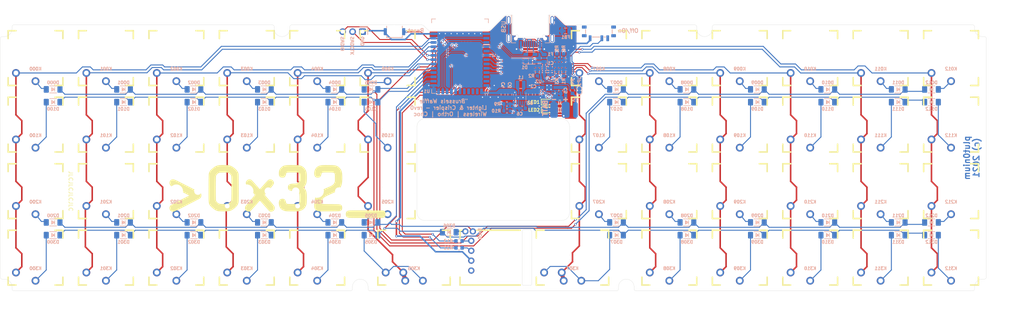
<source format=kicad_pcb>
(kicad_pcb (version 20171130) (host pcbnew "(5.1.9)-1")
  (layers (0 F.Cu signal) (31 B.Cu signal) (34 B.Paste user) (35 F.Paste user) (36 B.SilkS user) (37 F.SilkS user) (38 B.Mask user) (39 F.Mask user) (44 Edge.Cuts user))
  (net 0 "")
  (net 1 GND)
  (net 2 +5V)
  (net 3 Row0)
  (net 4 "Net-(D001-Pad2)")
  (net 5 VBUS)
  (net 6 "Net-(D002-Pad2)")
  (net 7 "Net-(D003-Pad2)")
  (net 8 "Net-(D004-Pad2)")
  (net 9 "Net-(D005-Pad2)")
  (net 10 Row1)
  (net 11 "Net-(D101-Pad2)")
  (net 12 "Net-(D102-Pad2)")
  (net 13 "Net-(D103-Pad2)")
  (net 14 "Net-(D104-Pad2)")
  (net 15 "Net-(D105-Pad2)")
  (net 16 Row2)
  (net 17 "Net-(D201-Pad2)")
  (net 18 "Net-(D202-Pad2)")
  (net 19 "Net-(D203-Pad2)")
  (net 20 "Net-(D204-Pad2)")
  (net 21 "Net-(D205-Pad2)")
  (net 22 Row3)
  (net 23 "Net-(D301-Pad2)")
  (net 24 "Net-(D302-Pad2)")
  (net 25 "Net-(D303-Pad2)")
  (net 26 "Net-(D304-Pad2)")
  (net 27 "Net-(D305-Pad2)")
  (net 28 "Net-(J1-PadB5)")
  (net 29 "Net-(J1-PadA8)")
  (net 30 "Net-(J1-PadA5)")
  (net 31 "Net-(J1-PadB8)")
  (net 32 ~RST)
  (net 33 D-)
  (net 34 D+)
  (net 35 Col0)
  (net 36 Col1)
  (net 37 Col2)
  (net 38 Col3)
  (net 39 Col4)
  (net 40 Col5)
  (net 41 Col6)
  (net 42 Col7)
  (net 43 Col8)
  (net 44 Col9)
  (net 45 Col10)
  (net 46 Col11)
  (net 47 Col12)
  (net 48 "Net-(U1-Pad15)")
  (net 49 "Net-(U1-Pad12)")
  (net 50 "Net-(U1-Pad11)")
  (net 51 "Net-(U1-Pad4)")
  (net 52 "Net-(D306-Pad2)")
  (net 53 "Net-(D307-Pad2)")
  (net 54 +3V3)
  (net 55 SWDIO)
  (net 56 SWDCLK)
  (net 57 +BATT)
  (net 58 VCC)
  (net 59 "Net-(Enc0-PadA)")
  (net 60 "Net-(Enc0-PadB)")
  (net 61 Earth)
  (net 62 "Net-(R1-Pad2)")
  (net 63 "Net-(R2-Pad2)")
  (net 64 "Net-(R3-Pad2)")
  (net 65 VSENSE)
  (net 66 ~CHG)
  (net 67 ~PGOOD)
  (net 68 TS)
  (net 69 EncB)
  (net 70 EncA)
  (net 71 "Net-(C6-Pad1)")
  (net 72 "Net-(SW2-Pad2)")
  (net 73 "Net-(SW2-Pad3)")
  (net 74 "Net-(JP1-Pad1)")
  (net 75 "Net-(U1-Pad18)")
  (net 76 "Net-(U1-Pad17)")
  (net 77 "Net-(U1-Pad16)")
  (net 78 "Net-(D000-Pad2)")
  (net 79 "Net-(D007-Pad2)")
  (net 80 "Net-(D008-Pad2)")
  (net 81 "Net-(D009-Pad2)")
  (net 82 "Net-(D010-Pad2)")
  (net 83 "Net-(D011-Pad2)")
  (net 84 "Net-(D012-Pad2)")
  (net 85 "Net-(D100-Pad2)")
  (net 86 "Net-(D107-Pad2)")
  (net 87 "Net-(D108-Pad2)")
  (net 88 "Net-(D109-Pad2)")
  (net 89 "Net-(D110-Pad2)")
  (net 90 "Net-(D111-Pad2)")
  (net 91 "Net-(D112-Pad2)")
  (net 92 "Net-(D200-Pad2)")
  (net 93 "Net-(D207-Pad2)")
  (net 94 "Net-(D208-Pad2)")
  (net 95 "Net-(D209-Pad2)")
  (net 96 "Net-(D210-Pad2)")
  (net 97 "Net-(D211-Pad2)")
  (net 98 "Net-(D212-Pad2)")
  (net 99 "Net-(D300-Pad2)")
  (net 100 "Net-(D308-Pad2)")
  (net 101 "Net-(D309-Pad2)")
  (net 102 "Net-(D310-Pad2)")
  (net 103 "Net-(D311-Pad2)")
  (net 104 "Net-(D312-Pad2)")
  (net 105 "Net-(L1-Pad2)")
  (net 106 "Net-(L1-Pad1)")
  (net 107 "Net-(LED1-Pad2)")
  (net 108 "Net-(LED2-Pad2)")
  (module 0x32_drawings:0x32_14mm (layer F.Cu) (at 90.9 82.6)
    (fp_text reference G*** hide)
    (fp_text value LOGO hide)
  )
  (module 0xLib_MK_Switches:Kailh_PG1350_Choc-1U-NoLED (layer F.Cu) (at 119 82.5)
    (fp_text reference K205)
    (fp_text value Key_Switch hide)
    (fp_text user %R (at 0 2.75) (layer B.SilkS) (effects (font (size 0.8 0.8) (thickness 0.2)) (justify mirror)))
    (pad "" np_thru_hole circle (at 5.5 0) (size 1.9 1.9) (drill 1.9) (layers *.Cu *.Mask))
    (pad "" np_thru_hole circle (at -5.5 0) (size 1.9 1.9) (drill 1.9) (layers *.Cu *.Mask))
    (pad 2 thru_hole circle (at -5 3.8 41.9) (size 2 2) (drill 1.2) (layers *.Cu B.Mask) (net 40 Col5))
    (pad 1 thru_hole circle (at 0 5.9 180) (size 2 2) (drill 1.2) (layers *.Cu B.Mask) (net 21 "Net-(D205-Pad2)"))
    (pad "" np_thru_hole circle (at 0 0) (size 3.4 3.4) (drill 3.4) (layers *.Cu *.Mask))
  )
  (module 0xLib_MK_Switches:Kailh_PG1350_Choc-1U-NoLED (layer F.Cu) (at 101 82.5)
    (fp_text reference K204)
    (fp_text value Key_Switch hide)
    (fp_text user %R (at 0 2.75) (layer B.SilkS) (effects (font (size 0.8 0.8) (thickness 0.2)) (justify mirror)))
    (pad "" np_thru_hole circle (at 5.5 0) (size 1.9 1.9) (drill 1.9) (layers *.Cu *.Mask))
    (pad "" np_thru_hole circle (at -5.5 0) (size 1.9 1.9) (drill 1.9) (layers *.Cu *.Mask))
    (pad 2 thru_hole circle (at -5 3.8 41.9) (size 2 2) (drill 1.2) (layers *.Cu B.Mask) (net 39 Col4))
    (pad 1 thru_hole circle (at 0 5.9 180) (size 2 2) (drill 1.2) (layers *.Cu B.Mask) (net 20 "Net-(D204-Pad2)"))
    (pad "" np_thru_hole circle (at 0 0) (size 3.4 3.4) (drill 3.4) (layers *.Cu *.Mask))
  )
  (module 0xLib_MK_Switches:Kailh_PG1350_Choc-1U-NoLED (layer F.Cu) (at 83 82.5)
    (fp_text reference K203)
    (fp_text value Key_Switch hide)
    (fp_text user %R (at 0 2.75) (layer B.SilkS) (effects (font (size 0.8 0.8) (thickness 0.2)) (justify mirror)))
    (pad "" np_thru_hole circle (at 5.5 0) (size 1.9 1.9) (drill 1.9) (layers *.Cu *.Mask))
    (pad "" np_thru_hole circle (at -5.5 0) (size 1.9 1.9) (drill 1.9) (layers *.Cu *.Mask))
    (pad 2 thru_hole circle (at -5 3.8 41.9) (size 2 2) (drill 1.2) (layers *.Cu B.Mask) (net 38 Col3))
    (pad 1 thru_hole circle (at 0 5.9 180) (size 2 2) (drill 1.2) (layers *.Cu B.Mask) (net 19 "Net-(D203-Pad2)"))
    (pad "" np_thru_hole circle (at 0 0) (size 3.4 3.4) (drill 3.4) (layers *.Cu *.Mask))
  )
  (module 0xLib_MK_Switches:Kailh_PG1350_Choc-1U-NoLED (layer F.Cu) (at 65 82.5)
    (fp_text reference K202)
    (fp_text value Key_Switch hide)
    (fp_text user %R (at 0 2.75) (layer B.SilkS) (effects (font (size 0.8 0.8) (thickness 0.2)) (justify mirror)))
    (pad "" np_thru_hole circle (at 5.5 0) (size 1.9 1.9) (drill 1.9) (layers *.Cu *.Mask))
    (pad "" np_thru_hole circle (at -5.5 0) (size 1.9 1.9) (drill 1.9) (layers *.Cu *.Mask))
    (pad 2 thru_hole circle (at -5 3.8 41.9) (size 2 2) (drill 1.2) (layers *.Cu B.Mask) (net 37 Col2))
    (pad 1 thru_hole circle (at 0 5.9 180) (size 2 2) (drill 1.2) (layers *.Cu B.Mask) (net 18 "Net-(D202-Pad2)"))
    (pad "" np_thru_hole circle (at 0 0) (size 3.4 3.4) (drill 3.4) (layers *.Cu *.Mask))
  )
  (module 0xLib_MK_Switches:Kailh_PG1350_Choc-2U-NoLED (layer F.Cu) (at 164 99.5)
    (fp_text reference K307)
    (fp_text value Key_Switch hide)
    (fp_text user %R (at 2.25 2.75) (layer B.SilkS) (effects (font (size 0.8 0.8) (thickness 0.2)) (justify mirror)))
    (pad "" np_thru_hole circle (at 5.5 0) (size 1.9 1.9) (drill 1.9) (layers *.Cu *.Mask))
    (pad "" np_thru_hole circle (at -5.5 0) (size 1.9 1.9) (drill 1.9) (layers *.Cu *.Mask))
    (pad 2 thru_hole circle (at -5 3.8 41.9) (size 2 2) (drill 1.2) (layers *.Cu B.Mask) (net 53 "Net-(D307-Pad2)"))
    (pad 1 thru_hole circle (at 0 5.9 180) (size 2 2) (drill 1.2) (layers *.Cu B.Mask) (net 42 Col7))
    (pad "" np_thru_hole circle (at 0 0) (size 3.4 3.4) (drill 3.4) (layers *.Cu *.Mask))
  )
  (module 0xLib_MK_Switches:Kailh_PG1350_Choc-1.5U-NoLED (layer F.Cu) (at 168.5 99.5)
    (fp_text reference Kb307)
    (fp_text value Key_Switch hide)
    (pad "" np_thru_hole circle (at 5.5 0) (size 1.9 1.9) (drill 1.9) (layers *.Cu *.Mask))
    (pad "" np_thru_hole circle (at -5.5 0) (size 1.9 1.9) (drill 1.9) (layers *.Cu *.Mask))
    (pad 2 thru_hole circle (at -5 3.8 41.9) (size 2 2) (drill 1.2) (layers *.Cu B.Mask) (net 42 Col7))
    (pad 1 thru_hole circle (at 0 5.9 180) (size 2 2) (drill 1.2) (layers *.Cu B.Mask) (net 53 "Net-(D307-Pad2)"))
    (pad "" np_thru_hole circle (at 0 0) (size 3.4 3.4) (drill 3.4) (layers *.Cu *.Mask))
  )
  (module 0xLib_MK_Switches:Kailh_PG1350_Choc-1.5U-NoLED (layer F.Cu) (at 123.5 99.5)
    (fp_text reference Kb305)
    (fp_text value Key_Switch hide)
    (pad "" np_thru_hole circle (at 5.5 0) (size 1.9 1.9) (drill 1.9) (layers *.Cu *.Mask))
    (pad "" np_thru_hole circle (at -5.5 0) (size 1.9 1.9) (drill 1.9) (layers *.Cu *.Mask))
    (pad 2 thru_hole circle (at -5 3.8 41.9) (size 2 2) (drill 1.2) (layers *.Cu B.Mask) (net 27 "Net-(D305-Pad2)"))
    (pad 1 thru_hole circle (at 0 5.9 180) (size 2 2) (drill 1.2) (layers *.Cu B.Mask) (net 40 Col5))
    (pad "" np_thru_hole circle (at 0 0) (size 3.4 3.4) (drill 3.4) (layers *.Cu *.Mask))
  )
  (module 0xLib_MK_Switches:Kailh_PG1350_Choc-2U-NoLED (layer F.Cu) (at 128 99.5)
    (fp_text reference K305)
    (fp_text value Key_Switch hide)
    (fp_text user %R (at -2.25 2.75) (layer B.SilkS) (effects (font (size 0.8 0.8) (thickness 0.2)) (justify mirror)))
    (pad "" np_thru_hole circle (at 5.5 0) (size 1.9 1.9) (drill 1.9) (layers *.Cu *.Mask))
    (pad "" np_thru_hole circle (at -5.5 0) (size 1.9 1.9) (drill 1.9) (layers *.Cu *.Mask))
    (pad 2 thru_hole circle (at -5 3.8 41.9) (size 2 2) (drill 1.2) (layers *.Cu B.Mask) (net 40 Col5))
    (pad 1 thru_hole circle (at 0 5.9 180) (size 2 2) (drill 1.2) (layers *.Cu B.Mask) (net 27 "Net-(D305-Pad2)"))
    (pad "" np_thru_hole circle (at 0 0) (size 3.4 3.4) (drill 3.4) (layers *.Cu *.Mask))
  )
  (module 0xLib_Passive_SMD:C_0603_1608Metric (layer B.Cu) (at 157.25 57.8 270)
    (fp_text reference Cb2 hide)
    (fp_text value 10µ)
    (pad 2 smd roundrect (at 0.7875 0 270) (size 0.875 0.95) (layers B.Cu B.Paste B.Mask) (roundrect_rratio 0.15) (net 1 GND))
    (pad 1 smd roundrect (at -0.7875 0 270) (size 0.875 0.95) (layers B.Cu B.Paste B.Mask) (roundrect_rratio 0.15) (net 58 VCC))
  )
  (module 0xLib_Switch_Button:SW_SPDT_SMD_PCM12 (layer B.Cu) (at 173 42)
    (fp_text reference SW2 hide)
    (fp_text value SW_SPDT)
    (fp_text user Off/On (at 7.5 -0.5) (layer B.SilkS) (effects (font (thickness 0.2)) (justify mirror)))
    (pad "" smd roundrect (at -3.75 0.78) (size 1.2 0.8) (layers B.Cu B.Paste B.Mask) (roundrect_rratio 0.15))
    (pad "" smd roundrect (at 3.75 0.78) (size 1.2 0.8) (layers B.Cu B.Paste B.Mask) (roundrect_rratio 0.15))
    (pad "" smd roundrect (at 3.75 -1.43) (size 1.2 0.8) (layers B.Cu B.Paste B.Mask) (roundrect_rratio 0.15))
    (pad "" smd roundrect (at -3.75 -1.43) (size 1.2 0.8) (layers B.Cu B.Paste B.Mask) (roundrect_rratio 0.15))
    (pad 3 smd roundrect (at 2.25 1.43) (size 0.7 1.5) (layers B.Cu B.Paste B.Mask) (roundrect_rratio 0.15) (net 73 "Net-(SW2-Pad3)"))
    (pad 2 smd roundrect (at 0.75 1.43) (size 0.7 1.5) (layers B.Cu B.Paste B.Mask) (roundrect_rratio 0.15) (net 72 "Net-(SW2-Pad2)"))
    (pad 1 smd roundrect (at -2.25 1.43) (size 0.7 1.5) (layers B.Cu B.Paste B.Mask) (roundrect_rratio 0.15) (net 1 GND))
    (pad "" np_thru_hole circle (at 1.5 -0.33) (size 0.9 0.9) (drill 0.9) (layers *.Cu *.Mask))
    (pad "" np_thru_hole circle (at -1.5 -0.33) (size 0.9 0.9) (drill 0.9) (layers *.Cu *.Mask))
  )
  (module 0xLib_Diode_Transistor:D_MiniMELF (layer B.Cu) (at 134.75 93)
    (fp_text reference D306 (at 0 -1.65) (layer B.SilkS) (effects (font (size 0.8 0.8) (thickness 0.2)) (justify mirror)))
    (fp_text value Diode)
    (pad 1 smd roundrect (at -1.75 0) (size 1.3 1.7) (layers B.Cu B.Paste B.Mask) (roundrect_rratio 0.15) (net 22 Row3))
    (pad 2 smd roundrect (at 1.75 0) (size 1.3 1.7) (layers B.Cu B.Paste B.Mask) (roundrect_rratio 0.15) (net 52 "Net-(D306-Pad2)"))
  )
  (module 0xLib_MK_Switches:Kailh_PG1350_Choc-1U-NoLED (layer F.Cu) (at 83 99.5)
    (fp_text reference K303)
    (fp_text value Key_Switch hide)
    (fp_text user %R (at 0 2.75) (layer B.SilkS) (effects (font (size 0.8 0.8) (thickness 0.2)) (justify mirror)))
    (pad "" np_thru_hole circle (at 5.5 0) (size 1.9 1.9) (drill 1.9) (layers *.Cu *.Mask))
    (pad "" np_thru_hole circle (at -5.5 0) (size 1.9 1.9) (drill 1.9) (layers *.Cu *.Mask))
    (pad 2 thru_hole circle (at -5 3.8 41.9) (size 2 2) (drill 1.2) (layers *.Cu B.Mask) (net 38 Col3))
    (pad 1 thru_hole circle (at 0 5.9 180) (size 2 2) (drill 1.2) (layers *.Cu B.Mask) (net 25 "Net-(D303-Pad2)"))
    (pad "" np_thru_hole circle (at 0 0) (size 3.4 3.4) (drill 3.4) (layers *.Cu *.Mask))
  )
  (module 0xLib_MK_Switches:Kailh_PG1350_Choc-1U-NoLED (layer F.Cu) (at 263 99.5)
    (fp_text reference K312)
    (fp_text value Key_Switch hide)
    (fp_text user %R (at 0 2.75) (layer B.SilkS) (effects (font (size 0.8 0.8) (thickness 0.2)) (justify mirror)))
    (pad "" np_thru_hole circle (at 5.5 0) (size 1.9 1.9) (drill 1.9) (layers *.Cu *.Mask))
    (pad "" np_thru_hole circle (at -5.5 0) (size 1.9 1.9) (drill 1.9) (layers *.Cu *.Mask))
    (pad 2 thru_hole circle (at -5 3.8 41.9) (size 2 2) (drill 1.2) (layers *.Cu B.Mask) (net 47 Col12))
    (pad 1 thru_hole circle (at 0 5.9 180) (size 2 2) (drill 1.2) (layers *.Cu B.Mask) (net 104 "Net-(D312-Pad2)"))
    (pad "" np_thru_hole circle (at 0 0) (size 3.4 3.4) (drill 3.4) (layers *.Cu *.Mask))
  )
  (module 0xLib_MK_Switches:Kailh_PG1350_Choc-1U-NoLED (layer F.Cu) (at 245 99.5)
    (fp_text reference K311)
    (fp_text value Key_Switch hide)
    (fp_text user %R (at 0 2.75) (layer B.SilkS) (effects (font (size 0.8 0.8) (thickness 0.2)) (justify mirror)))
    (pad "" np_thru_hole circle (at 5.5 0) (size 1.9 1.9) (drill 1.9) (layers *.Cu *.Mask))
    (pad "" np_thru_hole circle (at -5.5 0) (size 1.9 1.9) (drill 1.9) (layers *.Cu *.Mask))
    (pad 2 thru_hole circle (at -5 3.8 41.9) (size 2 2) (drill 1.2) (layers *.Cu B.Mask) (net 46 Col11))
    (pad 1 thru_hole circle (at 0 5.9 180) (size 2 2) (drill 1.2) (layers *.Cu B.Mask) (net 103 "Net-(D311-Pad2)"))
    (pad "" np_thru_hole circle (at 0 0) (size 3.4 3.4) (drill 3.4) (layers *.Cu *.Mask))
  )
  (module 0xLib_MK_Switches:Kailh_PG1350_Choc-1U-NoLED (layer F.Cu) (at 227 99.5)
    (fp_text reference K310)
    (fp_text value Key_Switch hide)
    (fp_text user %R (at 0 2.75) (layer B.SilkS) (effects (font (size 0.8 0.8) (thickness 0.2)) (justify mirror)))
    (pad "" np_thru_hole circle (at 5.5 0) (size 1.9 1.9) (drill 1.9) (layers *.Cu *.Mask))
    (pad "" np_thru_hole circle (at -5.5 0) (size 1.9 1.9) (drill 1.9) (layers *.Cu *.Mask))
    (pad 2 thru_hole circle (at -5 3.8 41.9) (size 2 2) (drill 1.2) (layers *.Cu B.Mask) (net 45 Col10))
    (pad 1 thru_hole circle (at 0 5.9 180) (size 2 2) (drill 1.2) (layers *.Cu B.Mask) (net 102 "Net-(D310-Pad2)"))
    (pad "" np_thru_hole circle (at 0 0) (size 3.4 3.4) (drill 3.4) (layers *.Cu *.Mask))
  )
  (module 0xLib_MK_Switches:Kailh_PG1350_Choc-1U-NoLED (layer F.Cu) (at 209 99.5)
    (fp_text reference K309)
    (fp_text value Key_Switch hide)
    (fp_text user %R (at 0 2.75) (layer B.SilkS) (effects (font (size 0.8 0.8) (thickness 0.2)) (justify mirror)))
    (pad "" np_thru_hole circle (at 5.5 0) (size 1.9 1.9) (drill 1.9) (layers *.Cu *.Mask))
    (pad "" np_thru_hole circle (at -5.5 0) (size 1.9 1.9) (drill 1.9) (layers *.Cu *.Mask))
    (pad 2 thru_hole circle (at -5 3.8 41.9) (size 2 2) (drill 1.2) (layers *.Cu B.Mask) (net 44 Col9))
    (pad 1 thru_hole circle (at 0 5.9 180) (size 2 2) (drill 1.2) (layers *.Cu B.Mask) (net 101 "Net-(D309-Pad2)"))
    (pad "" np_thru_hole circle (at 0 0) (size 3.4 3.4) (drill 3.4) (layers *.Cu *.Mask))
  )
  (module 0xLib_MK_Switches:Kailh_PG1350_Choc-1U-NoLED (layer F.Cu) (at 191 99.5)
    (fp_text reference K308)
    (fp_text value Key_Switch hide)
    (fp_text user %R (at 0 2.75) (layer B.SilkS) (effects (font (size 0.8 0.8) (thickness 0.2)) (justify mirror)))
    (pad "" np_thru_hole circle (at 5.5 0) (size 1.9 1.9) (drill 1.9) (layers *.Cu *.Mask))
    (pad "" np_thru_hole circle (at -5.5 0) (size 1.9 1.9) (drill 1.9) (layers *.Cu *.Mask))
    (pad 2 thru_hole circle (at -5 3.8 41.9) (size 2 2) (drill 1.2) (layers *.Cu B.Mask) (net 43 Col8))
    (pad 1 thru_hole circle (at 0 5.9 180) (size 2 2) (drill 1.2) (layers *.Cu B.Mask) (net 100 "Net-(D308-Pad2)"))
    (pad "" np_thru_hole circle (at 0 0) (size 3.4 3.4) (drill 3.4) (layers *.Cu *.Mask))
  )
  (module 0xLib_MK_Switches:Kailh_PG1350_Choc-1U-NoLED (layer F.Cu) (at 101 99.5)
    (fp_text reference K304)
    (fp_text value Key_Switch hide)
    (fp_text user %R (at 0 2.75) (layer B.SilkS) (effects (font (size 0.8 0.8) (thickness 0.2)) (justify mirror)))
    (pad "" np_thru_hole circle (at 5.5 0) (size 1.9 1.9) (drill 1.9) (layers *.Cu *.Mask))
    (pad "" np_thru_hole circle (at -5.5 0) (size 1.9 1.9) (drill 1.9) (layers *.Cu *.Mask))
    (pad 2 thru_hole circle (at -5 3.8 41.9) (size 2 2) (drill 1.2) (layers *.Cu B.Mask) (net 39 Col4))
    (pad 1 thru_hole circle (at 0 5.9 180) (size 2 2) (drill 1.2) (layers *.Cu B.Mask) (net 26 "Net-(D304-Pad2)"))
    (pad "" np_thru_hole circle (at 0 0) (size 3.4 3.4) (drill 3.4) (layers *.Cu *.Mask))
  )
  (module 0xLib_MK_Switches:Kailh_PG1350_Choc-1U-NoLED (layer F.Cu) (at 65 99.5)
    (fp_text reference K302)
    (fp_text value Key_Switch hide)
    (fp_text user %R (at 0 2.75) (layer B.SilkS) (effects (font (size 0.8 0.8) (thickness 0.2)) (justify mirror)))
    (pad "" np_thru_hole circle (at 5.5 0) (size 1.9 1.9) (drill 1.9) (layers *.Cu *.Mask))
    (pad "" np_thru_hole circle (at -5.5 0) (size 1.9 1.9) (drill 1.9) (layers *.Cu *.Mask))
    (pad 2 thru_hole circle (at -5 3.8 41.9) (size 2 2) (drill 1.2) (layers *.Cu B.Mask) (net 37 Col2))
    (pad 1 thru_hole circle (at 0 5.9 180) (size 2 2) (drill 1.2) (layers *.Cu B.Mask) (net 24 "Net-(D302-Pad2)"))
    (pad "" np_thru_hole circle (at 0 0) (size 3.4 3.4) (drill 3.4) (layers *.Cu *.Mask))
  )
  (module 0xLib_MK_Switches:Kailh_PG1350_Choc-1U-NoLED (layer F.Cu) (at 47 99.5)
    (fp_text reference K301)
    (fp_text value Key_Switch hide)
    (fp_text user %R (at 0 2.75) (layer B.SilkS) (effects (font (size 0.8 0.8) (thickness 0.2)) (justify mirror)))
    (pad "" np_thru_hole circle (at 5.5 0) (size 1.9 1.9) (drill 1.9) (layers *.Cu *.Mask))
    (pad "" np_thru_hole circle (at -5.5 0) (size 1.9 1.9) (drill 1.9) (layers *.Cu *.Mask))
    (pad 2 thru_hole circle (at -5 3.8 41.9) (size 2 2) (drill 1.2) (layers *.Cu B.Mask) (net 36 Col1))
    (pad 1 thru_hole circle (at 0 5.9 180) (size 2 2) (drill 1.2) (layers *.Cu B.Mask) (net 23 "Net-(D301-Pad2)"))
    (pad "" np_thru_hole circle (at 0 0) (size 3.4 3.4) (drill 3.4) (layers *.Cu *.Mask))
  )
  (module 0xLib_MK_Switches:Kailh_PG1350_Choc-1U-NoLED (layer F.Cu) (at 29 99.5)
    (fp_text reference K300)
    (fp_text value Key_Switch hide)
    (fp_text user %R (at 0 2.75) (layer B.SilkS) (effects (font (size 0.8 0.8) (thickness 0.2)) (justify mirror)))
    (pad "" np_thru_hole circle (at 5.5 0) (size 1.9 1.9) (drill 1.9) (layers *.Cu *.Mask))
    (pad "" np_thru_hole circle (at -5.5 0) (size 1.9 1.9) (drill 1.9) (layers *.Cu *.Mask))
    (pad 2 thru_hole circle (at -5 3.8 41.9) (size 2 2) (drill 1.2) (layers *.Cu B.Mask) (net 35 Col0))
    (pad 1 thru_hole circle (at 0 5.9 180) (size 2 2) (drill 1.2) (layers *.Cu B.Mask) (net 99 "Net-(D300-Pad2)"))
    (pad "" np_thru_hole circle (at 0 0) (size 3.4 3.4) (drill 3.4) (layers *.Cu *.Mask))
  )
  (module 0xLib_MK_Switches:Kailh_PG1350_Choc-1U-NoLED (layer F.Cu) (at 263 82.5)
    (fp_text reference K212)
    (fp_text value Key_Switch hide)
    (fp_text user %R (at 0 2.75) (layer B.SilkS) (effects (font (size 0.8 0.8) (thickness 0.2)) (justify mirror)))
    (pad "" np_thru_hole circle (at 5.5 0) (size 1.9 1.9) (drill 1.9) (layers *.Cu *.Mask))
    (pad "" np_thru_hole circle (at -5.5 0) (size 1.9 1.9) (drill 1.9) (layers *.Cu *.Mask))
    (pad 2 thru_hole circle (at -5 3.8 41.9) (size 2 2) (drill 1.2) (layers *.Cu B.Mask) (net 47 Col12))
    (pad 1 thru_hole circle (at 0 5.9 180) (size 2 2) (drill 1.2) (layers *.Cu B.Mask) (net 98 "Net-(D212-Pad2)"))
    (pad "" np_thru_hole circle (at 0 0) (size 3.4 3.4) (drill 3.4) (layers *.Cu *.Mask))
  )
  (module 0xLib_MK_Switches:Kailh_PG1350_Choc-1U-NoLED (layer F.Cu) (at 245 82.5)
    (fp_text reference K211)
    (fp_text value Key_Switch hide)
    (fp_text user %R (at 0 2.75) (layer B.SilkS) (effects (font (size 0.8 0.8) (thickness 0.2)) (justify mirror)))
    (pad "" np_thru_hole circle (at 5.5 0) (size 1.9 1.9) (drill 1.9) (layers *.Cu *.Mask))
    (pad "" np_thru_hole circle (at -5.5 0) (size 1.9 1.9) (drill 1.9) (layers *.Cu *.Mask))
    (pad 2 thru_hole circle (at -5 3.8 41.9) (size 2 2) (drill 1.2) (layers *.Cu B.Mask) (net 46 Col11))
    (pad 1 thru_hole circle (at 0 5.9 180) (size 2 2) (drill 1.2) (layers *.Cu B.Mask) (net 97 "Net-(D211-Pad2)"))
    (pad "" np_thru_hole circle (at 0 0) (size 3.4 3.4) (drill 3.4) (layers *.Cu *.Mask))
  )
  (module 0xLib_MK_Switches:Kailh_PG1350_Choc-1U-NoLED (layer F.Cu) (at 227 82.5)
    (fp_text reference K210)
    (fp_text value Key_Switch hide)
    (fp_text user %R (at 0 2.75) (layer B.SilkS) (effects (font (size 0.8 0.8) (thickness 0.2)) (justify mirror)))
    (pad "" np_thru_hole circle (at 5.5 0) (size 1.9 1.9) (drill 1.9) (layers *.Cu *.Mask))
    (pad "" np_thru_hole circle (at -5.5 0) (size 1.9 1.9) (drill 1.9) (layers *.Cu *.Mask))
    (pad 2 thru_hole circle (at -5 3.8 41.9) (size 2 2) (drill 1.2) (layers *.Cu B.Mask) (net 45 Col10))
    (pad 1 thru_hole circle (at 0 5.9 180) (size 2 2) (drill 1.2) (layers *.Cu B.Mask) (net 96 "Net-(D210-Pad2)"))
    (pad "" np_thru_hole circle (at 0 0) (size 3.4 3.4) (drill 3.4) (layers *.Cu *.Mask))
  )
  (module 0xLib_MK_Switches:Kailh_PG1350_Choc-1U-NoLED (layer F.Cu) (at 209 82.5)
    (fp_text reference K209)
    (fp_text value Key_Switch hide)
    (fp_text user %R (at 0 2.75) (layer B.SilkS) (effects (font (size 0.8 0.8) (thickness 0.2)) (justify mirror)))
    (pad "" np_thru_hole circle (at 5.5 0) (size 1.9 1.9) (drill 1.9) (layers *.Cu *.Mask))
    (pad "" np_thru_hole circle (at -5.5 0) (size 1.9 1.9) (drill 1.9) (layers *.Cu *.Mask))
    (pad 2 thru_hole circle (at -5 3.8 41.9) (size 2 2) (drill 1.2) (layers *.Cu B.Mask) (net 44 Col9))
    (pad 1 thru_hole circle (at 0 5.9 180) (size 2 2) (drill 1.2) (layers *.Cu B.Mask) (net 95 "Net-(D209-Pad2)"))
    (pad "" np_thru_hole circle (at 0 0) (size 3.4 3.4) (drill 3.4) (layers *.Cu *.Mask))
  )
  (module 0xLib_MK_Switches:Kailh_PG1350_Choc-1U-NoLED (layer F.Cu) (at 191 82.5)
    (fp_text reference K208)
    (fp_text value Key_Switch hide)
    (fp_text user %R (at 0 2.75) (layer B.SilkS) (effects (font (size 0.8 0.8) (thickness 0.2)) (justify mirror)))
    (pad "" np_thru_hole circle (at 5.5 0) (size 1.9 1.9) (drill 1.9) (layers *.Cu *.Mask))
    (pad "" np_thru_hole circle (at -5.5 0) (size 1.9 1.9) (drill 1.9) (layers *.Cu *.Mask))
    (pad 2 thru_hole circle (at -5 3.8 41.9) (size 2 2) (drill 1.2) (layers *.Cu B.Mask) (net 43 Col8))
    (pad 1 thru_hole circle (at 0 5.9 180) (size 2 2) (drill 1.2) (layers *.Cu B.Mask) (net 94 "Net-(D208-Pad2)"))
    (pad "" np_thru_hole circle (at 0 0) (size 3.4 3.4) (drill 3.4) (layers *.Cu *.Mask))
  )
  (module 0xLib_MK_Switches:Kailh_PG1350_Choc-1U-NoLED (layer F.Cu) (at 173 82.5)
    (fp_text reference K207)
    (fp_text value Key_Switch hide)
    (fp_text user %R (at 0 2.75) (layer B.SilkS) (effects (font (size 0.8 0.8) (thickness 0.2)) (justify mirror)))
    (pad "" np_thru_hole circle (at 5.5 0) (size 1.9 1.9) (drill 1.9) (layers *.Cu *.Mask))
    (pad "" np_thru_hole circle (at -5.5 0) (size 1.9 1.9) (drill 1.9) (layers *.Cu *.Mask))
    (pad 2 thru_hole circle (at -5 3.8 41.9) (size 2 2) (drill 1.2) (layers *.Cu B.Mask) (net 42 Col7))
    (pad 1 thru_hole circle (at 0 5.9 180) (size 2 2) (drill 1.2) (layers *.Cu B.Mask) (net 93 "Net-(D207-Pad2)"))
    (pad "" np_thru_hole circle (at 0 0) (size 3.4 3.4) (drill 3.4) (layers *.Cu *.Mask))
  )
  (module 0xLib_MK_Switches:Kailh_PG1350_Choc-1U-NoLED (layer F.Cu) (at 47 82.5)
    (fp_text reference K201)
    (fp_text value Key_Switch hide)
    (fp_text user %R (at 0 2.75) (layer B.SilkS) (effects (font (size 0.8 0.8) (thickness 0.2)) (justify mirror)))
    (pad "" np_thru_hole circle (at 5.5 0) (size 1.9 1.9) (drill 1.9) (layers *.Cu *.Mask))
    (pad "" np_thru_hole circle (at -5.5 0) (size 1.9 1.9) (drill 1.9) (layers *.Cu *.Mask))
    (pad 2 thru_hole circle (at -5 3.8 41.9) (size 2 2) (drill 1.2) (layers *.Cu B.Mask) (net 36 Col1))
    (pad 1 thru_hole circle (at 0 5.9 180) (size 2 2) (drill 1.2) (layers *.Cu B.Mask) (net 17 "Net-(D201-Pad2)"))
    (pad "" np_thru_hole circle (at 0 0) (size 3.4 3.4) (drill 3.4) (layers *.Cu *.Mask))
  )
  (module 0xLib_MK_Switches:Kailh_PG1350_Choc-1U-NoLED (layer F.Cu) (at 29 82.5)
    (fp_text reference K200)
    (fp_text value Key_Switch hide)
    (fp_text user %R (at 0 2.75) (layer B.SilkS) (effects (font (size 0.8 0.8) (thickness 0.2)) (justify mirror)))
    (pad "" np_thru_hole circle (at 5.5 0) (size 1.9 1.9) (drill 1.9) (layers *.Cu *.Mask))
    (pad "" np_thru_hole circle (at -5.5 0) (size 1.9 1.9) (drill 1.9) (layers *.Cu *.Mask))
    (pad 2 thru_hole circle (at -5 3.8 41.9) (size 2 2) (drill 1.2) (layers *.Cu B.Mask) (net 35 Col0))
    (pad 1 thru_hole circle (at 0 5.9 180) (size 2 2) (drill 1.2) (layers *.Cu B.Mask) (net 92 "Net-(D200-Pad2)"))
    (pad "" np_thru_hole circle (at 0 0) (size 3.4 3.4) (drill 3.4) (layers *.Cu *.Mask))
  )
  (module 0xLib_MK_Switches:Kailh_PG1350_Choc-1U-NoLED (layer F.Cu) (at 263 65.5)
    (fp_text reference K112)
    (fp_text value Key_Switch hide)
    (fp_text user %R (at 0 2.75) (layer B.SilkS) (effects (font (size 0.8 0.8) (thickness 0.2)) (justify mirror)))
    (pad "" np_thru_hole circle (at 5.5 0) (size 1.9 1.9) (drill 1.9) (layers *.Cu *.Mask))
    (pad "" np_thru_hole circle (at -5.5 0) (size 1.9 1.9) (drill 1.9) (layers *.Cu *.Mask))
    (pad 2 thru_hole circle (at -5 3.8 41.9) (size 2 2) (drill 1.2) (layers *.Cu B.Mask) (net 47 Col12))
    (pad 1 thru_hole circle (at 0 5.9 180) (size 2 2) (drill 1.2) (layers *.Cu B.Mask) (net 91 "Net-(D112-Pad2)"))
    (pad "" np_thru_hole circle (at 0 0) (size 3.4 3.4) (drill 3.4) (layers *.Cu *.Mask))
  )
  (module 0xLib_MK_Switches:Kailh_PG1350_Choc-1U-NoLED (layer F.Cu) (at 245 65.5)
    (fp_text reference K111)
    (fp_text value Key_Switch hide)
    (fp_text user %R (at 0 2.75) (layer B.SilkS) (effects (font (size 0.8 0.8) (thickness 0.2)) (justify mirror)))
    (pad "" np_thru_hole circle (at 5.5 0) (size 1.9 1.9) (drill 1.9) (layers *.Cu *.Mask))
    (pad "" np_thru_hole circle (at -5.5 0) (size 1.9 1.9) (drill 1.9) (layers *.Cu *.Mask))
    (pad 2 thru_hole circle (at -5 3.8 41.9) (size 2 2) (drill 1.2) (layers *.Cu B.Mask) (net 46 Col11))
    (pad 1 thru_hole circle (at 0 5.9 180) (size 2 2) (drill 1.2) (layers *.Cu B.Mask) (net 90 "Net-(D111-Pad2)"))
    (pad "" np_thru_hole circle (at 0 0) (size 3.4 3.4) (drill 3.4) (layers *.Cu *.Mask))
  )
  (module 0xLib_MK_Switches:Kailh_PG1350_Choc-1U-NoLED (layer F.Cu) (at 227 65.5)
    (fp_text reference K110)
    (fp_text value Key_Switch hide)
    (fp_text user %R (at 0 2.75) (layer B.SilkS) (effects (font (size 0.8 0.8) (thickness 0.2)) (justify mirror)))
    (pad "" np_thru_hole circle (at 5.5 0) (size 1.9 1.9) (drill 1.9) (layers *.Cu *.Mask))
    (pad "" np_thru_hole circle (at -5.5 0) (size 1.9 1.9) (drill 1.9) (layers *.Cu *.Mask))
    (pad 2 thru_hole circle (at -5 3.8 41.9) (size 2 2) (drill 1.2) (layers *.Cu B.Mask) (net 45 Col10))
    (pad 1 thru_hole circle (at 0 5.9 180) (size 2 2) (drill 1.2) (layers *.Cu B.Mask) (net 89 "Net-(D110-Pad2)"))
    (pad "" np_thru_hole circle (at 0 0) (size 3.4 3.4) (drill 3.4) (layers *.Cu *.Mask))
  )
  (module 0xLib_MK_Switches:Kailh_PG1350_Choc-1U-NoLED (layer F.Cu) (at 209 65.5)
    (fp_text reference K109)
    (fp_text value Key_Switch hide)
    (fp_text user %R (at 0 2.75) (layer B.SilkS) (effects (font (size 0.8 0.8) (thickness 0.2)) (justify mirror)))
    (pad "" np_thru_hole circle (at 5.5 0) (size 1.9 1.9) (drill 1.9) (layers *.Cu *.Mask))
    (pad "" np_thru_hole circle (at -5.5 0) (size 1.9 1.9) (drill 1.9) (layers *.Cu *.Mask))
    (pad 2 thru_hole circle (at -5 3.8 41.9) (size 2 2) (drill 1.2) (layers *.Cu B.Mask) (net 44 Col9))
    (pad 1 thru_hole circle (at 0 5.9 180) (size 2 2) (drill 1.2) (layers *.Cu B.Mask) (net 88 "Net-(D109-Pad2)"))
    (pad "" np_thru_hole circle (at 0 0) (size 3.4 3.4) (drill 3.4) (layers *.Cu *.Mask))
  )
  (module 0xLib_MK_Switches:Kailh_PG1350_Choc-1U-NoLED (layer F.Cu) (at 191 65.5)
    (fp_text reference K108)
    (fp_text value Key_Switch hide)
    (fp_text user %R (at 0 2.75) (layer B.SilkS) (effects (font (size 0.8 0.8) (thickness 0.2)) (justify mirror)))
    (pad "" np_thru_hole circle (at 5.5 0) (size 1.9 1.9) (drill 1.9) (layers *.Cu *.Mask))
    (pad "" np_thru_hole circle (at -5.5 0) (size 1.9 1.9) (drill 1.9) (layers *.Cu *.Mask))
    (pad 2 thru_hole circle (at -5 3.8 41.9) (size 2 2) (drill 1.2) (layers *.Cu B.Mask) (net 43 Col8))
    (pad 1 thru_hole circle (at 0 5.9 180) (size 2 2) (drill 1.2) (layers *.Cu B.Mask) (net 87 "Net-(D108-Pad2)"))
    (pad "" np_thru_hole circle (at 0 0) (size 3.4 3.4) (drill 3.4) (layers *.Cu *.Mask))
  )
  (module 0xLib_MK_Switches:Kailh_PG1350_Choc-1U-NoLED (layer F.Cu) (at 173 65.5)
    (fp_text reference K107)
    (fp_text value Key_Switch hide)
    (fp_text user %R (at 0 2.75) (layer B.SilkS) (effects (font (size 0.8 0.8) (thickness 0.2)) (justify mirror)))
    (pad "" np_thru_hole circle (at 5.5 0) (size 1.9 1.9) (drill 1.9) (layers *.Cu *.Mask))
    (pad "" np_thru_hole circle (at -5.5 0) (size 1.9 1.9) (drill 1.9) (layers *.Cu *.Mask))
    (pad 2 thru_hole circle (at -5 3.8 41.9) (size 2 2) (drill 1.2) (layers *.Cu B.Mask) (net 42 Col7))
    (pad 1 thru_hole circle (at 0 5.9 180) (size 2 2) (drill 1.2) (layers *.Cu B.Mask) (net 86 "Net-(D107-Pad2)"))
    (pad "" np_thru_hole circle (at 0 0) (size 3.4 3.4) (drill 3.4) (layers *.Cu *.Mask))
  )
  (module 0xLib_MK_Switches:Kailh_PG1350_Choc-1U-NoLED (layer F.Cu) (at 119 65.5)
    (fp_text reference K105)
    (fp_text value Key_Switch hide)
    (fp_text user %R (at 0 2.75) (layer B.SilkS) (effects (font (size 0.8 0.8) (thickness 0.2)) (justify mirror)))
    (pad "" np_thru_hole circle (at 5.5 0) (size 1.9 1.9) (drill 1.9) (layers *.Cu *.Mask))
    (pad "" np_thru_hole circle (at -5.5 0) (size 1.9 1.9) (drill 1.9) (layers *.Cu *.Mask))
    (pad 2 thru_hole circle (at -5 3.8 41.9) (size 2 2) (drill 1.2) (layers *.Cu B.Mask) (net 40 Col5))
    (pad 1 thru_hole circle (at 0 5.9 180) (size 2 2) (drill 1.2) (layers *.Cu B.Mask) (net 15 "Net-(D105-Pad2)"))
    (pad "" np_thru_hole circle (at 0 0) (size 3.4 3.4) (drill 3.4) (layers *.Cu *.Mask))
  )
  (module 0xLib_MK_Switches:Kailh_PG1350_Choc-1U-NoLED (layer F.Cu) (at 101 65.5)
    (fp_text reference K104)
    (fp_text value Key_Switch hide)
    (fp_text user %R (at 0 2.75) (layer B.SilkS) (effects (font (size 0.8 0.8) (thickness 0.2)) (justify mirror)))
    (pad "" np_thru_hole circle (at 5.5 0) (size 1.9 1.9) (drill 1.9) (layers *.Cu *.Mask))
    (pad "" np_thru_hole circle (at -5.5 0) (size 1.9 1.9) (drill 1.9) (layers *.Cu *.Mask))
    (pad 2 thru_hole circle (at -5 3.8 41.9) (size 2 2) (drill 1.2) (layers *.Cu B.Mask) (net 39 Col4))
    (pad 1 thru_hole circle (at 0 5.9 180) (size 2 2) (drill 1.2) (layers *.Cu B.Mask) (net 14 "Net-(D104-Pad2)"))
    (pad "" np_thru_hole circle (at 0 0) (size 3.4 3.4) (drill 3.4) (layers *.Cu *.Mask))
  )
  (module 0xLib_MK_Switches:Kailh_PG1350_Choc-1U-NoLED (layer F.Cu) (at 83 65.5)
    (fp_text reference K103)
    (fp_text value Key_Switch hide)
    (fp_text user %R (at 0 2.75) (layer B.SilkS) (effects (font (size 0.8 0.8) (thickness 0.2)) (justify mirror)))
    (pad "" np_thru_hole circle (at 5.5 0) (size 1.9 1.9) (drill 1.9) (layers *.Cu *.Mask))
    (pad "" np_thru_hole circle (at -5.5 0) (size 1.9 1.9) (drill 1.9) (layers *.Cu *.Mask))
    (pad 2 thru_hole circle (at -5 3.8 41.9) (size 2 2) (drill 1.2) (layers *.Cu B.Mask) (net 38 Col3))
    (pad 1 thru_hole circle (at 0 5.9 180) (size 2 2) (drill 1.2) (layers *.Cu B.Mask) (net 13 "Net-(D103-Pad2)"))
    (pad "" np_thru_hole circle (at 0 0) (size 3.4 3.4) (drill 3.4) (layers *.Cu *.Mask))
  )
  (module 0xLib_MK_Switches:Kailh_PG1350_Choc-1U-NoLED (layer F.Cu) (at 65 65.5)
    (fp_text reference K102)
    (fp_text value Key_Switch hide)
    (fp_text user %R (at 0 2.75) (layer B.SilkS) (effects (font (size 0.8 0.8) (thickness 0.2)) (justify mirror)))
    (pad "" np_thru_hole circle (at 5.5 0) (size 1.9 1.9) (drill 1.9) (layers *.Cu *.Mask))
    (pad "" np_thru_hole circle (at -5.5 0) (size 1.9 1.9) (drill 1.9) (layers *.Cu *.Mask))
    (pad 2 thru_hole circle (at -5 3.8 41.9) (size 2 2) (drill 1.2) (layers *.Cu B.Mask) (net 37 Col2))
    (pad 1 thru_hole circle (at 0 5.9 180) (size 2 2) (drill 1.2) (layers *.Cu B.Mask) (net 12 "Net-(D102-Pad2)"))
    (pad "" np_thru_hole circle (at 0 0) (size 3.4 3.4) (drill 3.4) (layers *.Cu *.Mask))
  )
  (module 0xLib_MK_Switches:Kailh_PG1350_Choc-1U-NoLED (layer F.Cu) (at 47 65.5)
    (fp_text reference K101)
    (fp_text value Key_Switch hide)
    (fp_text user %R (at 0 2.75) (layer B.SilkS) (effects (font (size 0.8 0.8) (thickness 0.2)) (justify mirror)))
    (pad "" np_thru_hole circle (at 5.5 0) (size 1.9 1.9) (drill 1.9) (layers *.Cu *.Mask))
    (pad "" np_thru_hole circle (at -5.5 0) (size 1.9 1.9) (drill 1.9) (layers *.Cu *.Mask))
    (pad 2 thru_hole circle (at -5 3.8 41.9) (size 2 2) (drill 1.2) (layers *.Cu B.Mask) (net 36 Col1))
    (pad 1 thru_hole circle (at 0 5.9 180) (size 2 2) (drill 1.2) (layers *.Cu B.Mask) (net 11 "Net-(D101-Pad2)"))
    (pad "" np_thru_hole circle (at 0 0) (size 3.4 3.4) (drill 3.4) (layers *.Cu *.Mask))
  )
  (module 0xLib_MK_Switches:Kailh_PG1350_Choc-1U-NoLED (layer F.Cu) (at 29 65.5)
    (fp_text reference K100)
    (fp_text value Key_Switch hide)
    (fp_text user %R (at 0 2.75) (layer B.SilkS) (effects (font (size 0.8 0.8) (thickness 0.2)) (justify mirror)))
    (pad "" np_thru_hole circle (at 5.5 0) (size 1.9 1.9) (drill 1.9) (layers *.Cu *.Mask))
    (pad "" np_thru_hole circle (at -5.5 0) (size 1.9 1.9) (drill 1.9) (layers *.Cu *.Mask))
    (pad 2 thru_hole circle (at -5 3.8 41.9) (size 2 2) (drill 1.2) (layers *.Cu B.Mask) (net 35 Col0))
    (pad 1 thru_hole circle (at 0 5.9 180) (size 2 2) (drill 1.2) (layers *.Cu B.Mask) (net 85 "Net-(D100-Pad2)"))
    (pad "" np_thru_hole circle (at 0 0) (size 3.4 3.4) (drill 3.4) (layers *.Cu *.Mask))
  )
  (module 0xLib_MK_Switches:Kailh_PG1350_Choc-1U-NoLED (layer F.Cu) (at 263 48.5)
    (fp_text reference K012)
    (fp_text value Key_Switch hide)
    (fp_text user %R (at 0 2.75) (layer B.SilkS) (effects (font (size 0.8 0.8) (thickness 0.2)) (justify mirror)))
    (pad "" np_thru_hole circle (at 5.5 0) (size 1.9 1.9) (drill 1.9) (layers *.Cu *.Mask))
    (pad "" np_thru_hole circle (at -5.5 0) (size 1.9 1.9) (drill 1.9) (layers *.Cu *.Mask))
    (pad 2 thru_hole circle (at -5 3.8 41.9) (size 2 2) (drill 1.2) (layers *.Cu B.Mask) (net 47 Col12))
    (pad 1 thru_hole circle (at 0 5.9 180) (size 2 2) (drill 1.2) (layers *.Cu B.Mask) (net 84 "Net-(D012-Pad2)"))
    (pad "" np_thru_hole circle (at 0 0) (size 3.4 3.4) (drill 3.4) (layers *.Cu *.Mask))
  )
  (module 0xLib_MK_Switches:Kailh_PG1350_Choc-1U-NoLED (layer F.Cu) (at 245 48.5)
    (fp_text reference K011)
    (fp_text value Key_Switch hide)
    (fp_text user %R (at 0 2.75) (layer B.SilkS) (effects (font (size 0.8 0.8) (thickness 0.2)) (justify mirror)))
    (pad "" np_thru_hole circle (at 5.5 0) (size 1.9 1.9) (drill 1.9) (layers *.Cu *.Mask))
    (pad "" np_thru_hole circle (at -5.5 0) (size 1.9 1.9) (drill 1.9) (layers *.Cu *.Mask))
    (pad 2 thru_hole circle (at -5 3.8 41.9) (size 2 2) (drill 1.2) (layers *.Cu B.Mask) (net 46 Col11))
    (pad 1 thru_hole circle (at 0 5.9 180) (size 2 2) (drill 1.2) (layers *.Cu B.Mask) (net 83 "Net-(D011-Pad2)"))
    (pad "" np_thru_hole circle (at 0 0) (size 3.4 3.4) (drill 3.4) (layers *.Cu *.Mask))
  )
  (module 0xLib_MK_Switches:Kailh_PG1350_Choc-1U-NoLED (layer F.Cu) (at 227 48.5)
    (fp_text reference K010)
    (fp_text value Key_Switch hide)
    (fp_text user %R (at 0 2.75) (layer B.SilkS) (effects (font (size 0.8 0.8) (thickness 0.2)) (justify mirror)))
    (pad "" np_thru_hole circle (at 5.5 0) (size 1.9 1.9) (drill 1.9) (layers *.Cu *.Mask))
    (pad "" np_thru_hole circle (at -5.5 0) (size 1.9 1.9) (drill 1.9) (layers *.Cu *.Mask))
    (pad 2 thru_hole circle (at -5 3.8 41.9) (size 2 2) (drill 1.2) (layers *.Cu B.Mask) (net 45 Col10))
    (pad 1 thru_hole circle (at 0 5.9 180) (size 2 2) (drill 1.2) (layers *.Cu B.Mask) (net 82 "Net-(D010-Pad2)"))
    (pad "" np_thru_hole circle (at 0 0) (size 3.4 3.4) (drill 3.4) (layers *.Cu *.Mask))
  )
  (module 0xLib_MK_Switches:Kailh_PG1350_Choc-1U-NoLED (layer F.Cu) (at 209 48.5)
    (fp_text reference K009)
    (fp_text value Key_Switch hide)
    (fp_text user %R (at 0 2.75) (layer B.SilkS) (effects (font (size 0.8 0.8) (thickness 0.2)) (justify mirror)))
    (pad "" np_thru_hole circle (at 5.5 0) (size 1.9 1.9) (drill 1.9) (layers *.Cu *.Mask))
    (pad "" np_thru_hole circle (at -5.5 0) (size 1.9 1.9) (drill 1.9) (layers *.Cu *.Mask))
    (pad 2 thru_hole circle (at -5 3.8 41.9) (size 2 2) (drill 1.2) (layers *.Cu B.Mask) (net 44 Col9))
    (pad 1 thru_hole circle (at 0 5.9 180) (size 2 2) (drill 1.2) (layers *.Cu B.Mask) (net 81 "Net-(D009-Pad2)"))
    (pad "" np_thru_hole circle (at 0 0) (size 3.4 3.4) (drill 3.4) (layers *.Cu *.Mask))
  )
  (module 0xLib_MK_Switches:Kailh_PG1350_Choc-1U-NoLED (layer F.Cu) (at 191 48.5)
    (fp_text reference K008)
    (fp_text value Key_Switch hide)
    (fp_text user %R (at 0 2.75) (layer B.SilkS) (effects (font (size 0.8 0.8) (thickness 0.2)) (justify mirror)))
    (pad "" np_thru_hole circle (at 5.5 0) (size 1.9 1.9) (drill 1.9) (layers *.Cu *.Mask))
    (pad "" np_thru_hole circle (at -5.5 0) (size 1.9 1.9) (drill 1.9) (layers *.Cu *.Mask))
    (pad 2 thru_hole circle (at -5 3.8 41.9) (size 2 2) (drill 1.2) (layers *.Cu B.Mask) (net 43 Col8))
    (pad 1 thru_hole circle (at 0 5.9 180) (size 2 2) (drill 1.2) (layers *.Cu B.Mask) (net 80 "Net-(D008-Pad2)"))
    (pad "" np_thru_hole circle (at 0 0) (size 3.4 3.4) (drill 3.4) (layers *.Cu *.Mask))
  )
  (module 0xLib_MK_Switches:Kailh_PG1350_Choc-1U-NoLED (layer F.Cu) (at 173 48.5)
    (fp_text reference K007)
    (fp_text value Key_Switch hide)
    (fp_text user %R (at 0 2.75) (layer B.SilkS) (effects (font (size 0.8 0.8) (thickness 0.2)) (justify mirror)))
    (pad "" np_thru_hole circle (at 5.5 0) (size 1.9 1.9) (drill 1.9) (layers *.Cu *.Mask))
    (pad "" np_thru_hole circle (at -5.5 0) (size 1.9 1.9) (drill 1.9) (layers *.Cu *.Mask))
    (pad 2 thru_hole circle (at -5 3.8 41.9) (size 2 2) (drill 1.2) (layers *.Cu B.Mask) (net 42 Col7))
    (pad 1 thru_hole circle (at 0 5.9 180) (size 2 2) (drill 1.2) (layers *.Cu B.Mask) (net 79 "Net-(D007-Pad2)"))
    (pad "" np_thru_hole circle (at 0 0) (size 3.4 3.4) (drill 3.4) (layers *.Cu *.Mask))
  )
  (module 0xLib_MK_Switches:Kailh_PG1350_Choc-1U-NoLED (layer F.Cu) (at 119 48.5)
    (fp_text reference K005)
    (fp_text value Key_Switch hide)
    (fp_text user %R (at 0 2.75) (layer B.SilkS) (effects (font (size 0.8 0.8) (thickness 0.2)) (justify mirror)))
    (pad "" np_thru_hole circle (at 5.5 0) (size 1.9 1.9) (drill 1.9) (layers *.Cu *.Mask))
    (pad "" np_thru_hole circle (at -5.5 0) (size 1.9 1.9) (drill 1.9) (layers *.Cu *.Mask))
    (pad 2 thru_hole circle (at -5 3.8 41.9) (size 2 2) (drill 1.2) (layers *.Cu B.Mask) (net 40 Col5))
    (pad 1 thru_hole circle (at 0 5.9 180) (size 2 2) (drill 1.2) (layers *.Cu B.Mask) (net 9 "Net-(D005-Pad2)"))
    (pad "" np_thru_hole circle (at 0 0) (size 3.4 3.4) (drill 3.4) (layers *.Cu *.Mask))
  )
  (module 0xLib_MK_Switches:Kailh_PG1350_Choc-1U-NoLED (layer F.Cu) (at 101 48.5)
    (fp_text reference K004)
    (fp_text value Key_Switch hide)
    (fp_text user %R (at 0 2.75) (layer B.SilkS) (effects (font (size 0.8 0.8) (thickness 0.2)) (justify mirror)))
    (pad "" np_thru_hole circle (at 5.5 0) (size 1.9 1.9) (drill 1.9) (layers *.Cu *.Mask))
    (pad "" np_thru_hole circle (at -5.5 0) (size 1.9 1.9) (drill 1.9) (layers *.Cu *.Mask))
    (pad 2 thru_hole circle (at -5 3.8 41.9) (size 2 2) (drill 1.2) (layers *.Cu B.Mask) (net 39 Col4))
    (pad 1 thru_hole circle (at 0 5.9 180) (size 2 2) (drill 1.2) (layers *.Cu B.Mask) (net 8 "Net-(D004-Pad2)"))
    (pad "" np_thru_hole circle (at 0 0) (size 3.4 3.4) (drill 3.4) (layers *.Cu *.Mask))
  )
  (module 0xLib_MK_Switches:Kailh_PG1350_Choc-1U-NoLED (layer F.Cu) (at 83 48.5)
    (fp_text reference K003)
    (fp_text value Key_Switch hide)
    (fp_text user %R (at 0 2.75) (layer B.SilkS) (effects (font (size 0.8 0.8) (thickness 0.2)) (justify mirror)))
    (pad "" np_thru_hole circle (at 5.5 0) (size 1.9 1.9) (drill 1.9) (layers *.Cu *.Mask))
    (pad "" np_thru_hole circle (at -5.5 0) (size 1.9 1.9) (drill 1.9) (layers *.Cu *.Mask))
    (pad 2 thru_hole circle (at -5 3.8 41.9) (size 2 2) (drill 1.2) (layers *.Cu B.Mask) (net 38 Col3))
    (pad 1 thru_hole circle (at 0 5.9 180) (size 2 2) (drill 1.2) (layers *.Cu B.Mask) (net 7 "Net-(D003-Pad2)"))
    (pad "" np_thru_hole circle (at 0 0) (size 3.4 3.4) (drill 3.4) (layers *.Cu *.Mask))
  )
  (module 0xLib_MK_Switches:Kailh_PG1350_Choc-1U-NoLED (layer F.Cu) (at 65 48.5)
    (fp_text reference K002)
    (fp_text value Key_Switch hide)
    (fp_text user %R (at 0 2.75) (layer B.SilkS) (effects (font (size 0.8 0.8) (thickness 0.2)) (justify mirror)))
    (pad "" np_thru_hole circle (at 5.5 0) (size 1.9 1.9) (drill 1.9) (layers *.Cu *.Mask))
    (pad "" np_thru_hole circle (at -5.5 0) (size 1.9 1.9) (drill 1.9) (layers *.Cu *.Mask))
    (pad 2 thru_hole circle (at -5 3.8 41.9) (size 2 2) (drill 1.2) (layers *.Cu B.Mask) (net 37 Col2))
    (pad 1 thru_hole circle (at 0 5.9 180) (size 2 2) (drill 1.2) (layers *.Cu B.Mask) (net 6 "Net-(D002-Pad2)"))
    (pad "" np_thru_hole circle (at 0 0) (size 3.4 3.4) (drill 3.4) (layers *.Cu *.Mask))
  )
  (module 0xLib_MK_Switches:Kailh_PG1350_Choc-1U-NoLED (layer F.Cu) (at 47 48.5)
    (fp_text reference K001)
    (fp_text value Key_Switch hide)
    (fp_text user %R (at 0 2.75) (layer B.SilkS) (effects (font (size 0.8 0.8) (thickness 0.2)) (justify mirror)))
    (pad "" np_thru_hole circle (at 5.5 0) (size 1.9 1.9) (drill 1.9) (layers *.Cu *.Mask))
    (pad "" np_thru_hole circle (at -5.5 0) (size 1.9 1.9) (drill 1.9) (layers *.Cu *.Mask))
    (pad 2 thru_hole circle (at -5 3.8 41.9) (size 2 2) (drill 1.2) (layers *.Cu B.Mask) (net 36 Col1))
    (pad 1 thru_hole circle (at 0 5.9 180) (size 2 2) (drill 1.2) (layers *.Cu B.Mask) (net 4 "Net-(D001-Pad2)"))
    (pad "" np_thru_hole circle (at 0 0) (size 3.4 3.4) (drill 3.4) (layers *.Cu *.Mask))
  )
  (module 0xLib_MK_Switches:Kailh_PG1350_Choc-1U-NoLED (layer F.Cu) (at 29 48.5)
    (fp_text reference K000)
    (fp_text value Key_Switch hide)
    (fp_text user %R (at 0 2.75) (layer B.SilkS) (effects (font (size 0.8 0.8) (thickness 0.2)) (justify mirror)))
    (pad "" np_thru_hole circle (at 5.5 0) (size 1.9 1.9) (drill 1.9) (layers *.Cu *.Mask))
    (pad "" np_thru_hole circle (at -5.5 0) (size 1.9 1.9) (drill 1.9) (layers *.Cu *.Mask))
    (pad 2 thru_hole circle (at -5 3.8 41.9) (size 2 2) (drill 1.2) (layers *.Cu B.Mask) (net 35 Col0))
    (pad 1 thru_hole circle (at 0 5.9 180) (size 2 2) (drill 1.2) (layers *.Cu B.Mask) (net 78 "Net-(D000-Pad2)"))
    (pad "" np_thru_hole circle (at 0 0) (size 3.4 3.4) (drill 3.4) (layers *.Cu *.Mask))
  )
  (module 0xLib_Diode_Transistor:D_MiniMELF (layer B.Cu) (at 258 93.75)
    (fp_text reference D312 (at 0 1.75) (layer B.SilkS) (effects (font (size 0.8 0.8) (thickness 0.2)) (justify mirror)))
    (fp_text value Diode)
    (pad 1 smd roundrect (at -1.75 0) (size 1.3 1.7) (layers B.Cu B.Paste B.Mask) (roundrect_rratio 0.15) (net 22 Row3))
    (pad 2 smd roundrect (at 1.75 0) (size 1.3 1.7) (layers B.Cu B.Paste B.Mask) (roundrect_rratio 0.15) (net 104 "Net-(D312-Pad2)"))
  )
  (module 0xLib_Diode_Transistor:D_MiniMELF (layer B.Cu) (at 249.5 93.75 180)
    (fp_text reference D311 (at 0 -1.75) (layer B.SilkS) (effects (font (size 0.8 0.8) (thickness 0.2)) (justify mirror)))
    (fp_text value Diode)
    (pad 1 smd roundrect (at -1.75 0 180) (size 1.3 1.7) (layers B.Cu B.Paste B.Mask) (roundrect_rratio 0.15) (net 22 Row3))
    (pad 2 smd roundrect (at 1.75 0 180) (size 1.3 1.7) (layers B.Cu B.Paste B.Mask) (roundrect_rratio 0.15) (net 103 "Net-(D311-Pad2)"))
  )
  (module 0xLib_Diode_Transistor:D_MiniMELF (layer B.Cu) (at 231.5 93.75 180)
    (fp_text reference D310 (at 0 -1.75) (layer B.SilkS) (effects (font (size 0.8 0.8) (thickness 0.2)) (justify mirror)))
    (fp_text value Diode)
    (pad 1 smd roundrect (at -1.75 0 180) (size 1.3 1.7) (layers B.Cu B.Paste B.Mask) (roundrect_rratio 0.15) (net 22 Row3))
    (pad 2 smd roundrect (at 1.75 0 180) (size 1.3 1.7) (layers B.Cu B.Paste B.Mask) (roundrect_rratio 0.15) (net 102 "Net-(D310-Pad2)"))
  )
  (module 0xLib_Diode_Transistor:D_MiniMELF (layer B.Cu) (at 213.5 93.75 180)
    (fp_text reference D309 (at 0 -1.75) (layer B.SilkS) (effects (font (size 0.8 0.8) (thickness 0.2)) (justify mirror)))
    (fp_text value Diode)
    (pad 1 smd roundrect (at -1.75 0 180) (size 1.3 1.7) (layers B.Cu B.Paste B.Mask) (roundrect_rratio 0.15) (net 22 Row3))
    (pad 2 smd roundrect (at 1.75 0 180) (size 1.3 1.7) (layers B.Cu B.Paste B.Mask) (roundrect_rratio 0.15) (net 101 "Net-(D309-Pad2)"))
  )
  (module 0xLib_Diode_Transistor:D_MiniMELF (layer B.Cu) (at 195.5 93.75 180)
    (fp_text reference D308 (at 0 -1.75) (layer B.SilkS) (effects (font (size 0.8 0.8) (thickness 0.2)) (justify mirror)))
    (fp_text value Diode)
    (pad 1 smd roundrect (at -1.75 0 180) (size 1.3 1.7) (layers B.Cu B.Paste B.Mask) (roundrect_rratio 0.15) (net 22 Row3))
    (pad 2 smd roundrect (at 1.75 0 180) (size 1.3 1.7) (layers B.Cu B.Paste B.Mask) (roundrect_rratio 0.15) (net 100 "Net-(D308-Pad2)"))
  )
  (module 0xLib_Diode_Transistor:D_MiniMELF (layer B.Cu) (at 177.5 93.75 180)
    (fp_text reference D307 (at 0 -1.75) (layer B.SilkS) (effects (font (size 0.8 0.8) (thickness 0.2)) (justify mirror)))
    (fp_text value Diode)
    (pad 1 smd roundrect (at -1.75 0 180) (size 1.3 1.7) (layers B.Cu B.Paste B.Mask) (roundrect_rratio 0.15) (net 22 Row3))
    (pad 2 smd roundrect (at 1.75 0 180) (size 1.3 1.7) (layers B.Cu B.Paste B.Mask) (roundrect_rratio 0.15) (net 53 "Net-(D307-Pad2)"))
  )
  (module 0xLib_Diode_Transistor:D_MiniMELF (layer B.Cu) (at 114.75 93.75 180)
    (fp_text reference D305 (at 0 -1.75) (layer B.SilkS) (effects (font (size 0.8 0.8) (thickness 0.2)) (justify mirror)))
    (fp_text value Diode)
    (pad 1 smd roundrect (at -1.75 0 180) (size 1.3 1.7) (layers B.Cu B.Paste B.Mask) (roundrect_rratio 0.15) (net 22 Row3))
    (pad 2 smd roundrect (at 1.75 0 180) (size 1.3 1.7) (layers B.Cu B.Paste B.Mask) (roundrect_rratio 0.15) (net 27 "Net-(D305-Pad2)"))
  )
  (module 0xLib_Diode_Transistor:D_MiniMELF (layer B.Cu) (at 105.5 93.75 180)
    (fp_text reference D304 (at 0 -1.75) (layer B.SilkS) (effects (font (size 0.8 0.8) (thickness 0.2)) (justify mirror)))
    (fp_text value Diode)
    (pad 1 smd roundrect (at -1.75 0 180) (size 1.3 1.7) (layers B.Cu B.Paste B.Mask) (roundrect_rratio 0.15) (net 22 Row3))
    (pad 2 smd roundrect (at 1.75 0 180) (size 1.3 1.7) (layers B.Cu B.Paste B.Mask) (roundrect_rratio 0.15) (net 26 "Net-(D304-Pad2)"))
  )
  (module 0xLib_Diode_Transistor:D_MiniMELF (layer B.Cu) (at 87.5 93.75 180)
    (fp_text reference D303 (at 0 -1.75) (layer B.SilkS) (effects (font (size 0.8 0.8) (thickness 0.2)) (justify mirror)))
    (fp_text value Diode)
    (pad 1 smd roundrect (at -1.75 0 180) (size 1.3 1.7) (layers B.Cu B.Paste B.Mask) (roundrect_rratio 0.15) (net 22 Row3))
    (pad 2 smd roundrect (at 1.75 0 180) (size 1.3 1.7) (layers B.Cu B.Paste B.Mask) (roundrect_rratio 0.15) (net 25 "Net-(D303-Pad2)"))
  )
  (module 0xLib_Diode_Transistor:D_MiniMELF (layer B.Cu) (at 69.5 93.75 180)
    (fp_text reference D302 (at 0 -1.75) (layer B.SilkS) (effects (font (size 0.8 0.8) (thickness 0.2)) (justify mirror)))
    (fp_text value Diode)
    (pad 1 smd roundrect (at -1.75 0 180) (size 1.3 1.7) (layers B.Cu B.Paste B.Mask) (roundrect_rratio 0.15) (net 22 Row3))
    (pad 2 smd roundrect (at 1.75 0 180) (size 1.3 1.7) (layers B.Cu B.Paste B.Mask) (roundrect_rratio 0.15) (net 24 "Net-(D302-Pad2)"))
  )
  (module 0xLib_Diode_Transistor:D_MiniMELF (layer B.Cu) (at 51.5 93.75 180)
    (fp_text reference D301 (at 0 -1.75) (layer B.SilkS) (effects (font (size 0.8 0.8) (thickness 0.2)) (justify mirror)))
    (fp_text value Diode)
    (pad 1 smd roundrect (at -1.75 0 180) (size 1.3 1.7) (layers B.Cu B.Paste B.Mask) (roundrect_rratio 0.15) (net 22 Row3))
    (pad 2 smd roundrect (at 1.75 0 180) (size 1.3 1.7) (layers B.Cu B.Paste B.Mask) (roundrect_rratio 0.15) (net 23 "Net-(D301-Pad2)"))
  )
  (module 0xLib_Diode_Transistor:D_MiniMELF (layer B.Cu) (at 33.5 93.75 180)
    (fp_text reference D300 (at 0 -1.75) (layer B.SilkS) (effects (font (size 0.8 0.8) (thickness 0.2)) (justify mirror)))
    (fp_text value Diode)
    (pad 1 smd roundrect (at -1.75 0 180) (size 1.3 1.7) (layers B.Cu B.Paste B.Mask) (roundrect_rratio 0.15) (net 22 Row3))
    (pad 2 smd roundrect (at 1.75 0 180) (size 1.3 1.7) (layers B.Cu B.Paste B.Mask) (roundrect_rratio 0.15) (net 99 "Net-(D300-Pad2)"))
  )
  (module 0xLib_Diode_Transistor:D_MiniMELF (layer B.Cu) (at 258 90.5)
    (fp_text reference D212 (at 0 -1.75) (layer B.SilkS) (effects (font (size 0.8 0.8) (thickness 0.2)) (justify mirror)))
    (fp_text value Diode)
    (pad 1 smd roundrect (at -1.75 0) (size 1.3 1.7) (layers B.Cu B.Paste B.Mask) (roundrect_rratio 0.15) (net 16 Row2))
    (pad 2 smd roundrect (at 1.75 0) (size 1.3 1.7) (layers B.Cu B.Paste B.Mask) (roundrect_rratio 0.15) (net 98 "Net-(D212-Pad2)"))
  )
  (module 0xLib_Diode_Transistor:D_MiniMELF (layer B.Cu) (at 249.5 90.5 180)
    (fp_text reference D211 (at 0 1.75) (layer B.SilkS) (effects (font (size 0.8 0.8) (thickness 0.2)) (justify mirror)))
    (fp_text value Diode)
    (pad 1 smd roundrect (at -1.75 0 180) (size 1.3 1.7) (layers B.Cu B.Paste B.Mask) (roundrect_rratio 0.15) (net 16 Row2))
    (pad 2 smd roundrect (at 1.75 0 180) (size 1.3 1.7) (layers B.Cu B.Paste B.Mask) (roundrect_rratio 0.15) (net 97 "Net-(D211-Pad2)"))
  )
  (module 0xLib_Diode_Transistor:D_MiniMELF (layer B.Cu) (at 231.5 90.5 180)
    (fp_text reference D210 (at 0 1.75) (layer B.SilkS) (effects (font (size 0.8 0.8) (thickness 0.2)) (justify mirror)))
    (fp_text value Diode)
    (pad 1 smd roundrect (at -1.75 0 180) (size 1.3 1.7) (layers B.Cu B.Paste B.Mask) (roundrect_rratio 0.15) (net 16 Row2))
    (pad 2 smd roundrect (at 1.75 0 180) (size 1.3 1.7) (layers B.Cu B.Paste B.Mask) (roundrect_rratio 0.15) (net 96 "Net-(D210-Pad2)"))
  )
  (module 0xLib_Diode_Transistor:D_MiniMELF (layer B.Cu) (at 213.5 90.5 180)
    (fp_text reference D209 (at 0 1.75) (layer B.SilkS) (effects (font (size 0.8 0.8) (thickness 0.2)) (justify mirror)))
    (fp_text value Diode)
    (pad 1 smd roundrect (at -1.75 0 180) (size 1.3 1.7) (layers B.Cu B.Paste B.Mask) (roundrect_rratio 0.15) (net 16 Row2))
    (pad 2 smd roundrect (at 1.75 0 180) (size 1.3 1.7) (layers B.Cu B.Paste B.Mask) (roundrect_rratio 0.15) (net 95 "Net-(D209-Pad2)"))
  )
  (module 0xLib_Diode_Transistor:D_MiniMELF (layer B.Cu) (at 195.5 90.5 180)
    (fp_text reference D208 (at 0 1.75) (layer B.SilkS) (effects (font (size 0.8 0.8) (thickness 0.2)) (justify mirror)))
    (fp_text value Diode)
    (pad 1 smd roundrect (at -1.75 0 180) (size 1.3 1.7) (layers B.Cu B.Paste B.Mask) (roundrect_rratio 0.15) (net 16 Row2))
    (pad 2 smd roundrect (at 1.75 0 180) (size 1.3 1.7) (layers B.Cu B.Paste B.Mask) (roundrect_rratio 0.15) (net 94 "Net-(D208-Pad2)"))
  )
  (module 0xLib_Diode_Transistor:D_MiniMELF (layer B.Cu) (at 177.5 90.5 180)
    (fp_text reference D207 (at 0 1.75) (layer B.SilkS) (effects (font (size 0.8 0.8) (thickness 0.2)) (justify mirror)))
    (fp_text value Diode)
    (pad 1 smd roundrect (at -1.75 0 180) (size 1.3 1.7) (layers B.Cu B.Paste B.Mask) (roundrect_rratio 0.15) (net 16 Row2))
    (pad 2 smd roundrect (at 1.75 0 180) (size 1.3 1.7) (layers B.Cu B.Paste B.Mask) (roundrect_rratio 0.15) (net 93 "Net-(D207-Pad2)"))
  )
  (module 0xLib_Diode_Transistor:D_MiniMELF (layer B.Cu) (at 114.75 90.5 180)
    (fp_text reference D205 (at 0 1.75) (layer B.SilkS) (effects (font (size 0.8 0.8) (thickness 0.2)) (justify mirror)))
    (fp_text value Diode)
    (pad 1 smd roundrect (at -1.75 0 180) (size 1.3 1.7) (layers B.Cu B.Paste B.Mask) (roundrect_rratio 0.15) (net 16 Row2))
    (pad 2 smd roundrect (at 1.75 0 180) (size 1.3 1.7) (layers B.Cu B.Paste B.Mask) (roundrect_rratio 0.15) (net 21 "Net-(D205-Pad2)"))
  )
  (module 0xLib_Diode_Transistor:D_MiniMELF (layer B.Cu) (at 105.5 90.5 180)
    (fp_text reference D204 (at 0 1.75) (layer B.SilkS) (effects (font (size 0.8 0.8) (thickness 0.2)) (justify mirror)))
    (fp_text value Diode)
    (pad 1 smd roundrect (at -1.75 0 180) (size 1.3 1.7) (layers B.Cu B.Paste B.Mask) (roundrect_rratio 0.15) (net 16 Row2))
    (pad 2 smd roundrect (at 1.75 0 180) (size 1.3 1.7) (layers B.Cu B.Paste B.Mask) (roundrect_rratio 0.15) (net 20 "Net-(D204-Pad2)"))
  )
  (module 0xLib_Diode_Transistor:D_MiniMELF (layer B.Cu) (at 87.5 90.5 180)
    (fp_text reference D203 (at 0 1.75) (layer B.SilkS) (effects (font (size 0.8 0.8) (thickness 0.2)) (justify mirror)))
    (fp_text value Diode)
    (pad 1 smd roundrect (at -1.75 0 180) (size 1.3 1.7) (layers B.Cu B.Paste B.Mask) (roundrect_rratio 0.15) (net 16 Row2))
    (pad 2 smd roundrect (at 1.75 0 180) (size 1.3 1.7) (layers B.Cu B.Paste B.Mask) (roundrect_rratio 0.15) (net 19 "Net-(D203-Pad2)"))
  )
  (module 0xLib_Diode_Transistor:D_MiniMELF (layer B.Cu) (at 69.5 90.5 180)
    (fp_text reference D202 (at 0 1.75) (layer B.SilkS) (effects (font (size 0.8 0.8) (thickness 0.2)) (justify mirror)))
    (fp_text value Diode)
    (pad 1 smd roundrect (at -1.75 0 180) (size 1.3 1.7) (layers B.Cu B.Paste B.Mask) (roundrect_rratio 0.15) (net 16 Row2))
    (pad 2 smd roundrect (at 1.75 0 180) (size 1.3 1.7) (layers B.Cu B.Paste B.Mask) (roundrect_rratio 0.15) (net 18 "Net-(D202-Pad2)"))
  )
  (module 0xLib_Diode_Transistor:D_MiniMELF (layer B.Cu) (at 51.5 90.5 180)
    (fp_text reference D201 (at 0 1.75) (layer B.SilkS) (effects (font (size 0.8 0.8) (thickness 0.2)) (justify mirror)))
    (fp_text value Diode)
    (pad 1 smd roundrect (at -1.75 0 180) (size 1.3 1.7) (layers B.Cu B.Paste B.Mask) (roundrect_rratio 0.15) (net 16 Row2))
    (pad 2 smd roundrect (at 1.75 0 180) (size 1.3 1.7) (layers B.Cu B.Paste B.Mask) (roundrect_rratio 0.15) (net 17 "Net-(D201-Pad2)"))
  )
  (module 0xLib_Diode_Transistor:D_MiniMELF (layer B.Cu) (at 33.5 90.5 180)
    (fp_text reference D200 (at 0 1.75) (layer B.SilkS) (effects (font (size 0.8 0.8) (thickness 0.2)) (justify mirror)))
    (fp_text value Diode)
    (pad 1 smd roundrect (at -1.75 0 180) (size 1.3 1.7) (layers B.Cu B.Paste B.Mask) (roundrect_rratio 0.15) (net 16 Row2))
    (pad 2 smd roundrect (at 1.75 0 180) (size 1.3 1.7) (layers B.Cu B.Paste B.Mask) (roundrect_rratio 0.15) (net 92 "Net-(D200-Pad2)"))
  )
  (module 0xLib_Diode_Transistor:D_MiniMELF (layer B.Cu) (at 258 59.75)
    (fp_text reference D112 (at 0 1.75) (layer B.SilkS) (effects (font (size 0.8 0.8) (thickness 0.2)) (justify mirror)))
    (fp_text value Diode)
    (pad 1 smd roundrect (at -1.75 0) (size 1.3 1.7) (layers B.Cu B.Paste B.Mask) (roundrect_rratio 0.15) (net 10 Row1))
    (pad 2 smd roundrect (at 1.75 0) (size 1.3 1.7) (layers B.Cu B.Paste B.Mask) (roundrect_rratio 0.15) (net 91 "Net-(D112-Pad2)"))
  )
  (module 0xLib_Diode_Transistor:D_MiniMELF (layer B.Cu) (at 249.5 59.75 180)
    (fp_text reference D111 (at 0 -1.75) (layer B.SilkS) (effects (font (size 0.8 0.8) (thickness 0.2)) (justify mirror)))
    (fp_text value Diode)
    (pad 1 smd roundrect (at -1.75 0 180) (size 1.3 1.7) (layers B.Cu B.Paste B.Mask) (roundrect_rratio 0.15) (net 10 Row1))
    (pad 2 smd roundrect (at 1.75 0 180) (size 1.3 1.7) (layers B.Cu B.Paste B.Mask) (roundrect_rratio 0.15) (net 90 "Net-(D111-Pad2)"))
  )
  (module 0xLib_Diode_Transistor:D_MiniMELF (layer B.Cu) (at 231.5 59.75 180)
    (fp_text reference D110 (at 0 -1.75) (layer B.SilkS) (effects (font (size 0.8 0.8) (thickness 0.2)) (justify mirror)))
    (fp_text value Diode)
    (pad 1 smd roundrect (at -1.75 0 180) (size 1.3 1.7) (layers B.Cu B.Paste B.Mask) (roundrect_rratio 0.15) (net 10 Row1))
    (pad 2 smd roundrect (at 1.75 0 180) (size 1.3 1.7) (layers B.Cu B.Paste B.Mask) (roundrect_rratio 0.15) (net 89 "Net-(D110-Pad2)"))
  )
  (module 0xLib_Diode_Transistor:D_MiniMELF (layer B.Cu) (at 213.5 59.75 180)
    (fp_text reference D109 (at 0 -1.75) (layer B.SilkS) (effects (font (size 0.8 0.8) (thickness 0.2)) (justify mirror)))
    (fp_text value Diode)
    (pad 1 smd roundrect (at -1.75 0 180) (size 1.3 1.7) (layers B.Cu B.Paste B.Mask) (roundrect_rratio 0.15) (net 10 Row1))
    (pad 2 smd roundrect (at 1.75 0 180) (size 1.3 1.7) (layers B.Cu B.Paste B.Mask) (roundrect_rratio 0.15) (net 88 "Net-(D109-Pad2)"))
  )
  (module 0xLib_Diode_Transistor:D_MiniMELF (layer B.Cu) (at 195.5 59.75 180)
    (fp_text reference D108 (at 0 -1.75) (layer B.SilkS) (effects (font (size 0.8 0.8) (thickness 0.2)) (justify mirror)))
    (fp_text value Diode)
    (pad 1 smd roundrect (at -1.75 0 180) (size 1.3 1.7) (layers B.Cu B.Paste B.Mask) (roundrect_rratio 0.15) (net 10 Row1))
    (pad 2 smd roundrect (at 1.75 0 180) (size 1.3 1.7) (layers B.Cu B.Paste B.Mask) (roundrect_rratio 0.15) (net 87 "Net-(D108-Pad2)"))
  )
  (module 0xLib_Diode_Transistor:D_MiniMELF (layer B.Cu) (at 177.5 59.75 180)
    (fp_text reference D107 (at 0 -1.75) (layer B.SilkS) (effects (font (size 0.8 0.8) (thickness 0.2)) (justify mirror)))
    (fp_text value Diode)
    (pad 1 smd roundrect (at -1.75 0 180) (size 1.3 1.7) (layers B.Cu B.Paste B.Mask) (roundrect_rratio 0.15) (net 10 Row1))
    (pad 2 smd roundrect (at 1.75 0 180) (size 1.3 1.7) (layers B.Cu B.Paste B.Mask) (roundrect_rratio 0.15) (net 86 "Net-(D107-Pad2)"))
  )
  (module 0xLib_Diode_Transistor:D_MiniMELF (layer B.Cu) (at 114.75 59.75 180)
    (fp_text reference D105 (at 0 -1.75) (layer B.SilkS) (effects (font (size 0.8 0.8) (thickness 0.2)) (justify mirror)))
    (fp_text value Diode)
    (pad 1 smd roundrect (at -1.75 0 180) (size 1.3 1.7) (layers B.Cu B.Paste B.Mask) (roundrect_rratio 0.15) (net 10 Row1))
    (pad 2 smd roundrect (at 1.75 0 180) (size 1.3 1.7) (layers B.Cu B.Paste B.Mask) (roundrect_rratio 0.15) (net 15 "Net-(D105-Pad2)"))
  )
  (module 0xLib_Diode_Transistor:D_MiniMELF (layer B.Cu) (at 105.5 59.75 180)
    (fp_text reference D104 (at 0 -1.75) (layer B.SilkS) (effects (font (size 0.8 0.8) (thickness 0.2)) (justify mirror)))
    (fp_text value Diode)
    (pad 1 smd roundrect (at -1.75 0 180) (size 1.3 1.7) (layers B.Cu B.Paste B.Mask) (roundrect_rratio 0.15) (net 10 Row1))
    (pad 2 smd roundrect (at 1.75 0 180) (size 1.3 1.7) (layers B.Cu B.Paste B.Mask) (roundrect_rratio 0.15) (net 14 "Net-(D104-Pad2)"))
  )
  (module 0xLib_Diode_Transistor:D_MiniMELF (layer B.Cu) (at 87.5 59.75 180)
    (fp_text reference D103 (at 0 -1.75) (layer B.SilkS) (effects (font (size 0.8 0.8) (thickness 0.2)) (justify mirror)))
    (fp_text value Diode)
    (pad 1 smd roundrect (at -1.75 0 180) (size 1.3 1.7) (layers B.Cu B.Paste B.Mask) (roundrect_rratio 0.15) (net 10 Row1))
    (pad 2 smd roundrect (at 1.75 0 180) (size 1.3 1.7) (layers B.Cu B.Paste B.Mask) (roundrect_rratio 0.15) (net 13 "Net-(D103-Pad2)"))
  )
  (module 0xLib_Diode_Transistor:D_MiniMELF (layer B.Cu) (at 69.5 59.75 180)
    (fp_text reference D102 (at 0 -1.75) (layer B.SilkS) (effects (font (size 0.8 0.8) (thickness 0.2)) (justify mirror)))
    (fp_text value Diode)
    (pad 1 smd roundrect (at -1.75 0 180) (size 1.3 1.7) (layers B.Cu B.Paste B.Mask) (roundrect_rratio 0.15) (net 10 Row1))
    (pad 2 smd roundrect (at 1.75 0 180) (size 1.3 1.7) (layers B.Cu B.Paste B.Mask) (roundrect_rratio 0.15) (net 12 "Net-(D102-Pad2)"))
  )
  (module 0xLib_Diode_Transistor:D_MiniMELF (layer B.Cu) (at 51.5 59.75 180)
    (fp_text reference D101 (at 0 -1.75) (layer B.SilkS) (effects (font (size 0.8 0.8) (thickness 0.2)) (justify mirror)))
    (fp_text value Diode)
    (pad 1 smd roundrect (at -1.75 0 180) (size 1.3 1.7) (layers B.Cu B.Paste B.Mask) (roundrect_rratio 0.15) (net 10 Row1))
    (pad 2 smd roundrect (at 1.75 0 180) (size 1.3 1.7) (layers B.Cu B.Paste B.Mask) (roundrect_rratio 0.15) (net 11 "Net-(D101-Pad2)"))
  )
  (module 0xLib_Diode_Transistor:D_MiniMELF (layer B.Cu) (at 33.5 59.75 180)
    (fp_text reference D100 (at 0 -1.75) (layer B.SilkS) (effects (font (size 0.8 0.8) (thickness 0.2)) (justify mirror)))
    (fp_text value Diode)
    (pad 1 smd roundrect (at -1.75 0 180) (size 1.3 1.7) (layers B.Cu B.Paste B.Mask) (roundrect_rratio 0.15) (net 10 Row1))
    (pad 2 smd roundrect (at 1.75 0 180) (size 1.3 1.7) (layers B.Cu B.Paste B.Mask) (roundrect_rratio 0.15) (net 85 "Net-(D100-Pad2)"))
  )
  (module 0xLib_Diode_Transistor:D_MiniMELF (layer B.Cu) (at 258 56.5)
    (fp_text reference D012 (at 0 -1.75) (layer B.SilkS) (effects (font (size 0.8 0.8) (thickness 0.2)) (justify mirror)))
    (fp_text value Diode)
    (pad 1 smd roundrect (at -1.75 0) (size 1.3 1.7) (layers B.Cu B.Paste B.Mask) (roundrect_rratio 0.15) (net 3 Row0))
    (pad 2 smd roundrect (at 1.75 0) (size 1.3 1.7) (layers B.Cu B.Paste B.Mask) (roundrect_rratio 0.15) (net 84 "Net-(D012-Pad2)"))
  )
  (module 0xLib_Diode_Transistor:D_MiniMELF (layer B.Cu) (at 249.5 56.5 180)
    (fp_text reference D011 (at 0 1.75) (layer B.SilkS) (effects (font (size 0.8 0.8) (thickness 0.2)) (justify mirror)))
    (fp_text value Diode)
    (pad 1 smd roundrect (at -1.75 0 180) (size 1.3 1.7) (layers B.Cu B.Paste B.Mask) (roundrect_rratio 0.15) (net 3 Row0))
    (pad 2 smd roundrect (at 1.75 0 180) (size 1.3 1.7) (layers B.Cu B.Paste B.Mask) (roundrect_rratio 0.15) (net 83 "Net-(D011-Pad2)"))
  )
  (module 0xLib_Diode_Transistor:D_MiniMELF (layer B.Cu) (at 231.5 56.5 180)
    (fp_text reference D010 (at 0 1.75) (layer B.SilkS) (effects (font (size 0.8 0.8) (thickness 0.2)) (justify mirror)))
    (fp_text value Diode)
    (pad 1 smd roundrect (at -1.75 0 180) (size 1.3 1.7) (layers B.Cu B.Paste B.Mask) (roundrect_rratio 0.15) (net 3 Row0))
    (pad 2 smd roundrect (at 1.75 0 180) (size 1.3 1.7) (layers B.Cu B.Paste B.Mask) (roundrect_rratio 0.15) (net 82 "Net-(D010-Pad2)"))
  )
  (module 0xLib_Diode_Transistor:D_MiniMELF (layer B.Cu) (at 213.5 56.5 180)
    (fp_text reference D009 (at 0 1.75) (layer B.SilkS) (effects (font (size 0.8 0.8) (thickness 0.2)) (justify mirror)))
    (fp_text value Diode)
    (pad 1 smd roundrect (at -1.75 0 180) (size 1.3 1.7) (layers B.Cu B.Paste B.Mask) (roundrect_rratio 0.15) (net 3 Row0))
    (pad 2 smd roundrect (at 1.75 0 180) (size 1.3 1.7) (layers B.Cu B.Paste B.Mask) (roundrect_rratio 0.15) (net 81 "Net-(D009-Pad2)"))
  )
  (module 0xLib_Diode_Transistor:D_MiniMELF (layer B.Cu) (at 195.5 56.5 180)
    (fp_text reference D008 (at 0 1.75) (layer B.SilkS) (effects (font (size 0.8 0.8) (thickness 0.2)) (justify mirror)))
    (fp_text value Diode)
    (pad 1 smd roundrect (at -1.75 0 180) (size 1.3 1.7) (layers B.Cu B.Paste B.Mask) (roundrect_rratio 0.15) (net 3 Row0))
    (pad 2 smd roundrect (at 1.75 0 180) (size 1.3 1.7) (layers B.Cu B.Paste B.Mask) (roundrect_rratio 0.15) (net 80 "Net-(D008-Pad2)"))
  )
  (module 0xLib_Diode_Transistor:D_MiniMELF (layer B.Cu) (at 177.5 56.5 180)
    (fp_text reference D007 (at 0 1.75) (layer B.SilkS) (effects (font (size 0.8 0.8) (thickness 0.2)) (justify mirror)))
    (fp_text value Diode)
    (pad 1 smd roundrect (at -1.75 0 180) (size 1.3 1.7) (layers B.Cu B.Paste B.Mask) (roundrect_rratio 0.15) (net 3 Row0))
    (pad 2 smd roundrect (at 1.75 0 180) (size 1.3 1.7) (layers B.Cu B.Paste B.Mask) (roundrect_rratio 0.15) (net 79 "Net-(D007-Pad2)"))
  )
  (module 0xLib_Diode_Transistor:D_MiniMELF (layer B.Cu) (at 114.75 56.5 180)
    (fp_text reference D005 (at 0 1.75) (layer B.SilkS) (effects (font (size 0.8 0.8) (thickness 0.2)) (justify mirror)))
    (fp_text value Diode)
    (pad 1 smd roundrect (at -1.75 0 180) (size 1.3 1.7) (layers B.Cu B.Paste B.Mask) (roundrect_rratio 0.15) (net 3 Row0))
    (pad 2 smd roundrect (at 1.75 0 180) (size 1.3 1.7) (layers B.Cu B.Paste B.Mask) (roundrect_rratio 0.15) (net 9 "Net-(D005-Pad2)"))
  )
  (module 0xLib_Diode_Transistor:D_MiniMELF (layer B.Cu) (at 105.5 56.5 180)
    (fp_text reference D004 (at 0 1.75) (layer B.SilkS) (effects (font (size 0.8 0.8) (thickness 0.2)) (justify mirror)))
    (fp_text value Diode)
    (pad 1 smd roundrect (at -1.75 0 180) (size 1.3 1.7) (layers B.Cu B.Paste B.Mask) (roundrect_rratio 0.15) (net 3 Row0))
    (pad 2 smd roundrect (at 1.75 0 180) (size 1.3 1.7) (layers B.Cu B.Paste B.Mask) (roundrect_rratio 0.15) (net 8 "Net-(D004-Pad2)"))
  )
  (module 0xLib_Diode_Transistor:D_MiniMELF (layer B.Cu) (at 87.5 56.5 180)
    (fp_text reference D003 (at 0 1.75) (layer B.SilkS) (effects (font (size 0.8 0.8) (thickness 0.2)) (justify mirror)))
    (fp_text value Diode)
    (pad 1 smd roundrect (at -1.75 0 180) (size 1.3 1.7) (layers B.Cu B.Paste B.Mask) (roundrect_rratio 0.15) (net 3 Row0))
    (pad 2 smd roundrect (at 1.75 0 180) (size 1.3 1.7) (layers B.Cu B.Paste B.Mask) (roundrect_rratio 0.15) (net 7 "Net-(D003-Pad2)"))
  )
  (module 0xLib_Diode_Transistor:D_MiniMELF (layer B.Cu) (at 69.5 56.5 180)
    (fp_text reference D002 (at 0 1.75) (layer B.SilkS) (effects (font (size 0.8 0.8) (thickness 0.2)) (justify mirror)))
    (fp_text value Diode)
    (pad 1 smd roundrect (at -1.75 0 180) (size 1.3 1.7) (layers B.Cu B.Paste B.Mask) (roundrect_rratio 0.15) (net 3 Row0))
    (pad 2 smd roundrect (at 1.75 0 180) (size 1.3 1.7) (layers B.Cu B.Paste B.Mask) (roundrect_rratio 0.15) (net 6 "Net-(D002-Pad2)"))
  )
  (module 0xLib_Diode_Transistor:D_MiniMELF (layer B.Cu) (at 51.5 56.5 180)
    (fp_text reference D001 (at 0 1.75) (layer B.SilkS) (effects (font (size 0.8 0.8) (thickness 0.2)) (justify mirror)))
    (fp_text value Diode)
    (pad 1 smd roundrect (at -1.75 0 180) (size 1.3 1.7) (layers B.Cu B.Paste B.Mask) (roundrect_rratio 0.15) (net 3 Row0))
    (pad 2 smd roundrect (at 1.75 0 180) (size 1.3 1.7) (layers B.Cu B.Paste B.Mask) (roundrect_rratio 0.15) (net 4 "Net-(D001-Pad2)"))
  )
  (module 0xLib_Diode_Transistor:D_MiniMELF (layer B.Cu) (at 33.5 56.5 180)
    (fp_text reference D000 (at 0 1.75) (layer B.SilkS) (effects (font (size 0.8 0.8) (thickness 0.2)) (justify mirror)))
    (fp_text value Diode)
    (pad 1 smd roundrect (at -1.75 0 180) (size 1.3 1.7) (layers B.Cu B.Paste B.Mask) (roundrect_rratio 0.15) (net 3 Row0))
    (pad 2 smd roundrect (at 1.75 0 180) (size 1.3 1.7) (layers B.Cu B.Paste B.Mask) (roundrect_rratio 0.15) (net 78 "Net-(D000-Pad2)"))
  )
  (module 0xLib_Encoder:RollerEncoder_Panasonic_EVQWGD001 (layer F.Cu) (at 146 99)
    (fp_text reference Enc0)
    (fp_text value Rotary_Encoder_Switch)
    (fp_line (start 9.8 7.3) (end 9.8 -6.3) (layer Edge.Cuts) (width 0.05))
    (fp_line (start 7.4 -6.3) (end 7.4 7.3) (layer Edge.Cuts) (width 0.05))
    (fp_line (start 9.5 -6.6) (end 7.7 -6.6) (layer Edge.Cuts) (width 0.05))
    (fp_line (start 7.7 7.6) (end 9.5 7.6) (layer Edge.Cuts) (width 0.05))
    (fp_text user %R (at -3.4 -5.6 90) (layer B.SilkS) (effects (font (size 0.8 0.8) (thickness 0.2)) (justify mirror)))
    (fp_arc (start 9.5 -6.3) (end 9.8 -6.3) (angle -90) (layer Edge.Cuts) (width 0.05))
    (fp_arc (start 7.7 -6.3) (end 7.7 -6.6) (angle -90) (layer Edge.Cuts) (width 0.05))
    (fp_arc (start 9.5 7.3) (end 9.5 7.6) (angle -90) (layer Edge.Cuts) (width 0.05))
    (fp_arc (start 7.7 7.3) (end 7.4 7.3) (angle -90) (layer Edge.Cuts) (width 0.05))
    (pad "" np_thru_hole circle (at -5.625 6.3) (size 1.5 1.5) (drill 1.5) (layers *.Cu *.Mask))
    (pad D thru_hole circle (at -5.625 3.81) (size 1.6 1.6) (drill 0.9) (layers *.Cu *.Mask))
    (pad C thru_hole circle (at -5.625 1.27) (size 1.6 1.6) (drill 0.9) (layers *.Cu *.Mask) (net 1 GND))
    (pad B thru_hole circle (at -5.625 -1.27) (size 1.6 1.6) (drill 0.9) (layers *.Cu *.Mask) (net 60 "Net-(Enc0-PadB)"))
    (pad A thru_hole circle (at -5.625 -3.81) (size 1.6 1.6) (drill 0.9) (layers *.Cu *.Mask) (net 59 "Net-(Enc0-PadA)"))
    (pad S2 thru_hole circle (at -5.225 -6.2) (size 1.6 1.6) (drill 0.9) (layers *.Cu *.Mask) (net 41 Col6))
    (pad S1 thru_hole circle (at -7.13 -6.2) (size 1.6 1.6) (drill 0.9) (layers *.Cu *.Mask) (net 52 "Net-(D306-Pad2)"))
  )
  (module 0xLib_Jumper:SolderJumper-2_RoundedPad_0.8x1.0mm (layer B.Cu) (at 168 56.75 90)
    (fp_text reference JP1 (at 2.25 0 90) (layer B.SilkS) (effects (font (size 0.8 0.8) (thickness 0.2)) (justify mirror)))
    (fp_text value SolderJumper_2_Bridged)
    (fp_poly (pts (xy 0.2 -0.3) (xy -0.2 -0.3) (xy -0.2 0.3) (xy 0.2 0.3)) (layer B.Cu) (width 0))
    (pad 2 smd custom (at 0.5 0 270) (size 0.8 0.3) (layers B.Cu B.Mask) (net 1 GND) (options (clearance outline) (anchor rect)) (primitives (gr_circle (center 0 -0.1) (end 0.4 -0.1) (width 0)) (gr_circle (center 0 0.1) (end 0.4 0.1) (width 0)) (gr_poly (pts (xy 0.4 0.5) (xy 0 0.5) (xy 0 -0.5) (xy 0.4 -0.5)) (width 0))))
    (pad 1 smd custom (at -0.5 0 90) (size 0.8 0.3) (layers B.Cu B.Mask) (net 74 "Net-(JP1-Pad1)") (options (clearance outline) (anchor rect)) (primitives (gr_circle (center 0 -0.1) (end 0.4 -0.1) (width 0)) (gr_circle (center 0 0.1) (end 0.4 0.1) (width 0)) (gr_poly (pts (xy 0.4 0.5) (xy 0 0.5) (xy 0 -0.5) (xy 0.4 -0.5)) (width 0))))
  )
  (module LED_SMD:LED_0603_1608Metric (layer F.Cu) (at 159.75 61.75)
    (fp_text reference LED2 (at -1.75 0) (layer F.SilkS) (effects (font (size 0.8 0.8) (thickness 0.2)) (justify right)))
    (fp_text value LED)
    (pad 2 smd roundrect (at 0.7875 0) (size 0.875 0.95) (layers F.Cu F.Paste F.Mask) (net 108 "Net-(LED2-Pad2)"))
    (pad 1 smd roundrect (at -0.7875 0) (size 0.875 0.95) (layers F.Cu F.Paste F.Mask) (net 67 ~PGOOD))
  )
  (module LED_SMD:LED_0603_1608Metric (layer F.Cu) (at 159.75 59.75)
    (fp_text reference LED1 (at -1.75 0) (layer F.SilkS) (effects (font (size 0.8 0.8) (thickness 0.2)) (justify right)))
    (fp_text value LED)
    (pad 2 smd roundrect (at 0.7875 0) (size 0.875 0.95) (layers F.Cu F.Paste F.Mask) (net 107 "Net-(LED1-Pad2)"))
    (pad 1 smd roundrect (at -0.7875 0) (size 0.875 0.95) (layers F.Cu F.Paste F.Mask) (net 66 ~CHG))
  )
  (module 0xLib_Passive_SMD:C_0603_1608Metric (layer B.Cu) (at 159.8 51.1)
    (fp_text reference Cb1 hide)
    (fp_text value 1µ)
    (pad 2 smd roundrect (at 0.7875 0) (size 0.875 0.95) (layers B.Cu B.Paste B.Mask) (roundrect_rratio 0.15) (net 1 GND))
    (pad 1 smd roundrect (at -0.7875 0) (size 0.875 0.95) (layers B.Cu B.Paste B.Mask) (roundrect_rratio 0.15) (net 2 +5V))
  )
  (module MountingHole:MountingHole_2.5mm (layer F.Cu) (at 236 105)
    (fp_text reference H6 hide)
    (fp_text value MountingHole)
    (pad 1 np_thru_hole circle (at 0 0) (size 2.5 2.5) (drill 2.5) (layers *.Cu *.Mask))
  )
  (module MountingHole:MountingHole_2.5mm (layer F.Cu) (at 56 105)
    (fp_text reference H5 hide)
    (fp_text value MountingHole)
    (pad 1 np_thru_hole circle (at 0 0) (size 2.5 2.5) (drill 2.5) (layers *.Cu *.Mask))
  )
  (module MountingHole:MountingHole_2.5mm (layer F.Cu) (at 200 74)
    (fp_text reference H4 hide)
    (fp_text value MountingHole)
    (pad 1 np_thru_hole circle (at 0 0) (size 2.5 2.5) (drill 2.5) (layers *.Cu *.Mask))
  )
  (module MountingHole:MountingHole_2.5mm (layer F.Cu) (at 92 74)
    (fp_text reference H3 hide)
    (fp_text value MountingHole)
    (pad 1 np_thru_hole circle (at 0 0) (size 2.5 2.5) (drill 2.5) (layers *.Cu *.Mask))
  )
  (module MountingHole:MountingHole_2.5mm (layer F.Cu) (at 38 43)
    (fp_text reference H1 hide)
    (fp_text value MountingHole)
    (pad 1 np_thru_hole circle (at 0 0) (size 2.5 2.5) (drill 2.5) (layers *.Cu *.Mask))
  )
  (module 0xLib_Connectors:SolderPad_4.0x2.0mm (layer B.Cu) (at 167 59.75)
    (fp_text reference J2_3)
    (fp_text value Conn_01x01)
    (fp_text user TS (at 0 -0.6) (layer B.SilkS) (effects (font (size 0.8 1) (thickness 0.2)) (justify mirror)))
    (pad 1 smd roundrect (at 0 2) (size 1.2 4) (layers B.Cu B.Mask) (roundrect_rratio 0.417) (net 68 TS))
  )
  (module 0xLib_Connectors:SolderPad_4.0x2.0mm (layer B.Cu) (at 161.5 59.75)
    (fp_text reference J2_2)
    (fp_text value Conn_01x01)
    (fp_text user - (at 0 -0.75) (layer B.SilkS) (effects (font (size 1.2 1.2) (thickness 0.3)) (justify mirror)))
    (pad 1 smd roundrect (at 0 2) (size 2 4) (layers B.Cu B.Mask) (net 1 GND))
  )
  (module 0xLib_Connectors:SolderPad_4.0x2.0mm (layer B.Cu) (at 164.5 59.75)
    (fp_text reference J2_1)
    (fp_text value Conn_01x01)
    (fp_text user + (at 0 -0.75) (layer B.SilkS) (effects (font (size 1.2 1.2) (thickness 0.3)) (justify mirror)))
    (pad 1 smd roundrect (at 0 2) (size 2 4) (layers B.Cu B.Mask) (net 57 +BATT))
  )
  (module 0xLib_Passive_SMD:C_0603_1608Metric (layer B.Cu) (at 163.25 56.7875 270)
    (fp_text reference C5 (at 0.0125 -1.25 90) (layer B.SilkS) (effects (font (size 0.8 0.8) (thickness 0.2)) (justify mirror)))
    (fp_text value 4.7µ)
    (pad 2 smd roundrect (at 0.7875 0 270) (size 0.875 0.95) (layers B.Cu B.Paste B.Mask) (roundrect_rratio 0.15) (net 1 GND))
    (pad 1 smd roundrect (at -0.7875 0 270) (size 0.875 0.95) (layers B.Cu B.Paste B.Mask) (roundrect_rratio 0.15) (net 57 +BATT))
  )
  (module 0xLib_USB_Type-C:USB_C_Receptacle_HRO_TYPE-C-31-M-14 (layer B.Cu) (at 155.5 43.5)
    (fp_text reference J1 hide)
    (fp_text value USB_C_Receptacle_USB2.0)
    (fp_text user USB (at -6.85 -3 90) (layer B.SilkS) (effects (font (thickness 0.2)) (justify mirror)))
    (pad S1 thru_hole oval (at 5.575 -4.68) (size 0.9 2.05) (drill oval 0.5 1.65) (layers *.Cu *.Mask) (net 61 Earth))
    (pad "" np_thru_hole circle (at 3.75 0) (size 0.65 0.65) (drill 0.65) (layers *.Cu *.Mask))
    (pad S1 thru_hole oval (at -5.575 -4.68) (size 0.9 2.05) (drill oval 0.5 1.65) (layers *.Cu *.Mask) (net 61 Earth))
    (pad "" np_thru_hole circle (at -3.75 0) (size 0.65 0.65) (drill 0.65) (layers *.Cu *.Mask))
    (pad S1 thru_hole oval (at -5.575 -0.08) (size 0.9 2.05) (drill oval 0.5 1.65) (layers *.Cu *.Mask) (net 61 Earth))
    (pad S1 thru_hole oval (at 5.575 -0.08) (size 0.9 2.05) (drill oval 0.5 1.65) (layers *.Cu *.Mask) (net 61 Earth))
    (pad A6 smd rect (at -0.25 1.375) (size 0.3 1.45) (layers B.Cu B.Paste B.Mask) (net 34 D+))
    (pad B5 smd rect (at 1.75 1.375) (size 0.3 1.45) (layers B.Cu B.Paste B.Mask) (net 28 "Net-(J1-PadB5)"))
    (pad A8 smd rect (at 1.25 1.375) (size 0.3 1.45) (layers B.Cu B.Paste B.Mask) (net 29 "Net-(J1-PadA8)"))
    (pad B6 smd rect (at 0.75 1.375) (size 0.3 1.45) (layers B.Cu B.Paste B.Mask) (net 34 D+))
    (pad A7 smd rect (at 0.25 1.375) (size 0.3 1.45) (layers B.Cu B.Paste B.Mask) (net 33 D-))
    (pad B7 smd rect (at -0.75 1.375) (size 0.3 1.45) (layers B.Cu B.Paste B.Mask) (net 33 D-))
    (pad A5 smd rect (at -1.25 1.375) (size 0.3 1.45) (layers B.Cu B.Paste B.Mask) (net 30 "Net-(J1-PadA5)"))
    (pad B8 smd rect (at -1.75 1.375) (size 0.3 1.45) (layers B.Cu B.Paste B.Mask) (net 31 "Net-(J1-PadB8)"))
    (pad A12 smd rect (at 3.25 1.375) (size 0.6 1.45) (layers B.Cu B.Paste B.Mask) (net 1 GND))
    (pad B4 smd rect (at 2.45 1.375) (size 0.6 1.45) (layers B.Cu B.Paste B.Mask) (net 5 VBUS))
    (pad A4 smd rect (at -2.45 1.375) (size 0.6 1.45) (layers B.Cu B.Paste B.Mask) (net 5 VBUS))
    (pad A1 smd rect (at -3.25 1.375) (size 0.6 1.45) (layers B.Cu B.Paste B.Mask) (net 1 GND))
    (pad B12 smd rect (at -3.25 1.375) (size 0.6 1.45) (layers B.Cu B.Paste B.Mask) (net 1 GND))
    (pad B9 smd rect (at -2.45 1.375) (size 0.6 1.45) (layers B.Cu B.Paste B.Mask) (net 5 VBUS))
    (pad A9 smd rect (at 2.45 1.375) (size 0.6 1.45) (layers B.Cu B.Paste B.Mask) (net 5 VBUS))
    (pad B1 smd rect (at 3.25 1.375) (size 0.6 1.45) (layers B.Cu B.Paste B.Mask) (net 1 GND))
  )
  (module Connector_PinHeader_2.54mm:PinHeader_1x03_P2.54mm_Vertical (layer B.Cu) (at 112.58 41.75 90)
    (fp_text reference J3 hide)
    (fp_text value SWD)
    (fp_text user SWDIO (at -1.1 -5.1 90) (layer B.SilkS) (effects (font (size 0.8 0.8) (thickness 0.2)) (justify left mirror)))
    (fp_text user SWDCLK (at -1.1 -2.6 90) (layer B.SilkS) (effects (font (size 0.8 0.8) (thickness 0.2)) (justify left mirror)))
    (fp_text user GND (at -1.1 0 90) (layer B.SilkS) (effects (font (size 0.8 0.8) (thickness 0.2)) (justify left mirror)))
    (pad 3 thru_hole oval (at 0 -5.08 90) (size 1.7 1.7) (drill 1) (layers *.Cu B.Mask) (net 55 SWDIO))
    (pad 2 thru_hole oval (at 0 -2.54 90) (size 1.7 1.7) (drill 1) (layers *.Cu B.Mask) (net 56 SWDCLK))
    (pad 1 thru_hole roundrect (at 0 0 90) (size 1.7 1.7) (drill 1) (layers *.Cu B.Mask) (roundrect_rratio 0.15) (net 1 GND))
  )
  (module 0xLib_Switch_Button:TS-1186E-X-A (layer B.Cu) (at 120.75 41.75)
    (fp_text reference SW1)
    (fp_text value ~Reset hide)
    (fp_text user Reset (at 5.5 -0.25) (layer B.SilkS) (effects (font (thickness 0.2)) (justify mirror)))
    (pad "" np_thru_hole circle (at 0 -0.9) (size 0.75 0.75) (drill 0.75) (layers *.Cu *.Mask))
    (pad "" np_thru_hole circle (at 0 0.9) (size 0.75 0.75) (drill 0.75) (layers *.Cu *.Mask))
    (pad 2 smd roundrect (at 2.35 0) (size 0.8 1.8) (layers B.Cu B.Paste B.Mask) (roundrect_rratio 0.15) (net 32 ~RST))
    (pad 1 smd roundrect (at -2.35 0) (size 0.8 1.8) (layers B.Cu B.Paste B.Mask) (roundrect_rratio 0.15) (net 1 GND))
  )
  (module 0xLib_Passive_SMD:L_1008_2520Metric (layer B.Cu) (at 153 55.25 180)
    (fp_text reference L1 (at 0 1.8) (layer B.SilkS) (effects (font (size 0.8 0.8) (thickness 0.2)) (justify mirror)))
    (fp_text value 1.5µ)
    (pad 2 smd roundrect (at 0.825 0 180) (size 0.85 2) (layers B.Cu B.Paste B.Mask) (roundrect_rratio 0.15) (net 105 "Net-(L1-Pad2)"))
    (pad 1 smd roundrect (at -0.825 0 180) (size 0.85 2) (layers B.Cu B.Paste B.Mask) (roundrect_rratio 0.15) (net 106 "Net-(L1-Pad1)"))
  )
  (module 0xLib_Passive_SMD:C_0603_1608Metric (layer B.Cu) (at 155.5 57.8 270)
    (fp_text reference C2 (at -2.05 -0.75 180) (layer B.SilkS) (effects (font (size 0.8 0.8) (thickness 0.2)) (justify mirror)))
    (fp_text value 10µ)
    (pad 1 smd roundrect (at -0.7875 0 270) (size 0.875 0.95) (layers B.Cu B.Paste B.Mask) (roundrect_rratio 0.15) (net 58 VCC))
    (pad 2 smd roundrect (at 0.7875 0 270) (size 0.875 0.95) (layers B.Cu B.Paste B.Mask) (roundrect_rratio 0.15) (net 1 GND))
  )
  (module 0xLib_Passive_SMD:C_0603_1608Metric (layer B.Cu) (at 148.5 57.8 270)
    (fp_text reference C4 (at -2.4 -0.05 90) (layer B.SilkS) (effects (font (size 0.8 0.8) (thickness 0.2)) (justify mirror)))
    (fp_text value 10µ)
    (pad 2 smd roundrect (at 0.7875 0 270) (size 0.875 0.95) (layers B.Cu B.Paste B.Mask) (roundrect_rratio 0.15) (net 1 GND))
    (pad 1 smd roundrect (at -0.7875 0 270) (size 0.875 0.95) (layers B.Cu B.Paste B.Mask) (roundrect_rratio 0.15) (net 54 +3V3))
  )
  (module 0xLib_Passive_SMD:C_0603_1608Metric (layer B.Cu) (at 150.25 57.8 270)
    (fp_text reference C3 (at -2.4 0 90) (layer B.SilkS) (effects (font (size 0.8 0.8) (thickness 0.2)) (justify mirror)))
    (fp_text value 10µ)
    (pad 2 smd roundrect (at 0.7875 0 270) (size 0.875 0.95) (layers B.Cu B.Paste B.Mask) (roundrect_rratio 0.15) (net 1 GND))
    (pad 1 smd roundrect (at -0.7875 0 270) (size 0.875 0.95) (layers B.Cu B.Paste B.Mask) (roundrect_rratio 0.15) (net 54 +3V3))
  )
  (module 0xLib_Passive_SMD:C_0603_1608Metric (layer B.Cu) (at 159.8 52.75)
    (fp_text reference C1 (at 0.85 -2.95) (layer B.SilkS) (effects (font (size 0.8 0.8) (thickness 0.2)) (justify mirror)))
    (fp_text value 1µ)
    (pad 2 smd roundrect (at 0.7875 0) (size 0.875 0.95) (layers B.Cu B.Paste B.Mask) (roundrect_rratio 0.15) (net 1 GND))
    (pad 1 smd roundrect (at -0.7875 0) (size 0.875 0.95) (layers B.Cu B.Paste B.Mask) (roundrect_rratio 0.15) (net 2 +5V))
  )
  (module Fuse:Fuse_0805_2012Metric (layer B.Cu) (at 159 48.5 90)
    (fp_text reference F1 (at 1 1.6 180) (layer B.SilkS) (effects (font (size 0.8 0.8) (thickness 0.2)) (justify mirror)))
    (fp_text value Polyfuse)
    (pad 2 smd roundrect (at 0.9375 0 90) (size 0.975 1.4) (layers B.Cu B.Paste B.Mask) (net 5 VBUS))
    (pad 1 smd roundrect (at -0.9375 0 90) (size 0.975 1.4) (layers B.Cu B.Paste B.Mask) (net 2 +5V))
  )
  (module 0xLib_NordicSemi:nRF52840_holyiot_18010_SideOnly (layer B.Cu) (at 137.5 48 180)
    (fp_text reference U1)
    (fp_text value nRF52840_holyiot_18010)
    (fp_text user %R (at 8.5 -9) (layer B.SilkS) (effects (font (size 0.8 0.8) (thickness 0.2)) (justify mirror)))
    (pad 37 smd roundrect (at 6.75 5.7) (size 1.524 0.7) (layers B.Cu B.Paste B.Mask) (roundrect_rratio 0.15) (net 1 GND))
    (pad 36 smd roundrect (at 6.75 4.6) (size 1.524 0.7) (layers B.Cu B.Paste B.Mask) (roundrect_rratio 0.15) (net 35 Col0))
    (pad 35 smd roundrect (at 6.75 3.5) (size 1.524 0.7) (layers B.Cu B.Paste B.Mask) (roundrect_rratio 0.15) (net 36 Col1))
    (pad 34 smd roundrect (at 6.75 2.4) (size 1.524 0.7) (layers B.Cu B.Paste B.Mask) (roundrect_rratio 0.15) (net 37 Col2))
    (pad 33 smd roundrect (at 6.75 1.3) (size 1.524 0.7) (layers B.Cu B.Paste B.Mask) (roundrect_rratio 0.15) (net 39 Col4))
    (pad 32 smd roundrect (at 6.75 0.2) (size 1.524 0.7) (layers B.Cu B.Paste B.Mask) (roundrect_rratio 0.15) (net 55 SWDIO))
    (pad 31 smd roundrect (at 6.75 -0.9) (size 1.524 0.7) (layers B.Cu B.Paste B.Mask) (roundrect_rratio 0.15) (net 56 SWDCLK))
    (pad 30 smd roundrect (at 6.75 -2) (size 1.524 0.7) (layers B.Cu B.Paste B.Mask) (roundrect_rratio 0.15) (net 40 Col5))
    (pad 29 smd roundrect (at 6.75 -3.1) (size 1.524 0.7) (layers B.Cu B.Paste B.Mask) (roundrect_rratio 0.15) (net 3 Row0))
    (pad 28 smd roundrect (at 6.75 -4.2) (size 1.524 0.7) (layers B.Cu B.Paste B.Mask) (roundrect_rratio 0.15) (net 10 Row1))
    (pad 27 smd roundrect (at 6.75 -5.3) (size 1.524 0.7) (layers B.Cu B.Paste B.Mask) (roundrect_rratio 0.15) (net 16 Row2))
    (pad 26 smd roundrect (at 6.75 -6.4) (size 1.524 0.7) (layers B.Cu B.Paste B.Mask) (roundrect_rratio 0.15) (net 22 Row3))
    (pad 25 smd roundrect (at 6.75 -7.5) (size 1.524 0.7) (layers B.Cu B.Paste B.Mask) (roundrect_rratio 0.15) (net 1 GND))
    (pad 24 smd roundrect (at 5.5 -9 90) (size 1.524 0.7) (layers B.Cu B.Paste B.Mask) (roundrect_rratio 0.15) (net 34 D+))
    (pad 23 smd roundrect (at 4.4 -9 90) (size 1.524 0.7) (layers B.Cu B.Paste B.Mask) (roundrect_rratio 0.15) (net 33 D-))
    (pad 22 smd roundrect (at 3.3 -9 90) (size 1.524 0.7) (layers B.Cu B.Paste B.Mask) (roundrect_rratio 0.15) (net 2 +5V))
    (pad 21 smd roundrect (at 2.2 -9 90) (size 1.524 0.7) (layers B.Cu B.Paste B.Mask) (roundrect_rratio 0.15) (net 32 ~RST))
    (pad 20 smd roundrect (at 1.1 -9 90) (size 1.524 0.7) (layers B.Cu B.Paste B.Mask) (roundrect_rratio 0.15) (net 69 EncB))
    (pad 19 smd roundrect (at 0 -9 90) (size 1.524 0.7) (layers B.Cu B.Paste B.Mask) (roundrect_rratio 0.15) (net 70 EncA))
    (pad 18 smd roundrect (at -1.1 -9 90) (size 1.524 0.7) (layers B.Cu B.Paste B.Mask) (roundrect_rratio 0.15) (net 75 "Net-(U1-Pad18)"))
    (pad 17 smd roundrect (at -2.2 -9 90) (size 1.524 0.7) (layers B.Cu B.Paste B.Mask) (roundrect_rratio 0.15) (net 76 "Net-(U1-Pad17)"))
    (pad 16 smd roundrect (at -3.3 -9 90) (size 1.524 0.7) (layers B.Cu B.Paste B.Mask) (roundrect_rratio 0.15) (net 77 "Net-(U1-Pad16)"))
    (pad 15 smd roundrect (at -4.4 -9 90) (size 1.524 0.7) (layers B.Cu B.Paste B.Mask) (roundrect_rratio 0.15) (net 48 "Net-(U1-Pad15)"))
    (pad 14 smd roundrect (at -5.5 -9 90) (size 1.524 0.7) (layers B.Cu B.Paste B.Mask) (roundrect_rratio 0.15) (net 54 +3V3))
    (pad 13 smd roundrect (at -6.75 -7.5 180) (size 1.524 0.7) (layers B.Cu B.Paste B.Mask) (roundrect_rratio 0.15) (net 65 VSENSE))
    (pad 12 smd roundrect (at -6.75 -6.4 180) (size 1.524 0.7) (layers B.Cu B.Paste B.Mask) (roundrect_rratio 0.15) (net 49 "Net-(U1-Pad12)"))
    (pad 11 smd roundrect (at -6.75 -5.3 180) (size 1.524 0.7) (layers B.Cu B.Paste B.Mask) (roundrect_rratio 0.15) (net 50 "Net-(U1-Pad11)"))
    (pad 10 smd roundrect (at -6.75 -4.2 180) (size 1.524 0.7) (layers B.Cu B.Paste B.Mask) (roundrect_rratio 0.15) (net 42 Col7))
    (pad 9 smd roundrect (at -6.75 -3.1 180) (size 1.524 0.7) (layers B.Cu B.Paste B.Mask) (roundrect_rratio 0.15) (net 43 Col8))
    (pad 8 smd roundrect (at -6.75 -2 180) (size 1.524 0.7) (layers B.Cu B.Paste B.Mask) (roundrect_rratio 0.15) (net 44 Col9))
    (pad 7 smd roundrect (at -6.75 -0.9 180) (size 1.524 0.7) (layers B.Cu B.Paste B.Mask) (roundrect_rratio 0.15) (net 45 Col10))
    (pad 6 smd roundrect (at -6.75 0.2 180) (size 1.524 0.7) (layers B.Cu B.Paste B.Mask) (roundrect_rratio 0.15) (net 46 Col11))
    (pad 5 smd roundrect (at -6.75 1.3 180) (size 1.524 0.7) (layers B.Cu B.Paste B.Mask) (roundrect_rratio 0.15) (net 47 Col12))
    (pad 4 smd roundrect (at -6.75 2.4 180) (size 1.524 0.7) (layers B.Cu B.Paste B.Mask) (roundrect_rratio 0.15) (net 51 "Net-(U1-Pad4)"))
    (pad 3 smd roundrect (at -6.75 3.5 180) (size 1.524 0.7) (layers B.Cu B.Paste B.Mask) (roundrect_rratio 0.15) (net 41 Col6))
    (pad 2 smd roundrect (at -6.75 4.6 180) (size 1.524 0.7) (layers B.Cu B.Paste B.Mask) (roundrect_rratio 0.15) (net 38 Col3))
    (pad 1 smd roundrect (at -6.75 5.7 180) (size 1.524 0.7) (layers B.Cu B.Paste B.Mask) (roundrect_rratio 0.15) (net 1 GND))
  )
  (module 0xLib_Passive_SMD:R_0805_2012Metric (layer B.Cu) (at 164.5 41.55 180)
    (fp_text reference FB1 (at 0 -1.6) (layer B.SilkS) (effects (font (size 0.8 0.8) (thickness 0.2)) (justify mirror)))
    (fp_text value Ferrite_Bead_Small)
    (pad 1 smd roundrect (at -0.9375 0 180) (size 0.975 1.4) (layers B.Cu B.Paste B.Mask) (roundrect_rratio 0.15) (net 1 GND))
    (pad 2 smd roundrect (at 0.9375 0 180) (size 0.975 1.4) (layers B.Cu B.Paste B.Mask) (roundrect_rratio 0.15) (net 61 Earth))
  )
  (module 0xLib_Passive_SMD:C_0603_1608Metric (layer B.Cu) (at 153.4 61.3 180)
    (fp_text reference C6 (at 0.65 -1.45) (layer B.SilkS) (effects (font (size 0.8 0.8) (thickness 0.2)) (justify mirror)))
    (fp_text value 100n)
    (pad 2 smd roundrect (at 0.7875 0 180) (size 0.875 0.95) (layers B.Cu B.Paste B.Mask) (roundrect_rratio 0.15) (net 1 GND))
    (pad 1 smd roundrect (at -0.7875 0 180) (size 0.875 0.95) (layers B.Cu B.Paste B.Mask) (roundrect_rratio 0.15) (net 71 "Net-(C6-Pad1)"))
  )
  (module 0xLib_Passive_SMD:R_0603_1608Metric (layer B.Cu) (at 137.25 95.25 180)
    (fp_text reference R12 (at 2.75 0) (layer B.SilkS) (effects (font (size 0.8 0.8) (thickness 0.2)) (justify mirror)))
    (fp_text value 100)
    (pad 2 smd roundrect (at 0.7875 0 180) (size 0.875 0.95) (layers B.Cu B.Paste B.Mask) (roundrect_rratio 0.15) (net 70 EncA))
    (pad 1 smd roundrect (at -0.7875 0 180) (size 0.875 0.95) (layers B.Cu B.Paste B.Mask) (roundrect_rratio 0.15) (net 59 "Net-(Enc0-PadA)"))
  )
  (module 0xLib_Passive_SMD:R_0603_1608Metric (layer B.Cu) (at 137.25 97 180)
    (fp_text reference R11 (at 2.75 0) (layer B.SilkS) (effects (font (size 0.8 0.8) (thickness 0.2)) (justify mirror)))
    (fp_text value 100)
    (pad 2 smd roundrect (at 0.7875 0 180) (size 0.875 0.95) (layers B.Cu B.Paste B.Mask) (roundrect_rratio 0.15) (net 69 EncB))
    (pad 1 smd roundrect (at -0.7875 0 180) (size 0.875 0.95) (layers B.Cu B.Paste B.Mask) (roundrect_rratio 0.15) (net 60 "Net-(Enc0-PadB)"))
  )
  (module 0xLib_Passive_SMD:R_0603_1608Metric (layer B.Cu) (at 149.5 62)
    (fp_text reference R10 (at -2.75 0) (layer B.SilkS) (effects (font (size 0.8 0.8) (thickness 0.2)) (justify mirror)))
    (fp_text value 100k)
    (pad 2 smd roundrect (at 0.7875 0) (size 0.875 0.95) (layers B.Cu B.Paste B.Mask) (roundrect_rratio 0.15) (net 57 +BATT))
    (pad 1 smd roundrect (at -0.7875 0) (size 0.875 0.95) (layers B.Cu B.Paste B.Mask) (roundrect_rratio 0.15) (net 65 VSENSE))
  )
  (module 0xLib_Passive_SMD:R_0603_1608Metric (layer B.Cu) (at 149.5 60.25 180)
    (fp_text reference R9 (at 2.5 0) (layer B.SilkS) (effects (font (size 0.8 0.8) (thickness 0.2)) (justify mirror)))
    (fp_text value 200k)
    (pad 2 smd roundrect (at 0.7875 0 180) (size 0.875 0.95) (layers B.Cu B.Paste B.Mask) (roundrect_rratio 0.15) (net 65 VSENSE))
    (pad 1 smd roundrect (at -0.7875 0 180) (size 0.875 0.95) (layers B.Cu B.Paste B.Mask) (roundrect_rratio 0.15) (net 1 GND))
  )
  (module 0xLib_Passive_SMD:R_0603_1608Metric (layer F.Cu) (at 163 61.75)
    (fp_text reference R8 hide)
    (fp_text value 1.5k)
    (pad 2 smd roundrect (at 0.7875 0) (size 0.875 0.95) (layers F.Cu F.Paste F.Mask) (roundrect_rratio 0.15) (net 58 VCC))
    (pad 1 smd roundrect (at -0.7875 0) (size 0.875 0.95) (layers F.Cu F.Paste F.Mask) (roundrect_rratio 0.15) (net 108 "Net-(LED2-Pad2)"))
  )
  (module 0xLib_Passive_SMD:R_0603_1608Metric (layer F.Cu) (at 163 59.75)
    (fp_text reference R7 hide)
    (fp_text value 1.5k)
    (pad 2 smd roundrect (at 0.7875 0) (size 0.875 0.95) (layers F.Cu F.Paste F.Mask) (roundrect_rratio 0.15) (net 58 VCC))
    (pad 1 smd roundrect (at -0.7875 0) (size 0.875 0.95) (layers F.Cu F.Paste F.Mask) (roundrect_rratio 0.15) (net 107 "Net-(LED1-Pad2)"))
  )
  (module 0xLib_Passive_SMD:R_0603_1608Metric (layer B.Cu) (at 166.25 56.75 270)
    (fp_text reference R4 (at -2.25 0 90) (layer B.SilkS) (effects (font (size 0.8 0.8) (thickness 0.2)) (justify mirror)))
    (fp_text value 10k)
    (pad 2 smd roundrect (at 0.7875 0 270) (size 0.875 0.95) (layers B.Cu B.Paste B.Mask) (roundrect_rratio 0.15) (net 68 TS))
    (pad 1 smd roundrect (at -0.7875 0 270) (size 0.875 0.95) (layers B.Cu B.Paste B.Mask) (roundrect_rratio 0.15) (net 74 "Net-(JP1-Pad1)"))
  )
  (module 0xLib_Passive_SMD:R_0603_1608Metric (layer B.Cu) (at 162.25 52.25 270)
    (fp_text reference R3 (at 2.15 -0.05 90) (layer B.SilkS) (effects (font (size 0.8 0.8) (thickness 0.2)) (justify mirror)))
    (fp_text value 4.7k)
    (pad 1 smd roundrect (at -0.7875 0 270) (size 0.875 0.95) (layers B.Cu B.Paste B.Mask) (roundrect_rratio 0.15) (net 1 GND))
    (pad 2 smd roundrect (at 0.7875 0 270) (size 0.875 0.95) (layers B.Cu B.Paste B.Mask) (roundrect_rratio 0.15) (net 64 "Net-(R3-Pad2)"))
  )
  (module 0xLib_Passive_SMD:R_0603_1608Metric (layer B.Cu) (at 157.25 52.25 270)
    (fp_text reference R2 (at 0.8 1.5 180) (layer B.SilkS) (effects (font (size 0.8 0.8) (thickness 0.2)) (justify mirror)))
    (fp_text value 1.5k)
    (pad 2 smd roundrect (at 0.7875 0 270) (size 0.875 0.95) (layers B.Cu B.Paste B.Mask) (roundrect_rratio 0.15) (net 63 "Net-(R2-Pad2)"))
    (pad 1 smd roundrect (at -0.7875 0 270) (size 0.875 0.95) (layers B.Cu B.Paste B.Mask) (roundrect_rratio 0.15) (net 1 GND))
  )
  (module 0xLib_Passive_SMD:R_0603_1608Metric (layer B.Cu) (at 164 52.25 270)
    (fp_text reference R1 (at 2.15 0 90) (layer B.SilkS) (effects (font (size 0.8 0.8) (thickness 0.2)) (justify mirror)))
    (fp_text value ?)
    (pad 2 smd roundrect (at 0.7875 0 270) (size 0.875 0.95) (layers B.Cu B.Paste B.Mask) (roundrect_rratio 0.15) (net 62 "Net-(R1-Pad2)"))
    (pad 1 smd roundrect (at -0.7875 0 270) (size 0.875 0.95) (layers B.Cu B.Paste B.Mask) (roundrect_rratio 0.15) (net 1 GND))
  )
  (module Package_SON:WSON-10-1EP_2.5x2.5mm_P0.5mm_EP1.2x2mm (layer B.Cu) (at 153 58.6 270)
    (fp_text reference U3 (at 1.4 -2.4 180) (layer B.SilkS) (effects (font (size 0.8 0.8) (thickness 0.2)) (justify mirror)))
    (fp_text value TPS63031DSK)
    (pad 11 smd rect (at 0 0 270) (size 1.2 2) (layers B.Cu B.Mask) (net 1 GND))
    (pad 10 smd roundrect (at 1.2125 1 270) (size 0.825 0.25) (layers B.Cu B.Paste B.Mask) (net 54 +3V3))
    (pad 9 smd roundrect (at 1.2125 0.5 270) (size 0.825 0.25) (layers B.Cu B.Paste B.Mask) (net 1 GND))
    (pad 8 smd roundrect (at 1.2125 0 270) (size 0.825 0.25) (layers B.Cu B.Paste B.Mask) (net 71 "Net-(C6-Pad1)"))
    (pad 7 smd roundrect (at 1.2125 -0.5 270) (size 0.825 0.25) (layers B.Cu B.Paste B.Mask) (net 71 "Net-(C6-Pad1)"))
    (pad 6 smd roundrect (at 1.2125 -1 270) (size 0.825 0.25) (layers B.Cu B.Paste B.Mask) (net 71 "Net-(C6-Pad1)"))
    (pad 5 smd roundrect (at -1.2125 -1 270) (size 0.825 0.25) (layers B.Cu B.Paste B.Mask) (net 58 VCC))
    (pad 4 smd roundrect (at -1.2125 -0.5 270) (size 0.825 0.25) (layers B.Cu B.Paste B.Mask) (net 106 "Net-(L1-Pad1)"))
    (pad 3 smd roundrect (at -1.2125 0 270) (size 0.825 0.25) (layers B.Cu B.Paste B.Mask) (net 1 GND))
    (pad 2 smd roundrect (at -1.2125 0.5 270) (size 0.825 0.25) (layers B.Cu B.Paste B.Mask) (net 105 "Net-(L1-Pad2)"))
    (pad 1 smd roundrect (at -1.2125 1 270) (size 0.825 0.25) (layers B.Cu B.Paste B.Mask) (net 54 +3V3))
  )
  (module Package_DFN_QFN:VQFN-16-1EP_3x3mm_P0.5mm_EP1.8x1.8mm (layer B.Cu) (at 160.25 56 180)
    (fp_text reference U2 (at 2.65 1.5) (layer B.SilkS) (effects (font (size 0.8 0.8) (thickness 0.2)) (justify mirror)))
    (fp_text value BQ24075)
    (pad 17 smd rect (at 0 0 180) (size 1.8 1.8) (layers B.Cu B.Mask) (net 1 GND))
    (pad 16 smd roundrect (at -0.75 1.4875 180) (size 0.25 0.775) (layers B.Cu B.Paste B.Mask) (net 64 "Net-(R3-Pad2)"))
    (pad 15 smd roundrect (at -0.25 1.4875 180) (size 0.25 0.775) (layers B.Cu B.Paste B.Mask) (net 72 "Net-(SW2-Pad2)"))
    (pad 14 smd roundrect (at 0.25 1.4875 180) (size 0.25 0.775) (layers B.Cu B.Paste B.Mask) (net 62 "Net-(R1-Pad2)"))
    (pad 13 smd roundrect (at 0.75 1.4875 180) (size 0.25 0.775) (layers B.Cu B.Paste B.Mask) (net 2 +5V))
    (pad 12 smd roundrect (at 1.4875 0.75 180) (size 0.775 0.25) (layers B.Cu B.Paste B.Mask) (net 63 "Net-(R2-Pad2)"))
    (pad 11 smd roundrect (at 1.4875 0.25 180) (size 0.775 0.25) (layers B.Cu B.Paste B.Mask) (net 58 VCC))
    (pad 10 smd roundrect (at 1.4875 -0.25 180) (size 0.775 0.25) (layers B.Cu B.Paste B.Mask) (net 58 VCC))
    (pad 9 smd roundrect (at 1.4875 -0.75 180) (size 0.775 0.25) (layers B.Cu B.Paste B.Mask) (net 66 ~CHG))
    (pad 8 smd roundrect (at 0.75 -1.4875 180) (size 0.25 0.775) (layers B.Cu B.Paste B.Mask) (net 1 GND))
    (pad 7 smd roundrect (at 0.25 -1.4875 180) (size 0.25 0.775) (layers B.Cu B.Paste B.Mask) (net 67 ~PGOOD))
    (pad 6 smd roundrect (at -0.25 -1.4875 180) (size 0.25 0.775) (layers B.Cu B.Paste B.Mask) (net 58 VCC))
    (pad 5 smd roundrect (at -0.75 -1.4875 180) (size 0.25 0.775) (layers B.Cu B.Paste B.Mask) (net 1 GND))
    (pad 4 smd roundrect (at -1.4875 -0.75 180) (size 0.775 0.25) (layers B.Cu B.Paste B.Mask) (net 1 GND))
    (pad 3 smd roundrect (at -1.4875 -0.25 180) (size 0.775 0.25) (layers B.Cu B.Paste B.Mask) (net 57 +BATT))
    (pad 2 smd roundrect (at -1.4875 0.25 180) (size 0.775 0.25) (layers B.Cu B.Paste B.Mask) (net 57 +BATT))
    (pad 1 smd roundrect (at -1.4875 0.75 180) (size 0.775 0.25) (layers B.Cu B.Paste B.Mask) (net 68 TS))
  )
  (module 0xLib_Passive_SMD:R_0603_1608Metric (layer B.Cu) (at 164 48.25 90)
    (fp_text reference R6 (at 2.25 0 90) (layer B.SilkS) (effects (font (size 0.8 0.8) (thickness 0.2)) (justify mirror)))
    (fp_text value 5.1k)
    (pad 2 smd roundrect (at 0.7875 0 90) (size 0.875 0.95) (layers B.Cu B.Paste B.Mask) (roundrect_rratio 0.15) (net 28 "Net-(J1-PadB5)"))
    (pad 1 smd roundrect (at -0.7875 0 90) (size 0.875 0.95) (layers B.Cu B.Paste B.Mask) (roundrect_rratio 0.15) (net 1 GND))
  )
  (module 0xLib_Passive_SMD:R_0603_1608Metric (layer B.Cu) (at 162.25 48.25 90)
    (fp_text reference R5 (at 2.25 0 90) (layer B.SilkS) (effects (font (size 0.8 0.8) (thickness 0.2)) (justify mirror)))
    (fp_text value 5.1k)
    (pad 2 smd roundrect (at 0.7875 0 90) (size 0.875 0.95) (layers B.Cu B.Paste B.Mask) (roundrect_rratio 0.15) (net 30 "Net-(J1-PadA5)"))
    (pad 1 smd roundrect (at -0.7875 0 90) (size 0.875 0.95) (layers B.Cu B.Paste B.Mask) (roundrect_rratio 0.15) (net 1 GND))
  )
  (module MountingHole:MountingHole_2.5mm (layer F.Cu) (at 254 43)
    (fp_text reference H2 hide)
    (fp_text value MountingHole)
    (pad 1 np_thru_hole circle (at 0 0) (size 2.5 2.5) (drill 2.5) (layers *.Cu *.Mask))
  )
  (module 0xLib_Diode_Transistor:SOT-143 (layer B.Cu) (at 155.5 48.5)
    (fp_text reference D1 (at -1.5 2.38) (layer B.SilkS) (effects (font (size 0.8 0.8) (thickness 0.2)) (justify mirror)))
    (fp_text value PRTR5V0U2X)
    (pad 4 smd rect (at 1.2 0.95) (size 1.2 0.8) (layers B.Cu B.Paste B.Mask) (net 2 +5V))
    (pad 3 smd rect (at 1.2 -0.95) (size 1.2 0.8) (layers B.Cu B.Paste B.Mask) (net 34 D+))
    (pad 2 smd rect (at -1.2 -0.95) (size 1.2 0.8) (layers B.Cu B.Paste B.Mask) (net 33 D-))
    (pad 1 smd rect (at -1.2 0.75) (size 1.2 1.2) (layers B.Cu B.Paste B.Mask) (net 1 GND))
  )
  (gr_text JLCJLCJLCJLC (at 38 82.5 -90) (layer F.SilkS) (effects (font (size 1 1))))
  (gr_arc (start 94.5 40.5) (end 94.5 40) (angle -90) (layer Edge.Cuts) (width 0.05))
  (gr_line (start 127.585786 40) (end 94.5 40) (layer Edge.Cuts) (width 0.05))
  (gr_arc (start 89.5 40.5) (end 90 40.5) (angle -90) (layer Edge.Cuts) (width 0.05))
  (gr_line (start 94 41) (end 94 40.5) (layer Edge.Cuts) (width 0.05))
  (gr_line (start 269 41) (end 269 40.5) (layer Edge.Cuts) (width 0.05))
  (gr_line (start 164.914213 40) (end 197.5 40) (layer Edge.Cuts) (width 0.05))
  (gr_arc (start 129.914213 40.5) (end 129.207106 41.207106) (angle -45) (layer Edge.Cuts) (width 0.05))
  (gr_line (start 149.414213 37.5) (end 150.95 37.5) (layer Edge.Cuts) (width 0.05))
  (gr_arc (start 271.5 104.5) (end 271.5 105) (angle -90) (layer Edge.Cuts) (width 0.05))
  (gr_arc (start 197.5 40.5) (end 198 40.5) (angle -90) (layer Edge.Cuts) (width 0.05))
  (gr_line (start 90 40.5) (end 90 41) (layer Edge.Cuts) (width 0.05))
  (gr_line (start 202 40.5) (end 202 41) (layer Edge.Cuts) (width 0.05))
  (gr_line (start 164.207106 39.707106) (end 162.292893 37.792893) (layer Edge.Cuts) (width 0.05))
  (gr_arc (start 164.914213 39) (end 164.207106 39.707106) (angle -45) (layer Edge.Cuts) (width 0.05))
  (gr_line (start 23.5 40) (end 89.5 40) (layer Edge.Cuts) (width 0.05))
  (gr_arc (start 159.85 42.349999) (end 159.85 42.549999) (angle -90) (layer Edge.Cuts) (width 0.05))
  (gr_line (start 158.65 42.95) (end 158.65 42.75) (layer Edge.Cuts) (width 0.05))
  (gr_line (start 160.05 42.349999) (end 160.05 37.5) (layer Edge.Cuts) (width 0.05))
  (gr_arc (start 158.45 42.95) (end 158.45 43.15) (angle -90) (layer Edge.Cuts) (width 0.05))
  (gr_line (start 158.85 42.55) (end 159.85 42.55) (layer Edge.Cuts) (width 0.05))
  (gr_line (start 271 43) (end 271.5 43) (layer Edge.Cuts) (width 0.05))
  (gr_arc (start 268.5 40.5) (end 269 40.5) (angle -90) (layer Edge.Cuts) (width 0.05))
  (gr_arc (start 158.85 42.75) (end 158.85 42.55) (angle -90) (layer Edge.Cuts) (width 0.05))
  (gr_line (start 152.55 43.15) (end 158.45 43.15) (layer Edge.Cuts) (width 0.05))
  (gr_arc (start 144.585786 40.5) (end 144.585786 41.5) (angle -45) (layer Edge.Cuts) (width 0.05))
  (gr_arc (start 152.55 42.949999) (end 152.35 42.949999) (angle -90) (layer Edge.Cuts) (width 0.05))
  (gr_line (start 150.95 37.5) (end 150.95 42.349999) (layer Edge.Cuts) (width 0.05))
  (gr_line (start 272 104.5) (end 272 43.5) (layer Edge.Cuts) (width 0.05))
  (gr_line (start 145.292893 41.207106) (end 148.707106 37.792893) (layer Edge.Cuts) (width 0.05))
  (gr_line (start 128.292893 40.292893) (end 129.207106 41.207106) (layer Edge.Cuts) (width 0.05))
  (gr_line (start 152.35 42.75) (end 152.35 42.949999) (layer Edge.Cuts) (width 0.05))
  (gr_line (start 161.585786 37.5) (end 160.05 37.5) (layer Edge.Cuts) (width 0.05))
  (gr_arc (start 152.15 42.75) (end 152.35 42.75) (angle -90) (layer Edge.Cuts) (width 0.05))
  (gr_line (start 151.15 42.55) (end 152.15 42.55) (layer Edge.Cuts) (width 0.05))
  (gr_arc (start 151.15 42.349999) (end 150.95 42.349999) (angle -90) (layer Edge.Cuts) (width 0.05))
  (gr_arc (start 127.585786 41) (end 128.292893 40.292893) (angle -45) (layer Edge.Cuts) (width 0.05))
  (gr_line (start 268.5 40) (end 202.5 40) (layer Edge.Cuts) (width 0.05))
  (gr_arc (start 202.5 40.5) (end 202.5 40) (angle -90) (layer Edge.Cuts) (width 0.05))
  (gr_line (start 144.585786 41.5) (end 129.914213 41.5) (layer Edge.Cuts) (width 0.05))
  (gr_arc (start 271.5 43.5) (end 272 43.5) (angle -90) (layer Edge.Cuts) (width 0.05))
  (gr_arc (start 149.414213 38.5) (end 149.414213 37.5) (angle -45) (layer Edge.Cuts) (width 0.05))
  (gr_arc (start 161.585786 38.5) (end 162.292893 37.792893) (angle -45) (layer Edge.Cuts) (width 0.05))
  (gr_line (start 198 41) (end 198 40.5) (layer Edge.Cuts) (width 0.05))
  (gr_arc (start 23.5 107.5) (end 23 107.5) (angle -90) (layer Edge.Cuts) (width 0.05))
  (gr_line (start 109.5 108) (end 23.5 108) (layer Edge.Cuts) (width 0.05))
  (gr_arc (start 92 41) (end 90 41) (angle -180) (layer Edge.Cuts) (width 0.05))
  (gr_line (start 268.5 108) (end 182.5 108) (layer Edge.Cuts) (width 0.05))
  (gr_line (start 21 105) (end 20.5 105) (layer Edge.Cuts) (width 0.05))
  (gr_arc (start 128.5 88) (end 126.5 88) (angle -90) (layer Edge.Cuts) (width 0.05))
  (gr_arc (start 21 107) (end 23 107) (angle -90) (layer Edge.Cuts) (width 0.05))
  (gr_arc (start 177.5 107.5) (end 177.5 108) (angle -90) (layer Edge.Cuts) (width 0.05))
  (gr_arc (start 271 41) (end 269 41) (angle -90) (layer Edge.Cuts) (width 0.05))
  (gr_line (start 271 105) (end 271.5 105) (layer Edge.Cuts) (width 0.05))
  (gr_line (start 114 107.5) (end 114 107) (layer Edge.Cuts) (width 0.05))
  (gr_arc (start 200 41) (end 198 41) (angle -180) (layer Edge.Cuts) (width 0.05))
  (gr_arc (start 20.5 43.5) (end 20.5 43) (angle -90) (layer Edge.Cuts) (width 0.05))
  (gr_line (start 126.5 88) (end 126.5 66) (layer Edge.Cuts) (width 0.05))
  (gr_arc (start 163.5 66) (end 165.5 66) (angle -90) (layer Edge.Cuts) (width 0.05))
  (gr_arc (start 271 107) (end 271 105) (angle -90) (layer Edge.Cuts) (width 0.05))
  (gr_arc (start 268.5 107.5) (end 268.5 108) (angle -90) (layer Edge.Cuts) (width 0.05))
  (gr_line (start 269 107) (end 269 107.5) (layer Edge.Cuts) (width 0.05))
  (gr_arc (start 182.5 107.5) (end 182 107.5) (angle -90) (layer Edge.Cuts) (width 0.05))
  (gr_line (start 20 43.5) (end 20 104.5) (layer Edge.Cuts) (width 0.05))
  (gr_arc (start 180 107) (end 182 107) (angle -180) (layer Edge.Cuts) (width 0.05))
  (gr_arc (start 23.5 40.5) (end 23.5 40) (angle -90) (layer Edge.Cuts) (width 0.05))
  (gr_line (start 23 41) (end 23 40.5) (layer Edge.Cuts) (width 0.05))
  (gr_arc (start 128.5 66) (end 128.5 64) (angle -90) (layer Edge.Cuts) (width 0.05))
  (gr_line (start 182 107.5) (end 182 107) (layer Edge.Cuts) (width 0.05))
  (gr_arc (start 21 41) (end 21 43) (angle -90) (layer Edge.Cuts) (width 0.05))
  (gr_arc (start 20.5 104.5) (end 20 104.5) (angle -90) (layer Edge.Cuts) (width 0.05))
  (gr_arc (start 109.5 107.5) (end 109.5 108) (angle -90) (layer Edge.Cuts) (width 0.05))
  (gr_line (start 163.5 90) (end 128.5 90) (layer Edge.Cuts) (width 0.05))
  (gr_line (start 114.5 108) (end 177.5 108) (layer Edge.Cuts) (width 0.05))
  (gr_arc (start 163.5 88) (end 163.5 90) (angle -90) (layer Edge.Cuts) (width 0.05))
  (gr_line (start 178 107) (end 178 107.5) (layer Edge.Cuts) (width 0.05))
  (gr_arc (start 114.5 107.5) (end 114 107.5) (angle -90) (layer Edge.Cuts) (width 0.05))
  (gr_line (start 21 43) (end 20.5 43) (layer Edge.Cuts) (width 0.05))
  (gr_line (start 110 107) (end 110 107.5) (layer Edge.Cuts) (width 0.05))
  (gr_line (start 128.5 64) (end 163.5 64) (layer Edge.Cuts) (width 0.05))
  (gr_line (start 23 107) (end 23 107.5) (layer Edge.Cuts) (width 0.05))
  (gr_line (start 165.5 66) (end 165.5 88) (layer Edge.Cuts) (width 0.05))
  (gr_arc (start 112 107) (end 114 107) (angle -180) (layer Edge.Cuts) (width 0.05))
  (gr_text "\"Brussels Waffle\"" (at 139.75 59.5) (layer B.SilkS) (effects (font (size 1 1) (thickness 0.2) italic) (justify left mirror)))
  (gr_text "plut0nium\n(c) 2021" (at 268.25 74 90) (layer B.Cu) (effects (font (size 1.5 1.5) (thickness 0.3)) (justify mirror)))
  (gr_text "Lighter & Crispier - rev0\nWireless | Ortho | Choc" (at 144.5 62) (layer B.SilkS) (effects (font (size 1 1) (thickness 0.2)) (justify left mirror)))
  (gr_text BATT (at 159.25 61.25 90) (layer B.SilkS) (effects (font (size 1.2 1.2) (thickness 0.3)) (justify mirror)))
  (via (at 159.75 56.5) (size 0.6) (drill 0.3) (layers F.Cu B.Cu) (net 1))
  (via (at 160.75 56.5) (size 0.6) (drill 0.3) (layers F.Cu B.Cu) (net 1))
  (via (at 160.75 55.5) (size 0.6) (drill 0.3) (layers F.Cu B.Cu) (net 1))
  (via (at 159.75 55.5) (size 0.6) (drill 0.3) (layers F.Cu B.Cu) (net 1))
  (via (at 152.4 58.6) (size 0.6) (drill 0.3) (layers F.Cu B.Cu) (net 1))
  (via (at 153.6 58.6) (size 0.6) (drill 0.3) (layers F.Cu B.Cu) (net 1))
  (segment (start 153 57.3875) (end 153 58.6) (width 0.25) (layer B.Cu) (net 1))
  (segment (start 152.5 59.1) (end 153 58.6) (width 0.25) (layer B.Cu) (net 1))
  (segment (start 152.5 59.8125) (end 152.5 59.1) (width 0.25) (layer B.Cu) (net 1))
  (segment (start 152.5 61.1875) (end 152.6125 61.3) (width 0.25) (layer B.Cu) (net 1))
  (segment (start 152.5 59.8125) (end 152.5 61.1875) (width 0.25) (layer B.Cu) (net 1))
  (segment (start 118.15 41.5) (end 118.4 41.75) (width 0.4) (layer B.Cu) (net 1))
  (segment (start 130.75 55.5) (end 129.5 55.5) (width 0.4) (layer B.Cu) (net 1))
  (via (at 129.5 55.5) (size 0.6) (drill 0.3) (layers F.Cu B.Cu) (net 1))
  (via (at 132.25 42.25) (size 0.6) (drill 0.3) (layers F.Cu B.Cu) (net 1))
  (via (at 142.75 42.25) (size 0.6) (drill 0.3) (layers F.Cu B.Cu) (net 1))
  (via (at 135.25 42.25) (size 0.6) (drill 0.3) (layers F.Cu B.Cu) (net 1))
  (via (at 136.75 42.25) (size 0.6) (drill 0.3) (layers F.Cu B.Cu) (net 1))
  (via (at 138.25 42.25) (size 0.6) (drill 0.3) (layers F.Cu B.Cu) (net 1))
  (via (at 133.75 42.25) (size 0.6) (drill 0.3) (layers F.Cu B.Cu) (net 1))
  (via (at 139.75 42.25) (size 0.6) (drill 0.3) (layers F.Cu B.Cu) (net 1))
  (via (at 141.25 42.25) (size 0.6) (drill 0.3) (layers F.Cu B.Cu) (net 1))
  (segment (start 159.5 56.75) (end 160.25 56) (width 0.25) (layer B.Cu) (net 1))
  (segment (start 159.5 57.4875) (end 159.5 56.75) (width 0.25) (layer B.Cu) (net 1))
  (segment (start 160.5 53.0875) (end 160.5875 53) (width 0.25) (layer B.Cu) (net 1))
  (via (at 151.95 46.2) (size 0.8) (drill 0.4) (layers F.Cu B.Cu) (net 1))
  (via (at 159.05 46.2) (size 0.8) (drill 0.4) (layers F.Cu B.Cu) (net 1))
  (segment (start 152.25 45.9) (end 151.95 46.2) (width 0.6) (layer B.Cu) (net 1))
  (segment (start 152.25 44.875) (end 152.25 45.9) (width 0.6) (layer B.Cu) (net 1))
  (segment (start 158.75 45.85) (end 159.05 46.15) (width 0.6) (layer B.Cu) (net 1))
  (segment (start 158.75 44.875) (end 158.75 45.85) (width 0.6) (layer B.Cu) (net 1))
  (segment (start 160.5 55.75) (end 160.25 56) (width 0.25) (layer B.Cu) (net 1))
  (via (at 165.25 46.5) (size 0.6) (drill 0.3) (layers F.Cu B.Cu) (net 1))
  (via (at 166.5 45.5) (size 0.6) (drill 0.3) (layers F.Cu B.Cu) (net 1))
  (via (at 165.25 53.25) (size 0.6) (drill 0.3) (layers F.Cu B.Cu) (net 1))
  (via (at 162.5 54.5) (size 0.6) (drill 0.3) (layers F.Cu B.Cu) (net 1))
  (via (at 155.25 55.5) (size 0.6) (drill 0.3) (layers F.Cu B.Cu) (net 1))
  (via (at 156.75 54.75) (size 0.6) (drill 0.3) (layers F.Cu B.Cu) (net 1))
  (via (at 166.7 53.8) (size 0.6) (drill 0.3) (layers F.Cu B.Cu) (net 1))
  (via (at 161.75 57.6) (size 0.6) (drill 0.3) (layers F.Cu B.Cu) (net 1))
  (via (at 157.75 60.75) (size 0.6) (drill 0.3) (layers F.Cu B.Cu) (net 1))
  (via (at 157.75 62.5) (size 0.6) (drill 0.3) (layers F.Cu B.Cu) (net 1))
  (via (at 150.25 55.5) (size 0.6) (drill 0.3) (layers F.Cu B.Cu) (net 1))
  (via (at 146.25 55.5) (size 0.6) (drill 0.3) (layers F.Cu B.Cu) (net 1))
  (via (at 148.25 55.5) (size 0.6) (drill 0.3) (layers F.Cu B.Cu) (net 1))
  (via (at 147.25 58.5) (size 0.6) (drill 0.3) (layers F.Cu B.Cu) (net 1))
  (via (at 145.25 58.5) (size 0.6) (drill 0.3) (layers F.Cu B.Cu) (net 1))
  (via (at 143.25 58.5) (size 0.6) (drill 0.3) (layers F.Cu B.Cu) (net 1))
  (segment (start 161 57.4875) (end 161 56.75) (width 0.25) (layer B.Cu) (net 1))
  (segment (start 161 56.75) (end 160.25 56) (width 0.25) (layer B.Cu) (net 1))
  (segment (start 161.7375 56.75) (end 161 56.75) (width 0.25) (layer B.Cu) (net 1))
  (segment (start 168 56.25) (end 168 55.25) (width 0.4) (layer B.Cu) (net 1))
  (segment (start 112.83 41.5) (end 118.25 41.5) (width 0.4) (layer B.Cu) (net 1))
  (segment (start 112.58 41.75) (end 112.83 41.5) (width 0.4) (layer B.Cu) (net 1))
  (segment (start 118.4 42.15) (end 118.4 41.75) (width 0.4) (layer B.Cu) (net 1))
  (segment (start 123.5 43.75) (end 120 43.75) (width 0.4) (layer B.Cu) (net 1))
  (segment (start 124.95 42.3) (end 123.5 43.75) (width 0.4) (layer B.Cu) (net 1))
  (segment (start 120 43.75) (end 118.4 42.15) (width 0.4) (layer B.Cu) (net 1))
  (segment (start 130.75 42.3) (end 124.95 42.3) (width 0.4) (layer B.Cu) (net 1))
  (segment (start 170.75 43.92) (end 170.75 42.93) (width 0.4) (layer B.Cu) (net 1))
  (segment (start 169.92 44.75) (end 170.75 43.92) (width 0.4) (layer B.Cu) (net 1))
  (segment (start 166.5 44.75) (end 169.92 44.75) (width 0.4) (layer B.Cu) (net 1))
  (segment (start 166.5 45.5) (end 166.5 44.75) (width 0.4) (layer B.Cu) (net 1))
  (via (at 121.25 90.25) (size 0.6) (drill 0.3) (layers F.Cu B.Cu) (net 1))
  (segment (start 121.25 90.25) (end 121.25 94) (width 0.4) (layer F.Cu) (net 1))
  (via (at 121.25 94) (size 0.6) (drill 0.3) (layers F.Cu B.Cu) (net 1))
  (segment (start 138.105 98) (end 140.375 100.27) (width 0.4) (layer B.Cu) (net 1))
  (segment (start 131.25 98) (end 138.105 98) (width 0.4) (layer B.Cu) (net 1))
  (segment (start 127.25 94) (end 131.25 98) (width 0.4) (layer B.Cu) (net 1))
  (segment (start 121.25 94) (end 127.25 94) (width 0.4) (layer B.Cu) (net 1))
  (segment (start 122.25 89.25) (end 121.25 90.25) (width 0.4) (layer B.Cu) (net 1))
  (segment (start 122.25 62) (end 122.25 89.25) (width 0.4) (layer B.Cu) (net 1))
  (segment (start 128.75 55.5) (end 122.25 62) (width 0.4) (layer B.Cu) (net 1))
  (segment (start 129.5 55.5) (end 128.75 55.5) (width 0.4) (layer B.Cu) (net 1))
  (via (at 158.05 58.6) (size 0.6) (drill 0.3) (layers F.Cu B.Cu) (net 1))
  (segment (start 156.7125 49.4375) (end 156.7 49.45) (width 0.4) (layer B.Cu) (net 2))
  (segment (start 159 49.4375) (end 156.7125 49.4375) (width 0.6) (layer B.Cu) (net 2))
  (segment (start 159 52.9875) (end 159.0125 53) (width 0.4) (layer B.Cu) (net 2))
  (segment (start 159 49.4375) (end 159 52.9875) (width 0.6) (layer B.Cu) (net 2))
  (segment (start 159.5 54.25) (end 159.5 54.5125) (width 0.25) (layer B.Cu) (net 2))
  (via (at 156.5 48.75) (size 0.6) (drill 0.3) (layers F.Cu B.Cu) (net 2))
  (segment (start 156.5 49.25) (end 156.5 48.75) (width 0.4) (layer B.Cu) (net 2))
  (segment (start 156.7 49.45) (end 156.5 49.25) (width 0.4) (layer B.Cu) (net 2))
  (via (at 139 47.75) (size 0.6) (drill 0.3) (layers F.Cu B.Cu) (net 2))
  (segment (start 134.2 56.45) (end 134.2 57) (width 0.25) (layer B.Cu) (net 2))
  (segment (start 133.5 48.5) (end 133.5 55.75) (width 0.25) (layer B.Cu) (net 2))
  (segment (start 135 47) (end 133.5 48.5) (width 0.25) (layer B.Cu) (net 2))
  (segment (start 133.5 55.75) (end 134.2 56.45) (width 0.25) (layer B.Cu) (net 2))
  (segment (start 138.25 47) (end 135 47) (width 0.25) (layer B.Cu) (net 2))
  (segment (start 139 47.75) (end 138.25 47) (width 0.25) (layer B.Cu) (net 2))
  (segment (start 142.5 47.75) (end 139 47.75) (width 0.25) (layer F.Cu) (net 2))
  (segment (start 149.25 47.75) (end 142.5 47.75) (width 0.25) (layer F.Cu) (net 2))
  (segment (start 150.25 48.75) (end 149.25 47.75) (width 0.25) (layer F.Cu) (net 2))
  (segment (start 156.5 48.75) (end 150.25 48.75) (width 0.25) (layer F.Cu) (net 2))
  (segment (start 53.25 56.5) (end 54.5 57.75) (width 0.25) (layer B.Cu) (net 3))
  (segment (start 54.5 57.75) (end 70 57.75) (width 0.25) (layer B.Cu) (net 3))
  (segment (start 70 57.75) (end 71.25 56.5) (width 0.25) (layer B.Cu) (net 3))
  (segment (start 88 57.75) (end 89.25 56.5) (width 0.25) (layer B.Cu) (net 3))
  (segment (start 72.5 57.75) (end 88 57.75) (width 0.25) (layer B.Cu) (net 3))
  (segment (start 71.25 56.5) (end 72.5 57.75) (width 0.25) (layer B.Cu) (net 3))
  (segment (start 89.25 56.5) (end 90.5 57.75) (width 0.25) (layer B.Cu) (net 3))
  (segment (start 106 57.75) (end 107.25 56.5) (width 0.25) (layer B.Cu) (net 3))
  (segment (start 90.5 57.75) (end 106 57.75) (width 0.25) (layer B.Cu) (net 3))
  (segment (start 52 57.75) (end 53.25 56.5) (width 0.25) (layer B.Cu) (net 3))
  (segment (start 36.5 57.75) (end 52 57.75) (width 0.25) (layer B.Cu) (net 3))
  (segment (start 35.25 56.5) (end 36.5 57.75) (width 0.25) (layer B.Cu) (net 3))
  (segment (start 116.75 56.25) (end 116.5 56.5) (width 0.25) (layer B.Cu) (net 3))
  (segment (start 124 56.25) (end 116.75 56.25) (width 0.25) (layer B.Cu) (net 3))
  (segment (start 129.15 51.1) (end 124 56.25) (width 0.25) (layer B.Cu) (net 3))
  (segment (start 130.75 51.1) (end 129.15 51.1) (width 0.25) (layer B.Cu) (net 3))
  (segment (start 251.25 56.5) (end 251.75 57) (width 0.25) (layer B.Cu) (net 3))
  (segment (start 251.75 57) (end 255.75 57) (width 0.25) (layer B.Cu) (net 3))
  (segment (start 255.75 57) (end 256.25 56.5) (width 0.25) (layer B.Cu) (net 3))
  (segment (start 196 57.75) (end 197.25 56.5) (width 0.25) (layer B.Cu) (net 3))
  (segment (start 216.5 57.75) (end 232 57.75) (width 0.25) (layer B.Cu) (net 3))
  (segment (start 232 57.75) (end 233.25 56.5) (width 0.25) (layer B.Cu) (net 3))
  (segment (start 180.5 57.75) (end 196 57.75) (width 0.25) (layer B.Cu) (net 3))
  (segment (start 214 57.75) (end 215.25 56.5) (width 0.25) (layer B.Cu) (net 3))
  (segment (start 198.5 57.75) (end 214 57.75) (width 0.25) (layer B.Cu) (net 3))
  (segment (start 234.5 57.75) (end 250 57.75) (width 0.25) (layer B.Cu) (net 3))
  (segment (start 250 57.75) (end 251.25 56.5) (width 0.25) (layer B.Cu) (net 3))
  (segment (start 197.25 56.5) (end 198.5 57.75) (width 0.25) (layer B.Cu) (net 3))
  (segment (start 233.25 56.5) (end 234.5 57.75) (width 0.25) (layer B.Cu) (net 3))
  (segment (start 179 56.75) (end 179.25 56.5) (width 0.25) (layer B.Cu) (net 3))
  (segment (start 215.25 56.5) (end 216.5 57.75) (width 0.25) (layer B.Cu) (net 3))
  (segment (start 179.25 56.5) (end 180.5 57.75) (width 0.25) (layer B.Cu) (net 3))
  (via (at 115.5 57) (size 0.6) (drill 0.3) (layers F.Cu B.Cu) (net 3))
  (segment (start 108.5 57.75) (end 107.25 56.5) (width 0.25) (layer B.Cu) (net 3))
  (segment (start 114.75 57.75) (end 108.5 57.75) (width 0.25) (layer B.Cu) (net 3))
  (segment (start 115.5 57) (end 114.75 57.75) (width 0.25) (layer B.Cu) (net 3))
  (segment (start 116.5 56.833333) (end 116.5 56.5) (width 0.25) (layer B.Cu) (net 3))
  (segment (start 116.333333 57) (end 116.5 56.833333) (width 0.25) (layer B.Cu) (net 3))
  (segment (start 115.5 57) (end 116.333333 57) (width 0.4) (layer B.Cu) (net 3))
  (segment (start 142 94) (end 144.5 91.5) (width 0.25) (layer F.Cu) (net 3))
  (segment (start 139.5 94) (end 142 94) (width 0.25) (layer F.Cu) (net 3))
  (segment (start 137.75 95.75) (end 139.5 94) (width 0.25) (layer F.Cu) (net 3))
  (segment (start 116.25 92.25) (end 119.75 95.75) (width 0.25) (layer F.Cu) (net 3))
  (segment (start 119.75 95.75) (end 137.75 95.75) (width 0.25) (layer F.Cu) (net 3))
  (segment (start 116.25 57.75) (end 116.25 92.25) (width 0.25) (layer F.Cu) (net 3))
  (segment (start 144.5 91.5) (end 164.5 91.5) (width 0.25) (layer F.Cu) (net 3))
  (segment (start 115.5 57) (end 116.25 57.75) (width 0.25) (layer F.Cu) (net 3))
  (segment (start 164.5 91.5) (end 165.25 91.5) (width 0.25) (layer F.Cu) (net 3))
  (via (at 167 89.75) (size 0.6) (drill 0.3) (layers F.Cu B.Cu) (net 3))
  (segment (start 165.25 91.5) (end 167 89.75) (width 0.25) (layer F.Cu) (net 3))
  (segment (start 178 57.75) (end 179.25 56.5) (width 0.25) (layer B.Cu) (net 3))
  (segment (start 174.592151 57.75) (end 178 57.75) (width 0.25) (layer B.Cu) (net 3))
  (segment (start 169.75 62.592151) (end 174.592151 57.75) (width 0.25) (layer B.Cu) (net 3))
  (segment (start 169.75 87.25) (end 169.75 62.592151) (width 0.25) (layer B.Cu) (net 3))
  (segment (start 167.25 89.75) (end 169.75 87.25) (width 0.25) (layer B.Cu) (net 3))
  (segment (start 167 89.75) (end 167.25 89.75) (width 0.25) (layer B.Cu) (net 3))
  (segment (start 48.5 56.25) (end 47 54.4) (width 0.25) (layer B.Cu) (net 4))
  (segment (start 49.5 56.25) (end 48.5 56.25) (width 0.25) (layer B.Cu) (net 4))
  (segment (start 49.75 56.5) (end 49.5 56.25) (width 0.25) (layer B.Cu) (net 4))
  (segment (start 158.78125 47.5625) (end 159 47.5625) (width 0.6) (layer B.Cu) (net 5))
  (via (at 153.4 46.2) (size 0.8) (drill 0.4) (layers F.Cu B.Cu) (net 5))
  (via (at 157.6 46.2) (size 0.8) (drill 0.4) (layers F.Cu B.Cu) (net 5))
  (segment (start 157.6 46.2) (end 153.4 46.2) (width 0.6) (layer F.Cu) (net 5))
  (segment (start 153.05 45.7) (end 153.4 46.2) (width 0.6) (layer B.Cu) (net 5))
  (segment (start 153.05 44.875) (end 153.05 45.7) (width 0.6) (layer B.Cu) (net 5))
  (segment (start 157.95 45.7) (end 157.6 46.2) (width 0.6) (layer B.Cu) (net 5))
  (segment (start 157.95 44.875) (end 157.95 45.7) (width 0.6) (layer B.Cu) (net 5))
  (segment (start 157.6 46.2) (end 158.78125 47.5625) (width 0.6) (layer B.Cu) (net 5))
  (segment (start 66.5 56.25) (end 65 54.4) (width 0.25) (layer B.Cu) (net 6))
  (segment (start 67.5 56.25) (end 66.5 56.25) (width 0.25) (layer B.Cu) (net 6))
  (segment (start 67.75 56.5) (end 67.5 56.25) (width 0.25) (layer B.Cu) (net 6))
  (segment (start 84.5 56.25) (end 83 54.4) (width 0.25) (layer B.Cu) (net 7))
  (segment (start 85.5 56.25) (end 84.5 56.25) (width 0.25) (layer B.Cu) (net 7))
  (segment (start 85.75 56.5) (end 85.5 56.25) (width 0.25) (layer B.Cu) (net 7))
  (segment (start 102.5 56.25) (end 101 54.4) (width 0.25) (layer B.Cu) (net 8))
  (segment (start 103.5 56.25) (end 102.5 56.25) (width 0.25) (layer B.Cu) (net 8))
  (segment (start 103.75 56.5) (end 103.5 56.25) (width 0.25) (layer B.Cu) (net 8))
  (segment (start 113 56.25) (end 113 56.5) (width 0.25) (layer B.Cu) (net 9))
  (segment (start 114.5 54.75) (end 113 56.25) (width 0.25) (layer B.Cu) (net 9))
  (segment (start 118.65 54.75) (end 114.5 54.75) (width 0.25) (layer B.Cu) (net 9))
  (segment (start 119 54.4) (end 118.65 54.75) (width 0.25) (layer B.Cu) (net 9))
  (segment (start 70 58.5) (end 71.25 59.75) (width 0.25) (layer B.Cu) (net 10))
  (segment (start 54.5 58.5) (end 70 58.5) (width 0.25) (layer B.Cu) (net 10))
  (segment (start 53.25 59.75) (end 54.5 58.5) (width 0.25) (layer B.Cu) (net 10))
  (segment (start 88 58.5) (end 89.25 59.75) (width 0.25) (layer B.Cu) (net 10))
  (segment (start 72.5 58.5) (end 88 58.5) (width 0.25) (layer B.Cu) (net 10))
  (segment (start 71.25 59.75) (end 72.5 58.5) (width 0.25) (layer B.Cu) (net 10))
  (segment (start 106 58.5) (end 107.25 59.75) (width 0.25) (layer B.Cu) (net 10))
  (segment (start 90.5 58.5) (end 106 58.5) (width 0.25) (layer B.Cu) (net 10))
  (segment (start 89.25 59.75) (end 90.5 58.5) (width 0.25) (layer B.Cu) (net 10))
  (segment (start 52 58.5) (end 53.25 59.75) (width 0.25) (layer B.Cu) (net 10))
  (segment (start 36.5 58.5) (end 52 58.5) (width 0.25) (layer B.Cu) (net 10))
  (segment (start 35.25 59.75) (end 36.5 58.5) (width 0.25) (layer B.Cu) (net 10))
  (segment (start 255.75 59.25) (end 256.25 59.75) (width 0.25) (layer B.Cu) (net 10))
  (segment (start 251.75 59.25) (end 255.75 59.25) (width 0.25) (layer B.Cu) (net 10))
  (segment (start 251.25 59.75) (end 251.75 59.25) (width 0.25) (layer B.Cu) (net 10))
  (segment (start 179.25 59.75) (end 180.5 58.5) (width 0.25) (layer B.Cu) (net 10))
  (segment (start 196 58.5) (end 197.25 59.75) (width 0.25) (layer B.Cu) (net 10))
  (segment (start 180.5 58.5) (end 196 58.5) (width 0.25) (layer B.Cu) (net 10))
  (segment (start 198.5 58.5) (end 214 58.5) (width 0.25) (layer B.Cu) (net 10))
  (segment (start 214 58.5) (end 215.25 59.75) (width 0.25) (layer B.Cu) (net 10))
  (segment (start 197.25 59.75) (end 198.5 58.5) (width 0.25) (layer B.Cu) (net 10))
  (segment (start 232 58.5) (end 233.25 59.75) (width 0.25) (layer B.Cu) (net 10))
  (segment (start 216.5 58.5) (end 232 58.5) (width 0.25) (layer B.Cu) (net 10))
  (segment (start 215.25 59.75) (end 216.5 58.5) (width 0.25) (layer B.Cu) (net 10))
  (segment (start 233.25 59.75) (end 234.5 58.5) (width 0.25) (layer B.Cu) (net 10))
  (segment (start 250 58.5) (end 251.25 59.75) (width 0.25) (layer B.Cu) (net 10))
  (segment (start 234.5 58.5) (end 250 58.5) (width 0.25) (layer B.Cu) (net 10))
  (segment (start 179 59.5) (end 179.25 59.75) (width 0.25) (layer B.Cu) (net 10))
  (segment (start 119.25 57) (end 116.5 59.75) (width 0.25) (layer B.Cu) (net 10))
  (segment (start 124.25 57) (end 119.25 57) (width 0.25) (layer B.Cu) (net 10))
  (segment (start 129.05 52.2) (end 124.25 57) (width 0.25) (layer B.Cu) (net 10))
  (segment (start 130.75 52.2) (end 129.05 52.2) (width 0.25) (layer B.Cu) (net 10))
  (via (at 115.501838 59.248162) (size 0.6) (drill 0.3) (layers F.Cu B.Cu) (net 10))
  (segment (start 115.998162 59.248162) (end 116.5 59.75) (width 0.25) (layer B.Cu) (net 10))
  (segment (start 115.501838 59.248162) (end 115.998162 59.248162) (width 0.4) (layer B.Cu) (net 10))
  (segment (start 108.5 58.5) (end 107.25 59.75) (width 0.25) (layer B.Cu) (net 10))
  (segment (start 114.753676 58.5) (end 108.5 58.5) (width 0.25) (layer B.Cu) (net 10))
  (segment (start 115.501838 59.248162) (end 114.753676 58.5) (width 0.25) (layer B.Cu) (net 10))
  (segment (start 145.5 92) (end 165 92) (width 0.25) (layer F.Cu) (net 10))
  (segment (start 119.5 96.5) (end 141 96.5) (width 0.25) (layer F.Cu) (net 10))
  (segment (start 141 96.5) (end 145.5 92) (width 0.25) (layer F.Cu) (net 10))
  (segment (start 115.5 92.5) (end 119.5 96.5) (width 0.25) (layer F.Cu) (net 10))
  (segment (start 115.5 59.25) (end 115.5 92.5) (width 0.25) (layer F.Cu) (net 10))
  (segment (start 115.501838 59.248162) (end 115.5 59.25) (width 0.25) (layer F.Cu) (net 10))
  (segment (start 165 92) (end 166 92) (width 0.25) (layer F.Cu) (net 10))
  (via (at 167 91) (size 0.6) (drill 0.3) (layers F.Cu B.Cu) (net 10))
  (segment (start 166 92) (end 167 91) (width 0.25) (layer F.Cu) (net 10))
  (segment (start 178 58.5) (end 179.25 59.75) (width 0.25) (layer B.Cu) (net 10))
  (segment (start 174.75 58.5) (end 178 58.5) (width 0.25) (layer B.Cu) (net 10))
  (segment (start 170.5 62.75) (end 174.75 58.5) (width 0.25) (layer B.Cu) (net 10))
  (segment (start 170.5 87.5) (end 170.5 62.75) (width 0.25) (layer B.Cu) (net 10))
  (segment (start 167 91) (end 170.5 87.5) (width 0.25) (layer B.Cu) (net 10))
  (segment (start 49.75 68.65) (end 49.75 59.75) (width 0.25) (layer B.Cu) (net 11))
  (segment (start 47 71.4) (end 49.75 68.65) (width 0.25) (layer B.Cu) (net 11))
  (segment (start 67.75 68.65) (end 67.75 59.75) (width 0.25) (layer B.Cu) (net 12))
  (segment (start 65 71.4) (end 67.75 68.65) (width 0.25) (layer B.Cu) (net 12))
  (segment (start 85.75 68.65) (end 85.75 59.75) (width 0.25) (layer B.Cu) (net 13))
  (segment (start 83 71.4) (end 85.75 68.65) (width 0.25) (layer B.Cu) (net 13))
  (segment (start 103.75 68.65) (end 103.75 59.75) (width 0.25) (layer B.Cu) (net 14))
  (segment (start 101 71.4) (end 103.75 68.65) (width 0.25) (layer B.Cu) (net 14))
  (segment (start 119 71.4) (end 116 68.4) (width 0.25) (layer B.Cu) (net 15))
  (segment (start 116 68.4) (end 116 65.25) (width 0.25) (layer B.Cu) (net 15))
  (segment (start 113 62.25) (end 113 59.75) (width 0.25) (layer B.Cu) (net 15))
  (segment (start 116 65.25) (end 113 62.25) (width 0.25) (layer B.Cu) (net 15))
  (segment (start 52 91.75) (end 53.25 90.5) (width 0.25) (layer B.Cu) (net 16))
  (segment (start 36.5 91.75) (end 52 91.75) (width 0.25) (layer B.Cu) (net 16))
  (segment (start 35.25 90.5) (end 36.5 91.75) (width 0.25) (layer B.Cu) (net 16))
  (segment (start 70 91.75) (end 71.25 90.5) (width 0.25) (layer B.Cu) (net 16))
  (segment (start 54.5 91.75) (end 70 91.75) (width 0.25) (layer B.Cu) (net 16))
  (segment (start 53.25 90.5) (end 54.5 91.75) (width 0.25) (layer B.Cu) (net 16))
  (segment (start 71.25 90.5) (end 72.5 91.75) (width 0.25) (layer B.Cu) (net 16))
  (segment (start 72.5 91.75) (end 88 91.75) (width 0.25) (layer B.Cu) (net 16))
  (segment (start 88 91.75) (end 89.25 90.5) (width 0.25) (layer B.Cu) (net 16))
  (segment (start 89.25 90.5) (end 90.5 91.75) (width 0.25) (layer B.Cu) (net 16))
  (segment (start 106 91.75) (end 107.25 90.5) (width 0.25) (layer B.Cu) (net 16))
  (segment (start 90.5 91.75) (end 106 91.75) (width 0.25) (layer B.Cu) (net 16))
  (segment (start 107.25 90.5) (end 108.5 91.75) (width 0.25) (layer B.Cu) (net 16))
  (segment (start 115.25 91.75) (end 116.5 90.5) (width 0.25) (layer B.Cu) (net 16))
  (segment (start 108.5 91.75) (end 115.25 91.75) (width 0.25) (layer B.Cu) (net 16))
  (segment (start 179.25 90.5) (end 180.5 91.75) (width 0.25) (layer B.Cu) (net 16))
  (segment (start 196 91.75) (end 197.25 90.5) (width 0.25) (layer B.Cu) (net 16))
  (segment (start 180.5 91.75) (end 196 91.75) (width 0.25) (layer B.Cu) (net 16))
  (segment (start 197.25 90.5) (end 198.5 91.75) (width 0.25) (layer B.Cu) (net 16))
  (segment (start 214 91.75) (end 215.25 90.5) (width 0.25) (layer B.Cu) (net 16))
  (segment (start 198.5 91.75) (end 214 91.75) (width 0.25) (layer B.Cu) (net 16))
  (segment (start 215.25 90.5) (end 216.5 91.75) (width 0.25) (layer B.Cu) (net 16))
  (segment (start 232 91.75) (end 233.25 90.5) (width 0.25) (layer B.Cu) (net 16))
  (segment (start 216.5 91.75) (end 232 91.75) (width 0.25) (layer B.Cu) (net 16))
  (segment (start 233.25 90.5) (end 234.5 91.75) (width 0.25) (layer B.Cu) (net 16))
  (segment (start 250 91.75) (end 251.25 90.5) (width 0.25) (layer B.Cu) (net 16))
  (segment (start 234.5 91.75) (end 250 91.75) (width 0.25) (layer B.Cu) (net 16))
  (segment (start 255.75 91) (end 256.25 90.5) (width 0.25) (layer B.Cu) (net 16))
  (segment (start 251.75 91) (end 255.75 91) (width 0.25) (layer B.Cu) (net 16))
  (segment (start 251.25 90.5) (end 251.75 91) (width 0.25) (layer B.Cu) (net 16))
  (segment (start 117 91) (end 116.5 90.5) (width 0.25) (layer B.Cu) (net 16))
  (segment (start 119 91) (end 117 91) (width 0.25) (layer B.Cu) (net 16))
  (segment (start 122 91) (end 120 91) (width 0.25) (layer B.Cu) (net 16))
  (segment (start 122.5 91.5) (end 122 91) (width 0.25) (layer B.Cu) (net 16))
  (segment (start 157 91.5) (end 122.5 91.5) (width 0.25) (layer B.Cu) (net 16))
  (segment (start 157.25 91.75) (end 157 91.5) (width 0.25) (layer B.Cu) (net 16))
  (segment (start 178 91.75) (end 157.25 91.75) (width 0.25) (layer B.Cu) (net 16))
  (segment (start 179.25 90.5) (end 178 91.75) (width 0.25) (layer B.Cu) (net 16))
  (segment (start 119.25 90.75) (end 119.75 90.75) (width 0.25) (layer B.Cu) (net 16))
  (segment (start 119.75 90.75) (end 119.5 90.5) (width 0.25) (layer B.Cu) (net 16))
  (segment (start 120 91) (end 119.75 90.75) (width 0.25) (layer B.Cu) (net 16))
  (segment (start 119.5 90.5) (end 119.25 90.75) (width 0.25) (layer B.Cu) (net 16))
  (segment (start 119.25 90.75) (end 119 91) (width 0.25) (layer B.Cu) (net 16))
  (segment (start 121.25 61) (end 121.25 88.75) (width 0.25) (layer B.Cu) (net 16))
  (segment (start 128.95 53.3) (end 121.25 61) (width 0.25) (layer B.Cu) (net 16))
  (segment (start 121.25 88.75) (end 119.5 90.5) (width 0.25) (layer B.Cu) (net 16))
  (segment (start 130.75 53.3) (end 128.95 53.3) (width 0.25) (layer B.Cu) (net 16))
  (segment (start 49.5 90.25) (end 49.75 90.5) (width 0.25) (layer B.Cu) (net 17))
  (segment (start 48.5 90.25) (end 49.5 90.25) (width 0.25) (layer B.Cu) (net 17))
  (segment (start 47 88.4) (end 48.5 90.25) (width 0.25) (layer B.Cu) (net 17))
  (segment (start 66.675 90.25) (end 65 88.4) (width 0.25) (layer B.Cu) (net 18))
  (segment (start 67.5 90.25) (end 66.675 90.25) (width 0.25) (layer B.Cu) (net 18))
  (segment (start 67.75 90.5) (end 67.5 90.25) (width 0.25) (layer B.Cu) (net 18))
  (segment (start 84.5 90.25) (end 83 88.4) (width 0.25) (layer B.Cu) (net 19))
  (segment (start 85.5 90.25) (end 84.5 90.25) (width 0.25) (layer B.Cu) (net 19))
  (segment (start 85.75 90.5) (end 85.5 90.25) (width 0.25) (layer B.Cu) (net 19))
  (segment (start 102.5 90.25) (end 101 88.4) (width 0.25) (layer B.Cu) (net 20))
  (segment (start 103.5 90.25) (end 102.5 90.25) (width 0.25) (layer B.Cu) (net 20))
  (segment (start 103.75 90.5) (end 103.5 90.25) (width 0.25) (layer B.Cu) (net 20))
  (segment (start 114.75 88.75) (end 113 90.5) (width 0.25) (layer B.Cu) (net 21))
  (segment (start 118.65 88.75) (end 114.75 88.75) (width 0.25) (layer B.Cu) (net 21))
  (segment (start 119 88.4) (end 118.65 88.75) (width 0.25) (layer B.Cu) (net 21))
  (segment (start 35.25 93.75) (end 36.5 92.5) (width 0.25) (layer B.Cu) (net 22))
  (segment (start 52 92.5) (end 53.25 93.75) (width 0.25) (layer B.Cu) (net 22))
  (segment (start 36.5 92.5) (end 52 92.5) (width 0.25) (layer B.Cu) (net 22))
  (segment (start 53.25 93.75) (end 54.5 92.5) (width 0.25) (layer B.Cu) (net 22))
  (segment (start 70 92.5) (end 71.25 93.75) (width 0.25) (layer B.Cu) (net 22))
  (segment (start 54.5 92.5) (end 70 92.5) (width 0.25) (layer B.Cu) (net 22))
  (segment (start 71.25 93.75) (end 72.5 92.5) (width 0.25) (layer B.Cu) (net 22))
  (segment (start 88 92.5) (end 89.25 93.75) (width 0.25) (layer B.Cu) (net 22))
  (segment (start 72.5 92.5) (end 88 92.5) (width 0.25) (layer B.Cu) (net 22))
  (segment (start 89.25 93.75) (end 90.5 92.5) (width 0.25) (layer B.Cu) (net 22))
  (segment (start 106 92.5) (end 107.25 93.75) (width 0.25) (layer B.Cu) (net 22))
  (segment (start 90.5 92.5) (end 106 92.5) (width 0.25) (layer B.Cu) (net 22))
  (segment (start 107.25 93.75) (end 108.5 92.5) (width 0.25) (layer B.Cu) (net 22))
  (segment (start 115.25 92.5) (end 116.5 93.75) (width 0.25) (layer B.Cu) (net 22))
  (segment (start 108.5 92.5) (end 115.25 92.5) (width 0.25) (layer B.Cu) (net 22))
  (segment (start 180.5 92.5) (end 196 92.5) (width 0.25) (layer B.Cu) (net 22))
  (segment (start 196 92.5) (end 197.25 93.75) (width 0.25) (layer B.Cu) (net 22))
  (segment (start 179.25 93.75) (end 180.5 92.5) (width 0.25) (layer B.Cu) (net 22))
  (segment (start 197.25 93.75) (end 198.5 92.5) (width 0.25) (layer B.Cu) (net 22))
  (segment (start 214 92.5) (end 215.25 93.75) (width 0.25) (layer B.Cu) (net 22))
  (segment (start 198.5 92.5) (end 214 92.5) (width 0.25) (layer B.Cu) (net 22))
  (segment (start 215.25 93.75) (end 216.5 92.5) (width 0.25) (layer B.Cu) (net 22))
  (segment (start 232 92.5) (end 233.25 93.75) (width 0.25) (layer B.Cu) (net 22))
  (segment (start 216.5 92.5) (end 232 92.5) (width 0.25) (layer B.Cu) (net 22))
  (segment (start 233.25 93.75) (end 234.5 92.5) (width 0.25) (layer B.Cu) (net 22))
  (segment (start 250 92.5) (end 251.25 93.75) (width 0.25) (layer B.Cu) (net 22))
  (segment (start 234.5 92.5) (end 250 92.5) (width 0.25) (layer B.Cu) (net 22))
  (segment (start 255.75 93.25) (end 256.25 93.75) (width 0.25) (layer B.Cu) (net 22))
  (segment (start 251.75 93.25) (end 255.75 93.25) (width 0.25) (layer B.Cu) (net 22))
  (segment (start 251.25 93.75) (end 251.75 93.25) (width 0.25) (layer B.Cu) (net 22))
  (via (at 118.25 92) (size 0.6) (drill 0.3) (layers F.Cu B.Cu) (net 22))
  (segment (start 118.25 92) (end 116.5 93.75) (width 0.25) (layer B.Cu) (net 22))
  (segment (start 156.75 92.5) (end 178 92.5) (width 0.25) (layer B.Cu) (net 22))
  (segment (start 143.5 92) (end 156.25 92) (width 0.25) (layer B.Cu) (net 22))
  (segment (start 138.5 94.25) (end 138.75 94) (width 0.25) (layer B.Cu) (net 22))
  (segment (start 178 92.5) (end 179.25 93.75) (width 0.25) (layer B.Cu) (net 22))
  (segment (start 141.5 94) (end 143.5 92) (width 0.25) (layer B.Cu) (net 22))
  (segment (start 134.25 94.25) (end 138.5 94.25) (width 0.25) (layer B.Cu) (net 22))
  (segment (start 156.25 92) (end 156.75 92.5) (width 0.25) (layer B.Cu) (net 22))
  (segment (start 132.75 92.75) (end 134.25 94.25) (width 0.25) (layer B.Cu) (net 22))
  (segment (start 138.75 94) (end 141.5 94) (width 0.25) (layer B.Cu) (net 22))
  (segment (start 122.25 92.75) (end 132.75 92.75) (width 0.25) (layer B.Cu) (net 22))
  (segment (start 121.5 92) (end 122.25 92.75) (width 0.25) (layer B.Cu) (net 22))
  (segment (start 118.25 92) (end 121.5 92) (width 0.25) (layer B.Cu) (net 22))
  (segment (start 121.25 62) (end 121.25 89) (width 0.25) (layer F.Cu) (net 22))
  (segment (start 122 61.25) (end 121.25 62) (width 0.25) (layer F.Cu) (net 22))
  (segment (start 121.25 89) (end 118.25 92) (width 0.25) (layer F.Cu) (net 22))
  (segment (start 128.85 54.4) (end 130.75 54.4) (width 0.25) (layer B.Cu) (net 22))
  (segment (start 122 61.25) (end 128.85 54.4) (width 0.25) (layer B.Cu) (net 22))
  (via (at 122 61.25) (size 0.6) (drill 0.3) (layers F.Cu B.Cu) (net 22))
  (segment (start 49.75 102.65) (end 49.75 93.75) (width 0.25) (layer B.Cu) (net 23))
  (segment (start 47 105.4) (end 49.75 102.65) (width 0.25) (layer B.Cu) (net 23))
  (segment (start 67.75 102.65) (end 67.75 93.75) (width 0.25) (layer B.Cu) (net 24))
  (segment (start 65 105.4) (end 67.75 102.65) (width 0.25) (layer B.Cu) (net 24))
  (segment (start 85.75 102.65) (end 85.75 93.75) (width 0.25) (layer B.Cu) (net 25))
  (segment (start 83 105.4) (end 85.75 102.65) (width 0.25) (layer B.Cu) (net 25))
  (segment (start 103.75 102.65) (end 101 105.4) (width 0.25) (layer B.Cu) (net 26))
  (segment (start 103.75 93.75) (end 103.75 102.65) (width 0.25) (layer B.Cu) (net 26))
  (segment (start 124.35 101.75) (end 128 105.4) (width 0.25) (layer B.Cu) (net 27))
  (segment (start 120.5 101.75) (end 124.35 101.75) (width 0.25) (layer B.Cu) (net 27))
  (segment (start 118.95 103.3) (end 120.5 101.75) (width 0.25) (layer B.Cu) (net 27))
  (segment (start 118.5 103.3) (end 118.95 103.3) (width 0.25) (layer B.Cu) (net 27))
  (segment (start 113 97.8) (end 118.5 103.3) (width 0.25) (layer B.Cu) (net 27))
  (segment (start 113 93.75) (end 113 97.8) (width 0.25) (layer B.Cu) (net 27))
  (via (at 157.5 43.7) (size 0.6) (drill 0.3) (layers F.Cu B.Cu) (net 28))
  (segment (start 157.25 44) (end 157.25 44.875) (width 0.25) (layer B.Cu) (net 28))
  (segment (start 157.5 43.7) (end 157.25 44) (width 0.25) (layer B.Cu) (net 28))
  (via (at 164 46.75) (size 0.6) (drill 0.3) (layers F.Cu B.Cu) (net 28))
  (segment (start 164 46.75) (end 164 47.4625) (width 0.25) (layer B.Cu) (net 28))
  (segment (start 157.5 43.7) (end 158.55 44.75) (width 0.25) (layer F.Cu) (net 28))
  (segment (start 158.55 44.75) (end 162 44.75) (width 0.25) (layer F.Cu) (net 28))
  (segment (start 162 44.75) (end 164 46.75) (width 0.25) (layer F.Cu) (net 28))
  (via (at 154.009141 43.7) (size 0.6) (drill 0.3) (layers F.Cu B.Cu) (net 30))
  (segment (start 154.25 44) (end 154.25 44.875) (width 0.25) (layer B.Cu) (net 30))
  (segment (start 154.009141 43.7) (end 154.25 44) (width 0.25) (layer B.Cu) (net 30))
  (via (at 162.25 46.75) (size 0.6) (drill 0.3) (layers F.Cu B.Cu) (net 30))
  (segment (start 158.099008 45.15001) (end 161.834312 45.15001) (width 0.25) (layer F.Cu) (net 30))
  (segment (start 162.25 46.75) (end 162.25 47.4625) (width 0.25) (layer B.Cu) (net 30))
  (segment (start 162.25 45.565698) (end 162.25 46.75) (width 0.25) (layer F.Cu) (net 30))
  (segment (start 161.834312 45.15001) (end 162.25 45.565698) (width 0.25) (layer F.Cu) (net 30))
  (segment (start 154.009141 43.7) (end 156.648998 43.7) (width 0.25) (layer F.Cu) (net 30))
  (segment (start 156.648998 43.7) (end 158.099008 45.15001) (width 0.25) (layer F.Cu) (net 30))
  (segment (start 123.1 41.75) (end 123.75 41.80001) (width 0.25) (layer B.Cu) (net 32))
  (via (at 123.75 41.80001) (size 0.6) (drill 0.3) (layers F.Cu B.Cu) (net 32))
  (via (at 135.25 50.499986) (size 0.6) (drill 0.3) (layers F.Cu B.Cu) (net 32))
  (segment (start 135.3 57) (end 135.3 50.549986) (width 0.25) (layer B.Cu) (net 32))
  (segment (start 135.3 50.549986) (end 135.25 50.499986) (width 0.25) (layer B.Cu) (net 32))
  (segment (start 134.25 49.499986) (end 135.25 50.499986) (width 0.25) (layer F.Cu) (net 32))
  (segment (start 134.25 44.5) (end 134.25 49.499986) (width 0.25) (layer F.Cu) (net 32))
  (segment (start 133.25 43.5) (end 134.25 44.5) (width 0.25) (layer F.Cu) (net 32))
  (segment (start 129.19999 43.5) (end 133.25 43.5) (width 0.25) (layer F.Cu) (net 32))
  (segment (start 127.5 41.80001) (end 129.19999 43.5) (width 0.25) (layer F.Cu) (net 32))
  (segment (start 127.5 41.80001) (end 123.75 41.80001) (width 0.25) (layer F.Cu) (net 32))
  (segment (start 154.75 47.5) (end 154.3 47.55) (width 0.25) (layer B.Cu) (net 33))
  (segment (start 154.75 44.875) (end 154.75 47.5) (width 0.25) (layer B.Cu) (net 33))
  (segment (start 154.3 47.55) (end 154.55 47.55) (width 0.25) (layer B.Cu) (net 33))
  (segment (start 155.6 43.75) (end 155.75 43.9) (width 0.25) (layer B.Cu) (net 33))
  (segment (start 154.9 43.75) (end 155.6 43.75) (width 0.25) (layer B.Cu) (net 33))
  (segment (start 155.75 43.9) (end 155.75 44.875) (width 0.25) (layer B.Cu) (net 33))
  (segment (start 154.75 43.9) (end 154.9 43.75) (width 0.25) (layer B.Cu) (net 33))
  (segment (start 154.75 44.875) (end 154.75 43.9) (width 0.25) (layer B.Cu) (net 33))
  (segment (start 148.032844 45) (end 148.032844 45) (width 0.2) (layer B.Cu) (net 33))
  (via (at 148.032844 45) (size 0.6) (drill 0.3) (layers F.Cu B.Cu) (net 33))
  (via (at 136.5 45.25) (size 0.6) (drill 0.3) (layers F.Cu B.Cu) (net 33))
  (segment (start 154.25 47.55) (end 154.3 47.55) (width 0.2) (layer B.Cu) (net 33))
  (segment (start 154 47.8) (end 154.25 47.55) (width 0.2) (layer B.Cu) (net 33))
  (segment (start 150.832844 47.8) (end 154 47.8) (width 0.2) (layer B.Cu) (net 33))
  (segment (start 148.032844 45) (end 150.832844 47.8) (width 0.2) (layer B.Cu) (net 33))
  (segment (start 135.25 46) (end 133.1 48.15) (width 0.2) (layer B.Cu) (net 33))
  (segment (start 133.1 48.15) (end 133.1 57) (width 0.2) (layer B.Cu) (net 33))
  (segment (start 135.75 46) (end 135.25 46) (width 0.2) (layer B.Cu) (net 33))
  (segment (start 136.5 45.25) (end 135.75 46) (width 0.2) (layer B.Cu) (net 33))
  (segment (start 147.982844 45.05) (end 148.032844 45) (width 0.2) (layer F.Cu) (net 33))
  (segment (start 147.325 45.05) (end 147.982844 45.05) (width 0.2) (layer F.Cu) (net 33))
  (segment (start 147.125 45.25) (end 147.325 45.05) (width 0.2) (layer F.Cu) (net 33))
  (segment (start 140.655495 45.244986) (end 140.7 45.25) (width 0.2) (layer F.Cu) (net 33))
  (segment (start 140.613223 45.230194) (end 140.655495 45.244986) (width 0.2) (layer F.Cu) (net 33))
  (segment (start 140.519806 45.136777) (end 140.543633 45.174698) (width 0.2) (layer F.Cu) (net 33))
  (segment (start 140.5 45.05) (end 140.505014 45.094505) (width 0.2) (layer F.Cu) (net 33))
  (segment (start 140.5 44.85) (end 140.5 45.05) (width 0.2) (layer F.Cu) (net 33))
  (segment (start 140.494985 44.805496) (end 140.5 44.85) (width 0.2) (layer F.Cu) (net 33))
  (segment (start 140.480193 44.763224) (end 140.494985 44.805496) (width 0.2) (layer F.Cu) (net 33))
  (segment (start 140.386776 44.669807) (end 140.424697 44.693634) (width 0.2) (layer F.Cu) (net 33))
  (segment (start 140.3 44.65) (end 140.344504 44.655015) (width 0.2) (layer F.Cu) (net 33))
  (segment (start 140.255495 44.655015) (end 140.3 44.65) (width 0.2) (layer F.Cu) (net 33))
  (segment (start 140.143633 44.725303) (end 140.175302 44.693634) (width 0.2) (layer F.Cu) (net 33))
  (segment (start 140.119806 44.763224) (end 140.143633 44.725303) (width 0.2) (layer F.Cu) (net 33))
  (segment (start 140.1 45.05) (end 140.1 44.85) (width 0.2) (layer F.Cu) (net 33))
  (segment (start 140.094985 45.094505) (end 140.1 45.05) (width 0.2) (layer F.Cu) (net 33))
  (segment (start 140.056366 45.174698) (end 140.080193 45.136777) (width 0.2) (layer F.Cu) (net 33))
  (segment (start 140.024697 45.206367) (end 140.056366 45.174698) (width 0.2) (layer F.Cu) (net 33))
  (segment (start 139.986776 45.230194) (end 140.024697 45.206367) (width 0.2) (layer F.Cu) (net 33))
  (segment (start 139.944504 45.244986) (end 139.986776 45.230194) (width 0.2) (layer F.Cu) (net 33))
  (segment (start 139.9 45.25) (end 139.944504 45.244986) (width 0.2) (layer F.Cu) (net 33))
  (segment (start 139.813223 45.230194) (end 139.855495 45.244986) (width 0.2) (layer F.Cu) (net 33))
  (segment (start 139.775302 45.206367) (end 139.813223 45.230194) (width 0.2) (layer F.Cu) (net 33))
  (segment (start 139.719806 45.136777) (end 139.743633 45.174698) (width 0.2) (layer F.Cu) (net 33))
  (segment (start 139.705014 45.094505) (end 139.719806 45.136777) (width 0.2) (layer F.Cu) (net 33))
  (segment (start 139.7 45.05) (end 139.705014 45.094505) (width 0.2) (layer F.Cu) (net 33))
  (segment (start 139.7 44.85) (end 139.7 45.05) (width 0.2) (layer F.Cu) (net 33))
  (segment (start 139.694985 44.805496) (end 139.7 44.85) (width 0.2) (layer F.Cu) (net 33))
  (segment (start 139.680193 44.763224) (end 139.694985 44.805496) (width 0.2) (layer F.Cu) (net 33))
  (segment (start 139.656366 44.725303) (end 139.680193 44.763224) (width 0.2) (layer F.Cu) (net 33))
  (segment (start 139.624697 44.693634) (end 139.656366 44.725303) (width 0.2) (layer F.Cu) (net 33))
  (segment (start 139.586776 44.669807) (end 139.624697 44.693634) (width 0.2) (layer F.Cu) (net 33))
  (segment (start 139.544504 44.655015) (end 139.586776 44.669807) (width 0.2) (layer F.Cu) (net 33))
  (segment (start 139.5 44.65) (end 139.544504 44.655015) (width 0.2) (layer F.Cu) (net 33))
  (segment (start 139.455495 44.655015) (end 139.5 44.65) (width 0.2) (layer F.Cu) (net 33))
  (segment (start 139.413223 44.669807) (end 139.455495 44.655015) (width 0.2) (layer F.Cu) (net 33))
  (segment (start 139.375302 44.693634) (end 139.413223 44.669807) (width 0.2) (layer F.Cu) (net 33))
  (segment (start 139.343633 44.725303) (end 139.375302 44.693634) (width 0.2) (layer F.Cu) (net 33))
  (segment (start 139.319806 44.763224) (end 139.343633 44.725303) (width 0.2) (layer F.Cu) (net 33))
  (segment (start 139.305014 44.805496) (end 139.319806 44.763224) (width 0.2) (layer F.Cu) (net 33))
  (segment (start 139.3 44.85) (end 139.305014 44.805496) (width 0.2) (layer F.Cu) (net 33))
  (segment (start 139.3 45.05) (end 139.3 44.85) (width 0.2) (layer F.Cu) (net 33))
  (segment (start 139.294985 45.094505) (end 139.3 45.05) (width 0.2) (layer F.Cu) (net 33))
  (segment (start 139.280193 45.136777) (end 139.294985 45.094505) (width 0.2) (layer F.Cu) (net 33))
  (segment (start 139.256366 45.174698) (end 139.280193 45.136777) (width 0.2) (layer F.Cu) (net 33))
  (segment (start 139.224697 45.206367) (end 139.256366 45.174698) (width 0.2) (layer F.Cu) (net 33))
  (segment (start 139.186776 45.230194) (end 139.224697 45.206367) (width 0.2) (layer F.Cu) (net 33))
  (segment (start 139.144504 45.244986) (end 139.186776 45.230194) (width 0.2) (layer F.Cu) (net 33))
  (segment (start 139.1 45.25) (end 139.144504 45.244986) (width 0.2) (layer F.Cu) (net 33))
  (segment (start 139.055495 45.244986) (end 139.1 45.25) (width 0.2) (layer F.Cu) (net 33))
  (segment (start 139.013223 45.230194) (end 139.055495 45.244986) (width 0.2) (layer F.Cu) (net 33))
  (segment (start 138.175302 45.206367) (end 138.213223 45.230194) (width 0.2) (layer F.Cu) (net 33))
  (segment (start 140.505014 45.094505) (end 140.519806 45.136777) (width 0.2) (layer F.Cu) (net 33))
  (segment (start 138.056366 44.725303) (end 138.080193 44.763224) (width 0.2) (layer F.Cu) (net 33))
  (segment (start 138.919806 45.136777) (end 138.943633 45.174698) (width 0.2) (layer F.Cu) (net 33))
  (segment (start 140.424697 44.693634) (end 140.456366 44.725303) (width 0.2) (layer F.Cu) (net 33))
  (segment (start 137.944504 44.655015) (end 137.986776 44.669807) (width 0.2) (layer F.Cu) (net 33))
  (segment (start 140.175302 44.693634) (end 140.213223 44.669807) (width 0.2) (layer F.Cu) (net 33))
  (segment (start 138.024697 44.693634) (end 138.056366 44.725303) (width 0.2) (layer F.Cu) (net 33))
  (segment (start 137.9 44.65) (end 137.944504 44.655015) (width 0.2) (layer F.Cu) (net 33))
  (segment (start 138.424697 45.206367) (end 138.456366 45.174698) (width 0.2) (layer F.Cu) (net 33))
  (segment (start 140.105014 44.805496) (end 140.119806 44.763224) (width 0.2) (layer F.Cu) (net 33))
  (segment (start 136.5 45.25) (end 137.5 45.25) (width 0.2) (layer F.Cu) (net 33))
  (segment (start 138.143633 45.174698) (end 138.175302 45.206367) (width 0.2) (layer F.Cu) (net 33))
  (segment (start 138.1 44.85) (end 138.1 45.05) (width 0.2) (layer F.Cu) (net 33))
  (segment (start 140.575302 45.206367) (end 140.613223 45.230194) (width 0.2) (layer F.Cu) (net 33))
  (segment (start 137.743633 44.725303) (end 137.775302 44.693634) (width 0.2) (layer F.Cu) (net 33))
  (segment (start 140.7 45.25) (end 147.125 45.25) (width 0.2) (layer F.Cu) (net 33))
  (segment (start 137.5 45.25) (end 137.544504 45.244986) (width 0.2) (layer F.Cu) (net 33))
  (segment (start 139.743633 45.174698) (end 139.775302 45.206367) (width 0.2) (layer F.Cu) (net 33))
  (segment (start 137.624697 45.206367) (end 137.656366 45.174698) (width 0.2) (layer F.Cu) (net 33))
  (segment (start 138.094985 44.805496) (end 138.1 44.85) (width 0.2) (layer F.Cu) (net 33))
  (segment (start 138.3 45.25) (end 138.344504 45.244986) (width 0.2) (layer F.Cu) (net 33))
  (segment (start 140.456366 44.725303) (end 140.480193 44.763224) (width 0.2) (layer F.Cu) (net 33))
  (segment (start 137.544504 45.244986) (end 137.586776 45.230194) (width 0.2) (layer F.Cu) (net 33))
  (segment (start 138.786776 44.669807) (end 138.824697 44.693634) (width 0.2) (layer F.Cu) (net 33))
  (segment (start 137.7 44.85) (end 137.705014 44.805496) (width 0.2) (layer F.Cu) (net 33))
  (segment (start 138.119806 45.136777) (end 138.143633 45.174698) (width 0.2) (layer F.Cu) (net 33))
  (segment (start 137.855495 44.655015) (end 137.9 44.65) (width 0.2) (layer F.Cu) (net 33))
  (segment (start 138.480193 45.136777) (end 138.494985 45.094505) (width 0.2) (layer F.Cu) (net 33))
  (segment (start 137.586776 45.230194) (end 137.624697 45.206367) (width 0.2) (layer F.Cu) (net 33))
  (segment (start 138.543633 44.725303) (end 138.575302 44.693634) (width 0.2) (layer F.Cu) (net 33))
  (segment (start 138.080193 44.763224) (end 138.094985 44.805496) (width 0.2) (layer F.Cu) (net 33))
  (segment (start 138.613223 44.669807) (end 138.655495 44.655015) (width 0.2) (layer F.Cu) (net 33))
  (segment (start 140.543633 45.174698) (end 140.575302 45.206367) (width 0.2) (layer F.Cu) (net 33))
  (segment (start 137.656366 45.174698) (end 137.680193 45.136777) (width 0.2) (layer F.Cu) (net 33))
  (segment (start 138.255495 45.244986) (end 138.3 45.25) (width 0.2) (layer F.Cu) (net 33))
  (segment (start 140.213223 44.669807) (end 140.255495 44.655015) (width 0.2) (layer F.Cu) (net 33))
  (segment (start 137.680193 45.136777) (end 137.694985 45.094505) (width 0.2) (layer F.Cu) (net 33))
  (segment (start 140.344504 44.655015) (end 140.386776 44.669807) (width 0.2) (layer F.Cu) (net 33))
  (segment (start 137.694985 45.094505) (end 137.7 45.05) (width 0.2) (layer F.Cu) (net 33))
  (segment (start 140.080193 45.136777) (end 140.094985 45.094505) (width 0.2) (layer F.Cu) (net 33))
  (segment (start 137.986776 44.669807) (end 138.024697 44.693634) (width 0.2) (layer F.Cu) (net 33))
  (segment (start 138.456366 45.174698) (end 138.480193 45.136777) (width 0.2) (layer F.Cu) (net 33))
  (segment (start 137.7 45.05) (end 137.7 44.85) (width 0.2) (layer F.Cu) (net 33))
  (segment (start 138.1 45.05) (end 138.105014 45.094505) (width 0.2) (layer F.Cu) (net 33))
  (segment (start 137.775302 44.693634) (end 137.813223 44.669807) (width 0.2) (layer F.Cu) (net 33))
  (segment (start 138.344504 45.244986) (end 138.386776 45.230194) (width 0.2) (layer F.Cu) (net 33))
  (segment (start 139.855495 45.244986) (end 139.9 45.25) (width 0.2) (layer F.Cu) (net 33))
  (segment (start 137.705014 44.805496) (end 137.719806 44.763224) (width 0.2) (layer F.Cu) (net 33))
  (segment (start 138.105014 45.094505) (end 138.119806 45.136777) (width 0.2) (layer F.Cu) (net 33))
  (segment (start 137.813223 44.669807) (end 137.855495 44.655015) (width 0.2) (layer F.Cu) (net 33))
  (segment (start 138.894985 44.805496) (end 138.9 44.85) (width 0.2) (layer F.Cu) (net 33))
  (segment (start 140.1 44.85) (end 140.105014 44.805496) (width 0.2) (layer F.Cu) (net 33))
  (segment (start 137.719806 44.763224) (end 137.743633 44.725303) (width 0.2) (layer F.Cu) (net 33))
  (segment (start 138.943633 45.174698) (end 138.975302 45.206367) (width 0.2) (layer F.Cu) (net 33))
  (segment (start 138.213223 45.230194) (end 138.255495 45.244986) (width 0.2) (layer F.Cu) (net 33))
  (segment (start 138.386776 45.230194) (end 138.424697 45.206367) (width 0.2) (layer F.Cu) (net 33))
  (segment (start 138.494985 45.094505) (end 138.5 45.05) (width 0.2) (layer F.Cu) (net 33))
  (segment (start 138.880193 44.763224) (end 138.894985 44.805496) (width 0.2) (layer F.Cu) (net 33))
  (segment (start 138.5 45.05) (end 138.5 44.85) (width 0.2) (layer F.Cu) (net 33))
  (segment (start 138.5 44.85) (end 138.505014 44.805496) (width 0.2) (layer F.Cu) (net 33))
  (segment (start 138.505014 44.805496) (end 138.519806 44.763224) (width 0.2) (layer F.Cu) (net 33))
  (segment (start 138.519806 44.763224) (end 138.543633 44.725303) (width 0.2) (layer F.Cu) (net 33))
  (segment (start 138.575302 44.693634) (end 138.613223 44.669807) (width 0.2) (layer F.Cu) (net 33))
  (segment (start 138.655495 44.655015) (end 138.7 44.65) (width 0.2) (layer F.Cu) (net 33))
  (segment (start 138.7 44.65) (end 138.744504 44.655015) (width 0.2) (layer F.Cu) (net 33))
  (segment (start 138.744504 44.655015) (end 138.786776 44.669807) (width 0.2) (layer F.Cu) (net 33))
  (segment (start 138.824697 44.693634) (end 138.856366 44.725303) (width 0.2) (layer F.Cu) (net 33))
  (segment (start 138.856366 44.725303) (end 138.880193 44.763224) (width 0.2) (layer F.Cu) (net 33))
  (segment (start 138.9 44.85) (end 138.9 45.05) (width 0.2) (layer F.Cu) (net 33))
  (segment (start 138.9 45.05) (end 138.905014 45.094505) (width 0.2) (layer F.Cu) (net 33))
  (segment (start 138.905014 45.094505) (end 138.919806 45.136777) (width 0.2) (layer F.Cu) (net 33))
  (segment (start 138.975302 45.206367) (end 139.013223 45.230194) (width 0.2) (layer F.Cu) (net 33))
  (segment (start 155.5 46.1) (end 156.25 46.1) (width 0.25) (layer B.Cu) (net 34))
  (segment (start 155.25 45.85) (end 155.5 46.1) (width 0.25) (layer B.Cu) (net 34))
  (segment (start 155.25 44.875) (end 155.25 45.85) (width 0.25) (layer B.Cu) (net 34))
  (segment (start 156.25 47.5) (end 156.7 47.55) (width 0.25) (layer B.Cu) (net 34))
  (segment (start 156.25 44.875) (end 156.25 47.5) (width 0.25) (layer B.Cu) (net 34))
  (segment (start 156.7 47.55) (end 156.45 47.55) (width 0.25) (layer B.Cu) (net 34))
  (segment (start 147.608578 45.641422) (end 147.608578 45.641422) (width 0.2) (layer B.Cu) (net 34))
  (via (at 147.608578 45.641422) (size 0.6) (drill 0.3) (layers F.Cu B.Cu) (net 34))
  (via (at 135.5 45.2) (size 0.6) (drill 0.3) (layers F.Cu B.Cu) (net 34))
  (segment (start 156.65 47.5) (end 156.7 47.55) (width 0.2) (layer B.Cu) (net 34))
  (segment (start 156.5 47.5) (end 156.65 47.5) (width 0.2) (layer B.Cu) (net 34))
  (segment (start 150.717156 48.25) (end 155.75 48.25) (width 0.2) (layer B.Cu) (net 34))
  (segment (start 148.108578 45.641422) (end 150.717156 48.25) (width 0.2) (layer B.Cu) (net 34))
  (segment (start 155.75 48.25) (end 156.5 47.5) (width 0.2) (layer B.Cu) (net 34))
  (segment (start 147.608578 45.641422) (end 148.108578 45.641422) (width 0.2) (layer B.Cu) (net 34))
  (segment (start 135.5 45.25) (end 135.5 45.2) (width 0.2) (layer B.Cu) (net 34))
  (segment (start 132.75 48) (end 135.5 45.25) (width 0.2) (layer B.Cu) (net 34))
  (segment (start 132.75 55.75) (end 132.75 48) (width 0.2) (layer B.Cu) (net 34))
  (segment (start 132 56.5) (end 132.75 55.75) (width 0.2) (layer B.Cu) (net 34))
  (segment (start 132 57) (end 132 56.5) (width 0.2) (layer B.Cu) (net 34))
  (segment (start 137.000002 45.6) (end 147.567156 45.6) (width 0.2) (layer F.Cu) (net 34))
  (segment (start 147.567156 45.6) (end 147.608578 45.641422) (width 0.2) (layer F.Cu) (net 34))
  (segment (start 136.800001 45.800001) (end 137.000002 45.6) (width 0.2) (layer F.Cu) (net 34))
  (segment (start 136.100001 45.800001) (end 136.800001 45.800001) (width 0.2) (layer F.Cu) (net 34))
  (segment (start 135.5 45.2) (end 136.100001 45.800001) (width 0.2) (layer F.Cu) (net 34))
  (segment (start 24 52.3) (end 24 63) (width 0.4) (layer F.Cu) (net 35))
  (segment (start 24 63) (end 25.5 64.5) (width 0.4) (layer F.Cu) (net 35))
  (segment (start 25.5 67.8) (end 24 69.3) (width 0.4) (layer F.Cu) (net 35))
  (segment (start 25.5 64.5) (end 25.5 67.8) (width 0.4) (layer F.Cu) (net 35))
  (segment (start 25.5 84.8) (end 24 86.3) (width 0.4) (layer F.Cu) (net 35))
  (segment (start 25.5 81.5) (end 25.5 84.8) (width 0.4) (layer F.Cu) (net 35))
  (segment (start 24 80) (end 25.5 81.5) (width 0.4) (layer F.Cu) (net 35))
  (segment (start 24 69.3) (end 24 80) (width 0.4) (layer F.Cu) (net 35))
  (segment (start 24 86.3) (end 24 97) (width 0.4) (layer F.Cu) (net 35))
  (segment (start 24 97) (end 25.5 98.5) (width 0.4) (layer F.Cu) (net 35))
  (segment (start 25.5 101.8) (end 24 103.3) (width 0.4) (layer F.Cu) (net 35))
  (segment (start 25.5 98.5) (end 25.5 101.8) (width 0.4) (layer F.Cu) (net 35))
  (segment (start 129.85 43.4) (end 130.75 43.4) (width 0.25) (layer B.Cu) (net 35))
  (segment (start 127.75 45.5) (end 129.85 43.4) (width 0.25) (layer B.Cu) (net 35))
  (segment (start 71.25 50.75) (end 76.5 45.5) (width 0.25) (layer B.Cu) (net 35))
  (segment (start 62 50.75) (end 71.25 50.75) (width 0.25) (layer B.Cu) (net 35))
  (segment (start 58.5 50.25) (end 61.5 50.25) (width 0.25) (layer B.Cu) (net 35))
  (segment (start 57.25 51.5) (end 58.5 50.25) (width 0.25) (layer B.Cu) (net 35))
  (segment (start 61.5 50.25) (end 62 50.75) (width 0.25) (layer B.Cu) (net 35))
  (segment (start 43.75 51.5) (end 57.25 51.5) (width 0.25) (layer B.Cu) (net 35))
  (segment (start 41 50.75) (end 43 50.75) (width 0.25) (layer B.Cu) (net 35))
  (segment (start 43 50.75) (end 43.75 51.5) (width 0.25) (layer B.Cu) (net 35))
  (segment (start 39.45 52.3) (end 41 50.75) (width 0.25) (layer B.Cu) (net 35))
  (segment (start 76.5 45.5) (end 127.75 45.5) (width 0.25) (layer B.Cu) (net 35))
  (segment (start 24 52.3) (end 39.45 52.3) (width 0.25) (layer B.Cu) (net 35))
  (segment (start 42 86.3) (end 41.75 86.55) (width 0.4) (layer F.Cu) (net 36))
  (segment (start 43.5 101.8) (end 42 103.3) (width 0.4) (layer F.Cu) (net 36))
  (segment (start 41.75 86.55) (end 41.75 96.75) (width 0.4) (layer F.Cu) (net 36))
  (segment (start 41.75 96.75) (end 43.5 98.5) (width 0.4) (layer F.Cu) (net 36))
  (segment (start 43.5 98.5) (end 43.5 101.8) (width 0.4) (layer F.Cu) (net 36))
  (segment (start 43.5 67.8) (end 42 69.3) (width 0.4) (layer F.Cu) (net 36))
  (segment (start 43.5 64.5) (end 43.5 67.8) (width 0.4) (layer F.Cu) (net 36))
  (segment (start 42 63) (end 43.5 64.5) (width 0.4) (layer F.Cu) (net 36))
  (segment (start 42 52.3) (end 42 63) (width 0.4) (layer F.Cu) (net 36))
  (segment (start 43.5 84.8) (end 42 86.3) (width 0.4) (layer F.Cu) (net 36))
  (segment (start 43.5 81.5) (end 43.5 84.8) (width 0.4) (layer F.Cu) (net 36))
  (segment (start 42 80) (end 43.5 81.5) (width 0.4) (layer F.Cu) (net 36))
  (segment (start 42 69.3) (end 42 80) (width 0.4) (layer F.Cu) (net 36))
  (segment (start 127.75 46.25) (end 129.5 44.5) (width 0.25) (layer B.Cu) (net 36))
  (segment (start 71.5 51.5) (end 76.75 46.25) (width 0.25) (layer B.Cu) (net 36))
  (segment (start 129.5 44.5) (end 130.75 44.5) (width 0.25) (layer B.Cu) (net 36))
  (segment (start 61.13125 50.9) (end 61.73125 51.5) (width 0.25) (layer B.Cu) (net 36))
  (segment (start 58.85 50.9) (end 61.13125 50.9) (width 0.25) (layer B.Cu) (net 36))
  (segment (start 76.75 46.25) (end 127.75 46.25) (width 0.25) (layer B.Cu) (net 36))
  (segment (start 57.5 52.25) (end 58.85 50.9) (width 0.25) (layer B.Cu) (net 36))
  (segment (start 42.05 52.25) (end 57.5 52.25) (width 0.25) (layer B.Cu) (net 36))
  (segment (start 61.73125 51.5) (end 71.5 51.5) (width 0.25) (layer B.Cu) (net 36))
  (segment (start 42 52.3) (end 42.05 52.25) (width 0.25) (layer B.Cu) (net 36))
  (segment (start 60 69.3) (end 60 80) (width 0.4) (layer F.Cu) (net 37))
  (segment (start 60 80) (end 61.5 81.5) (width 0.4) (layer F.Cu) (net 37))
  (segment (start 61.5 81.5) (end 61.5 84.8) (width 0.4) (layer F.Cu) (net 37))
  (segment (start 61.5 64.5) (end 61.5 67.8) (width 0.4) (layer F.Cu) (net 37))
  (segment (start 61.5 67.8) (end 60 69.3) (width 0.4) (layer F.Cu) (net 37))
  (segment (start 61.5 84.8) (end 60 86.3) (width 0.4) (layer F.Cu) (net 37))
  (segment (start 61.5 98.5) (end 61.5 101.8) (width 0.4) (layer F.Cu) (net 37))
  (segment (start 61.5 101.8) (end 60 103.3) (width 0.4) (layer F.Cu) (net 37))
  (segment (start 60 63) (end 61.5 64.5) (width 0.4) (layer F.Cu) (net 37))
  (segment (start 60 52.3) (end 60 63) (width 0.4) (layer F.Cu) (net 37))
  (segment (start 60 86.3) (end 60 97) (width 0.4) (layer F.Cu) (net 37))
  (segment (start 60 97) (end 61.5 98.5) (width 0.4) (layer F.Cu) (net 37))
  (segment (start 129.5 45.6) (end 130.75 45.6) (width 0.25) (layer B.Cu) (net 37))
  (segment (start 124.35 50.75) (end 129.5 45.6) (width 0.25) (layer B.Cu) (net 37))
  (segment (start 75.45 52.3) (end 77 50.75) (width 0.25) (layer B.Cu) (net 37))
  (segment (start 95 50.75) (end 97 50.75) (width 0.25) (layer B.Cu) (net 37))
  (segment (start 97 50.75) (end 97.75 51.5) (width 0.25) (layer B.Cu) (net 37))
  (segment (start 60 52.3) (end 75.45 52.3) (width 0.25) (layer B.Cu) (net 37))
  (segment (start 79 50.75) (end 79.75 51.5) (width 0.25) (layer B.Cu) (net 37))
  (segment (start 111.25 51.5) (end 112.5 50.25) (width 0.25) (layer B.Cu) (net 37))
  (segment (start 79.75 51.5) (end 94.25 51.5) (width 0.25) (layer B.Cu) (net 37))
  (segment (start 77 50.75) (end 79 50.75) (width 0.25) (layer B.Cu) (net 37))
  (segment (start 112.5 50.25) (end 115.25 50.25) (width 0.25) (layer B.Cu) (net 37))
  (segment (start 97.75 51.5) (end 111.25 51.5) (width 0.25) (layer B.Cu) (net 37))
  (segment (start 115.25 50.25) (end 115.75 50.75) (width 0.25) (layer B.Cu) (net 37))
  (segment (start 94.25 51.5) (end 95 50.75) (width 0.25) (layer B.Cu) (net 37))
  (segment (start 115.75 50.75) (end 124.35 50.75) (width 0.25) (layer B.Cu) (net 37))
  (segment (start 78 69.3) (end 78 80) (width 0.4) (layer F.Cu) (net 38))
  (segment (start 78 80) (end 79.5 81.5) (width 0.4) (layer F.Cu) (net 38))
  (segment (start 79.5 84.8) (end 78 86.3) (width 0.4) (layer F.Cu) (net 38))
  (segment (start 79.5 81.5) (end 79.5 84.8) (width 0.4) (layer F.Cu) (net 38))
  (segment (start 79.5 98.5) (end 79.5 101.8) (width 0.4) (layer F.Cu) (net 38))
  (segment (start 77.75 96.75) (end 79.5 98.5) (width 0.4) (layer F.Cu) (net 38))
  (segment (start 77.75 86.55) (end 77.75 96.75) (width 0.4) (layer F.Cu) (net 38))
  (segment (start 79.5 101.8) (end 78 103.3) (width 0.4) (layer F.Cu) (net 38))
  (segment (start 78 86.3) (end 77.75 86.55) (width 0.4) (layer F.Cu) (net 38))
  (via (at 127 50.75) (size 0.6) (drill 0.3) (layers F.Cu B.Cu) (net 38))
  (segment (start 129.25 50.75) (end 127 50.75) (width 0.25) (layer F.Cu) (net 38))
  (segment (start 130.5 46.5) (end 130.5 49.5) (width 0.25) (layer F.Cu) (net 38))
  (segment (start 130.5 49.5) (end 129.25 50.75) (width 0.25) (layer F.Cu) (net 38))
  (segment (start 133 44.25) (end 130.5 46.5) (width 0.25) (layer F.Cu) (net 38))
  (via (at 133 44.25) (size 0.6) (drill 0.3) (layers F.Cu B.Cu) (net 38))
  (segment (start 133.85 43.4) (end 144.25 43.4) (width 0.25) (layer B.Cu) (net 38))
  (segment (start 133 44.25) (end 133.85 43.4) (width 0.25) (layer B.Cu) (net 38))
  (segment (start 79.5 64.5) (end 79.5 67.8) (width 0.4) (layer F.Cu) (net 38))
  (segment (start 78 63) (end 79.5 64.5) (width 0.4) (layer F.Cu) (net 38))
  (segment (start 79.5 67.8) (end 78 69.3) (width 0.4) (layer F.Cu) (net 38))
  (segment (start 78 52.3) (end 78 63) (width 0.4) (layer F.Cu) (net 38))
  (segment (start 126.875 50.75) (end 127 50.75) (width 0.25) (layer B.Cu) (net 38))
  (segment (start 124.625 53) (end 126.875 50.75) (width 0.25) (layer B.Cu) (net 38))
  (segment (start 114.75 54) (end 115.75 53) (width 0.25) (layer B.Cu) (net 38))
  (segment (start 113.25 54) (end 114.75 54) (width 0.25) (layer B.Cu) (net 38))
  (segment (start 112.25 53) (end 113.25 54) (width 0.25) (layer B.Cu) (net 38))
  (segment (start 97.75 53) (end 112.25 53) (width 0.25) (layer B.Cu) (net 38))
  (segment (start 97 53.75) (end 97.75 53) (width 0.25) (layer B.Cu) (net 38))
  (segment (start 115.75 53) (end 124.625 53) (width 0.25) (layer B.Cu) (net 38))
  (segment (start 95 53.75) (end 97 53.75) (width 0.25) (layer B.Cu) (net 38))
  (segment (start 78.05 52.25) (end 93.5 52.25) (width 0.25) (layer B.Cu) (net 38))
  (segment (start 93.5 52.25) (end 95 53.75) (width 0.25) (layer B.Cu) (net 38))
  (segment (start 78 52.3) (end 78.05 52.25) (width 0.25) (layer B.Cu) (net 38))
  (segment (start 97.5 64.5) (end 97.5 67.8) (width 0.4) (layer F.Cu) (net 39))
  (segment (start 97.5 67.8) (end 96 69.3) (width 0.4) (layer F.Cu) (net 39))
  (segment (start 96 63) (end 97.5 64.5) (width 0.4) (layer F.Cu) (net 39))
  (segment (start 96 52.3) (end 96 63) (width 0.4) (layer F.Cu) (net 39))
  (segment (start 96 69.3) (end 96 80) (width 0.4) (layer F.Cu) (net 39))
  (segment (start 96 80) (end 97.5 81.5) (width 0.4) (layer F.Cu) (net 39))
  (segment (start 97.5 84.8) (end 96 86.3) (width 0.4) (layer F.Cu) (net 39))
  (segment (start 97.5 81.5) (end 97.5 84.8) (width 0.4) (layer F.Cu) (net 39))
  (segment (start 96 86.3) (end 96 97) (width 0.4) (layer F.Cu) (net 39))
  (segment (start 96 97) (end 97.5 98.5) (width 0.4) (layer F.Cu) (net 39))
  (segment (start 97.5 101.8) (end 96 103.3) (width 0.4) (layer F.Cu) (net 39))
  (segment (start 97.5 98.5) (end 97.5 101.8) (width 0.4) (layer F.Cu) (net 39))
  (segment (start 96.05 52.25) (end 96 52.3) (width 0.25) (layer B.Cu) (net 39))
  (segment (start 111.5 52.25) (end 96.05 52.25) (width 0.25) (layer B.Cu) (net 39))
  (segment (start 114.9 50.9) (end 112.85 50.9) (width 0.25) (layer B.Cu) (net 39))
  (segment (start 115.5 51.5) (end 114.9 50.9) (width 0.25) (layer B.Cu) (net 39))
  (segment (start 124.4 51.5) (end 115.5 51.5) (width 0.25) (layer B.Cu) (net 39))
  (segment (start 129.2 46.7) (end 124.4 51.5) (width 0.25) (layer B.Cu) (net 39))
  (segment (start 112.85 50.9) (end 111.5 52.25) (width 0.25) (layer B.Cu) (net 39))
  (segment (start 130.75 46.7) (end 129.2 46.7) (width 0.25) (layer B.Cu) (net 39))
  (segment (start 123 103.3) (end 123.5 105.4) (width 1) (layer F.Cu) (net 40))
  (segment (start 114.05 52.25) (end 114 52.3) (width 0.25) (layer B.Cu) (net 40))
  (segment (start 126.7 50) (end 124.45 52.25) (width 0.25) (layer B.Cu) (net 40))
  (segment (start 124.45 52.25) (end 114.05 52.25) (width 0.25) (layer B.Cu) (net 40))
  (segment (start 130.75 50) (end 126.7 50) (width 0.25) (layer B.Cu) (net 40))
  (segment (start 114 92.5) (end 114 86.3) (width 0.4) (layer F.Cu) (net 40))
  (segment (start 120.25 98.75) (end 114 92.5) (width 0.4) (layer F.Cu) (net 40))
  (segment (start 120.25 100.55) (end 120.25 98.75) (width 0.4) (layer F.Cu) (net 40))
  (segment (start 123 103.3) (end 120.25 100.55) (width 0.4) (layer F.Cu) (net 40))
  (segment (start 111.5 66.8) (end 114 69.3) (width 0.4) (layer F.Cu) (net 40))
  (segment (start 111.5 64.5) (end 111.5 66.8) (width 0.4) (layer F.Cu) (net 40))
  (segment (start 114 62) (end 111.5 64.5) (width 0.4) (layer F.Cu) (net 40))
  (segment (start 114 52.3) (end 114 62) (width 0.4) (layer F.Cu) (net 40))
  (segment (start 111.5 83.8) (end 114 86.3) (width 0.4) (layer F.Cu) (net 40))
  (segment (start 111.5 81.5) (end 111.5 83.8) (width 0.4) (layer F.Cu) (net 40))
  (segment (start 114 79) (end 111.5 81.5) (width 0.4) (layer F.Cu) (net 40))
  (segment (start 114 69.3) (end 114 79) (width 0.4) (layer F.Cu) (net 40))
  (via (at 133.5 45) (size 0.6) (drill 0.3) (layers F.Cu B.Cu) (net 41))
  (segment (start 143.25 44.5) (end 144.25 44.5) (width 0.25) (layer B.Cu) (net 41))
  (segment (start 142.75 44) (end 143.25 44.5) (width 0.25) (layer B.Cu) (net 41))
  (segment (start 134.5 44) (end 142.75 44) (width 0.25) (layer B.Cu) (net 41))
  (segment (start 133.5 45) (end 134.5 44) (width 0.25) (layer B.Cu) (net 41))
  (segment (start 134.25 91.5) (end 139.5 91.5) (width 0.25) (layer F.Cu) (net 41))
  (segment (start 140.775 92.775) (end 140.775 92.8) (width 0.25) (layer F.Cu) (net 41))
  (segment (start 130.75 95) (end 134.25 91.5) (width 0.25) (layer F.Cu) (net 41))
  (segment (start 120 95) (end 130.75 95) (width 0.25) (layer F.Cu) (net 41))
  (segment (start 117 92) (end 120 95) (width 0.25) (layer F.Cu) (net 41))
  (segment (start 117 59) (end 117 92) (width 0.25) (layer F.Cu) (net 41))
  (segment (start 124.5 51.5) (end 117 59) (width 0.25) (layer F.Cu) (net 41))
  (segment (start 131.25 49.75) (end 129.5 51.5) (width 0.25) (layer F.Cu) (net 41))
  (segment (start 131.25 47) (end 131.25 49.75) (width 0.25) (layer F.Cu) (net 41))
  (segment (start 139.5 91.5) (end 140.775 92.775) (width 0.25) (layer F.Cu) (net 41))
  (segment (start 129.5 51.5) (end 124.5 51.5) (width 0.25) (layer F.Cu) (net 41))
  (segment (start 133.5 45) (end 131.25 47) (width 0.25) (layer F.Cu) (net 41))
  (segment (start 168 52.3) (end 168 63) (width 0.4) (layer F.Cu) (net 42))
  (segment (start 168 63) (end 169.5 64.5) (width 0.4) (layer F.Cu) (net 42))
  (segment (start 169.5 67.8) (end 168 69.3) (width 0.4) (layer F.Cu) (net 42))
  (segment (start 169.5 64.5) (end 169.5 67.8) (width 0.4) (layer F.Cu) (net 42))
  (segment (start 169.5 84.8) (end 168 86.3) (width 0.4) (layer F.Cu) (net 42))
  (segment (start 169.5 81.5) (end 169.5 84.8) (width 0.4) (layer F.Cu) (net 42))
  (segment (start 168 80) (end 169.5 81.5) (width 0.4) (layer F.Cu) (net 42))
  (segment (start 168 69.3) (end 168 80) (width 0.4) (layer F.Cu) (net 42))
  (via (at 148 52.25) (size 0.6) (drill 0.3) (layers F.Cu B.Cu) (net 42))
  (segment (start 147.983147 52.233147) (end 148 52.25) (width 0.25) (layer B.Cu) (net 42))
  (segment (start 144.3 52.25) (end 148 52.25) (width 0.25) (layer B.Cu) (net 42))
  (segment (start 144.25 52.2) (end 144.3 52.25) (width 0.25) (layer B.Cu) (net 42))
  (segment (start 148.5 52) (end 148 52.25) (width 0.25) (layer F.Cu) (net 42))
  (segment (start 167.7 52) (end 148.5 52) (width 0.25) (layer F.Cu) (net 42))
  (segment (start 168 52.3) (end 167.7 52) (width 0.25) (layer F.Cu) (net 42))
  (segment (start 163.5 103.3) (end 164 105.4) (width 1) (layer F.Cu) (net 42))
  (segment (start 166.25 100.55) (end 163.5 103.3) (width 0.4) (layer F.Cu) (net 42))
  (segment (start 166.25 98.25) (end 166.25 100.55) (width 0.4) (layer F.Cu) (net 42))
  (segment (start 168 96.5) (end 166.25 98.25) (width 0.4) (layer F.Cu) (net 42))
  (segment (start 168 86.3) (end 168 96.5) (width 0.4) (layer F.Cu) (net 42))
  (segment (start 186 69.3) (end 186 80) (width 0.4) (layer F.Cu) (net 43))
  (segment (start 186 80) (end 187.5 81.5) (width 0.4) (layer F.Cu) (net 43))
  (segment (start 187.5 84.8) (end 186 86.3) (width 0.4) (layer F.Cu) (net 43))
  (segment (start 187.5 81.5) (end 187.5 84.8) (width 0.4) (layer F.Cu) (net 43))
  (segment (start 186 86.3) (end 186 97) (width 0.4) (layer F.Cu) (net 43))
  (segment (start 186 97) (end 187.5 98.5) (width 0.4) (layer F.Cu) (net 43))
  (segment (start 187.5 101.8) (end 186 103.3) (width 0.4) (layer F.Cu) (net 43))
  (segment (start 187.5 98.5) (end 187.5 101.8) (width 0.4) (layer F.Cu) (net 43))
  (via (at 147.25 51.5) (size 0.6) (drill 0.3) (layers F.Cu B.Cu) (net 43))
  (segment (start 145.75 51.5) (end 145.35 51.1) (width 0.25) (layer B.Cu) (net 43))
  (segment (start 147.25 51.5) (end 145.75 51.5) (width 0.25) (layer B.Cu) (net 43))
  (segment (start 144.25 51.1) (end 145.35 51.1) (width 0.25) (layer B.Cu) (net 43))
  (segment (start 187.5 64.5) (end 187.5 67.8) (width 0.4) (layer F.Cu) (net 43))
  (segment (start 187.5 67.8) (end 186 69.3) (width 0.4) (layer F.Cu) (net 43))
  (segment (start 186 63) (end 187.5 64.5) (width 0.4) (layer F.Cu) (net 43))
  (segment (start 186 52.3) (end 186 63) (width 0.4) (layer F.Cu) (net 43))
  (segment (start 185.8 52.5) (end 186 52.3) (width 0.25) (layer B.Cu) (net 43))
  (segment (start 170.25 52.5) (end 185.8 52.5) (width 0.25) (layer B.Cu) (net 43))
  (segment (start 166.75 51.5) (end 147.25 51.5) (width 0.25) (layer F.Cu) (net 43))
  (segment (start 167.35 50.9) (end 166.75 51.5) (width 0.25) (layer F.Cu) (net 43))
  (segment (start 170.25 52.5) (end 168.65 50.9) (width 0.25) (layer F.Cu) (net 43))
  (segment (start 168.65 50.9) (end 167.35 50.9) (width 0.25) (layer F.Cu) (net 43))
  (via (at 170.25 52.5) (size 0.6) (drill 0.3) (layers F.Cu B.Cu) (net 43))
  (segment (start 204 86.3) (end 204 97) (width 0.4) (layer F.Cu) (net 44))
  (segment (start 204 97) (end 205.5 98.5) (width 0.4) (layer F.Cu) (net 44))
  (segment (start 205.5 101.8) (end 204 103.3) (width 0.4) (layer F.Cu) (net 44))
  (segment (start 205.5 98.5) (end 205.5 101.8) (width 0.4) (layer F.Cu) (net 44))
  (segment (start 204 69.3) (end 204 80) (width 0.4) (layer F.Cu) (net 44))
  (segment (start 204 80) (end 205.5 81.5) (width 0.4) (layer F.Cu) (net 44))
  (segment (start 205.5 84.8) (end 204 86.3) (width 0.4) (layer F.Cu) (net 44))
  (segment (start 205.5 81.5) (end 205.5 84.8) (width 0.4) (layer F.Cu) (net 44))
  (segment (start 204 52.3) (end 204 63) (width 0.4) (layer F.Cu) (net 44))
  (segment (start 204 63) (end 205.5 64.5) (width 0.4) (layer F.Cu) (net 44))
  (segment (start 205.5 67.8) (end 204 69.3) (width 0.4) (layer F.Cu) (net 44))
  (segment (start 205.5 64.5) (end 205.5 67.8) (width 0.4) (layer F.Cu) (net 44))
  (via (at 148 50.75) (size 0.6) (drill 0.3) (layers F.Cu B.Cu) (net 44))
  (segment (start 146 50.75) (end 148 50.75) (width 0.25) (layer B.Cu) (net 44))
  (segment (start 145.25 50) (end 146 50.75) (width 0.25) (layer B.Cu) (net 44))
  (segment (start 145.25 50) (end 144.25 50) (width 0.25) (layer B.Cu) (net 44))
  (segment (start 188.3 52.3) (end 204 52.3) (width 0.25) (layer B.Cu) (net 44))
  (segment (start 186.75 50.75) (end 188.3 52.3) (width 0.25) (layer B.Cu) (net 44))
  (segment (start 185.125 50.75) (end 186.75 50.75) (width 0.25) (layer B.Cu) (net 44))
  (segment (start 184.125 51.75) (end 185.125 50.75) (width 0.25) (layer B.Cu) (net 44))
  (segment (start 170.75 51.75) (end 184.125 51.75) (width 0.25) (layer B.Cu) (net 44))
  (via (at 170.75 51.75) (size 0.6) (drill 0.3) (layers F.Cu B.Cu) (net 44))
  (segment (start 148.5 51) (end 148 50.75) (width 0.25) (layer F.Cu) (net 44))
  (segment (start 166.25 51) (end 148.5 51) (width 0.25) (layer F.Cu) (net 44))
  (segment (start 166.85 50.4) (end 166.25 51) (width 0.25) (layer F.Cu) (net 44))
  (segment (start 169.4 50.4) (end 166.85 50.4) (width 0.25) (layer F.Cu) (net 44))
  (segment (start 170.75 51.75) (end 169.4 50.4) (width 0.25) (layer F.Cu) (net 44))
  (segment (start 222 69.3) (end 222 80) (width 0.4) (layer F.Cu) (net 45))
  (segment (start 222 80) (end 223.5 81.5) (width 0.4) (layer F.Cu) (net 45))
  (segment (start 223.5 84.8) (end 222 86.3) (width 0.4) (layer F.Cu) (net 45))
  (segment (start 223.5 81.5) (end 223.5 84.8) (width 0.4) (layer F.Cu) (net 45))
  (segment (start 222 86.3) (end 222 97) (width 0.4) (layer F.Cu) (net 45))
  (segment (start 222 97) (end 223.5 98.5) (width 0.4) (layer F.Cu) (net 45))
  (segment (start 223.5 101.8) (end 222 103.3) (width 0.4) (layer F.Cu) (net 45))
  (segment (start 223.5 98.5) (end 223.5 101.8) (width 0.4) (layer F.Cu) (net 45))
  (via (at 147.25 50) (size 0.6) (drill 0.3) (layers F.Cu B.Cu) (net 45))
  (segment (start 146.375 50) (end 147.25 50) (width 0.25) (layer B.Cu) (net 45))
  (segment (start 145.275 48.9) (end 146.375 50) (width 0.25) (layer B.Cu) (net 45))
  (segment (start 144.25 48.9) (end 145.275 48.9) (width 0.25) (layer B.Cu) (net 45))
  (via (at 171.25 51) (size 0.6) (drill 0.3) (layers F.Cu B.Cu) (net 45))
  (segment (start 148.5 50) (end 147.25 50) (width 0.25) (layer F.Cu) (net 45))
  (segment (start 165.75 50.5) (end 149 50.5) (width 0.25) (layer F.Cu) (net 45))
  (segment (start 149 50.5) (end 148.5 50) (width 0.25) (layer F.Cu) (net 45))
  (segment (start 166.35 49.9) (end 165.75 50.5) (width 0.25) (layer F.Cu) (net 45))
  (segment (start 170.15 49.9) (end 166.35 49.9) (width 0.25) (layer F.Cu) (net 45))
  (segment (start 171.25 51) (end 170.15 49.9) (width 0.25) (layer F.Cu) (net 45))
  (segment (start 223.5 67.8) (end 222 69.3) (width 0.4) (layer F.Cu) (net 45))
  (segment (start 223.5 64.5) (end 223.5 67.8) (width 0.4) (layer F.Cu) (net 45))
  (segment (start 222 63) (end 223.5 64.5) (width 0.4) (layer F.Cu) (net 45))
  (segment (start 222 52.3) (end 222 63) (width 0.4) (layer F.Cu) (net 45))
  (segment (start 206.55 52.3) (end 222 52.3) (width 0.25) (layer B.Cu) (net 45))
  (segment (start 205 50.75) (end 206.55 52.3) (width 0.25) (layer B.Cu) (net 45))
  (segment (start 203 50.75) (end 205 50.75) (width 0.25) (layer B.Cu) (net 45))
  (segment (start 188.5 51.5) (end 202.25 51.5) (width 0.25) (layer B.Cu) (net 45))
  (segment (start 187 50) (end 188.5 51.5) (width 0.25) (layer B.Cu) (net 45))
  (segment (start 184.75 50) (end 187 50) (width 0.25) (layer B.Cu) (net 45))
  (segment (start 183.75 51) (end 184.75 50) (width 0.25) (layer B.Cu) (net 45))
  (segment (start 202.25 51.5) (end 203 50.75) (width 0.25) (layer B.Cu) (net 45))
  (segment (start 171.25 51) (end 183.75 51) (width 0.25) (layer B.Cu) (net 45))
  (segment (start 240 52.3) (end 240 63) (width 0.4) (layer F.Cu) (net 46))
  (segment (start 240 63) (end 241.5 64.5) (width 0.4) (layer F.Cu) (net 46))
  (segment (start 241.5 67.8) (end 240 69.3) (width 0.4) (layer F.Cu) (net 46))
  (segment (start 241.5 64.5) (end 241.5 67.8) (width 0.4) (layer F.Cu) (net 46))
  (segment (start 240 69.3) (end 240 80) (width 0.4) (layer F.Cu) (net 46))
  (segment (start 240 80) (end 241.5 81.5) (width 0.4) (layer F.Cu) (net 46))
  (segment (start 241.5 84.8) (end 240 86.3) (width 0.4) (layer F.Cu) (net 46))
  (segment (start 241.5 81.5) (end 241.5 84.8) (width 0.4) (layer F.Cu) (net 46))
  (segment (start 240 86.3) (end 240 97) (width 0.4) (layer F.Cu) (net 46))
  (segment (start 240 97) (end 241.5 98.5) (width 0.4) (layer F.Cu) (net 46))
  (segment (start 241.5 101.8) (end 240 103.3) (width 0.4) (layer F.Cu) (net 46))
  (segment (start 241.5 98.5) (end 241.5 101.8) (width 0.4) (layer F.Cu) (net 46))
  (via (at 148 49.25) (size 0.6) (drill 0.3) (layers F.Cu B.Cu) (net 46))
  (segment (start 146.75 49.25) (end 145.3 47.8) (width 0.25) (layer B.Cu) (net 46))
  (segment (start 148 49.25) (end 146.75 49.25) (width 0.25) (layer B.Cu) (net 46))
  (segment (start 145.3 47.8) (end 144.25 47.8) (width 0.25) (layer B.Cu) (net 46))
  (segment (start 224.55 52.3) (end 240 52.3) (width 0.25) (layer B.Cu) (net 46))
  (segment (start 219.25 50.75) (end 223 50.75) (width 0.25) (layer B.Cu) (net 46))
  (segment (start 172 46.25) (end 214.75 46.25) (width 0.25) (layer B.Cu) (net 46))
  (segment (start 223 50.75) (end 224.55 52.3) (width 0.25) (layer B.Cu) (net 46))
  (segment (start 171.25 47) (end 172 46.25) (width 0.25) (layer B.Cu) (net 46))
  (segment (start 168 47) (end 171.25 47) (width 0.25) (layer B.Cu) (net 46))
  (segment (start 149.428572 50) (end 148.678572 49.25) (width 0.25) (layer F.Cu) (net 46))
  (segment (start 148.678572 49.25) (end 148 49.25) (width 0.25) (layer F.Cu) (net 46))
  (segment (start 163.75 50) (end 149.428572 50) (width 0.25) (layer F.Cu) (net 46))
  (segment (start 166.75 47) (end 163.75 50) (width 0.25) (layer F.Cu) (net 46))
  (segment (start 168 47) (end 166.75 47) (width 0.25) (layer F.Cu) (net 46))
  (segment (start 214.75 46.25) (end 219.25 50.75) (width 0.25) (layer B.Cu) (net 46))
  (via (at 168 47) (size 0.6) (drill 0.3) (layers F.Cu B.Cu) (net 46))
  (segment (start 258 69.3) (end 258 80) (width 0.4) (layer F.Cu) (net 47))
  (segment (start 258 80) (end 259.5 81.5) (width 0.4) (layer F.Cu) (net 47))
  (segment (start 259.5 84.8) (end 258 86.3) (width 0.4) (layer F.Cu) (net 47))
  (segment (start 259.5 81.5) (end 259.5 84.8) (width 0.4) (layer F.Cu) (net 47))
  (segment (start 258 86.3) (end 258 97) (width 0.4) (layer F.Cu) (net 47))
  (segment (start 258 97) (end 259.5 98.5) (width 0.4) (layer F.Cu) (net 47))
  (segment (start 259.5 101.8) (end 258 103.3) (width 0.4) (layer F.Cu) (net 47))
  (segment (start 259.5 98.5) (end 259.5 101.8) (width 0.4) (layer F.Cu) (net 47))
  (via (at 147.25 48.5) (size 0.6) (drill 0.3) (layers F.Cu B.Cu) (net 47))
  (segment (start 145.45 46.7) (end 147.25 48.5) (width 0.25) (layer B.Cu) (net 47))
  (segment (start 144.25 46.7) (end 145.45 46.7) (width 0.25) (layer B.Cu) (net 47))
  (segment (start 259.5 64.5) (end 259.5 67.8) (width 0.4) (layer F.Cu) (net 47))
  (segment (start 259.5 67.8) (end 258 69.3) (width 0.4) (layer F.Cu) (net 47))
  (segment (start 258 63) (end 259.5 64.5) (width 0.4) (layer F.Cu) (net 47))
  (segment (start 258 52.3) (end 258 63) (width 0.4) (layer F.Cu) (net 47))
  (segment (start 242.8 52.3) (end 258 52.3) (width 0.25) (layer B.Cu) (net 47))
  (segment (start 241 50.5) (end 242.8 52.3) (width 0.25) (layer B.Cu) (net 47))
  (segment (start 239.25 50.5) (end 241 50.5) (width 0.25) (layer B.Cu) (net 47))
  (segment (start 238.25 51.5) (end 239.25 50.5) (width 0.25) (layer B.Cu) (net 47))
  (via (at 168.75 46.25) (size 0.6) (drill 0.3) (layers F.Cu B.Cu) (net 47))
  (segment (start 219.5 50) (end 223.25 50) (width 0.25) (layer B.Cu) (net 47))
  (segment (start 166.75 46.25) (end 163.5 49.5) (width 0.25) (layer F.Cu) (net 47))
  (segment (start 163.5 49.5) (end 150 49.5) (width 0.25) (layer F.Cu) (net 47))
  (segment (start 150 49.5) (end 149 48.5) (width 0.25) (layer F.Cu) (net 47))
  (segment (start 149 48.5) (end 147.25 48.5) (width 0.25) (layer F.Cu) (net 47))
  (segment (start 168.75 46.25) (end 171 46.25) (width 0.25) (layer B.Cu) (net 47))
  (segment (start 171.75 45.5) (end 215 45.5) (width 0.25) (layer B.Cu) (net 47))
  (segment (start 171 46.25) (end 171.75 45.5) (width 0.25) (layer B.Cu) (net 47))
  (segment (start 223.25 50) (end 224.75 51.5) (width 0.25) (layer B.Cu) (net 47))
  (segment (start 168.75 46.25) (end 166.75 46.25) (width 0.25) (layer F.Cu) (net 47))
  (segment (start 215 45.5) (end 219.5 50) (width 0.25) (layer B.Cu) (net 47))
  (segment (start 224.75 51.5) (end 238.25 51.5) (width 0.25) (layer B.Cu) (net 47))
  (segment (start 138.82 92.75) (end 138.87 92.8) (width 0.4) (layer B.Cu) (net 52))
  (segment (start 136.75 92.75) (end 138.82 92.75) (width 0.4) (layer B.Cu) (net 52))
  (segment (start 136.75 93.25) (end 136.75 92.75) (width 0.4) (layer B.Cu) (net 52))
  (segment (start 175.75 102.5) (end 175.75 93.75) (width 0.25) (layer B.Cu) (net 53))
  (segment (start 172.85 105.4) (end 175.75 102.5) (width 0.25) (layer B.Cu) (net 53))
  (segment (start 168.5 105.4) (end 172.85 105.4) (width 0.25) (layer B.Cu) (net 53))
  (segment (start 159 103.3) (end 160.55 101.75) (width 0.25) (layer B.Cu) (net 53))
  (segment (start 164.85 101.75) (end 168.5 105.4) (width 0.25) (layer B.Cu) (net 53))
  (segment (start 160.55 101.75) (end 164.85 101.75) (width 0.25) (layer B.Cu) (net 53))
  (segment (start 152 59.8125) (end 152 60.2) (width 0.25) (layer B.Cu) (net 54))
  (segment (start 152 60.2) (end 151.7 60.5) (width 0.25) (layer B.Cu) (net 54))
  (via (at 151.7 60.5) (size 0.6) (drill 0.3) (layers F.Cu B.Cu) (net 54))
  (via (at 151.5 57.25) (size 0.6) (drill 0.3) (layers F.Cu B.Cu) (net 54))
  (segment (start 151.5 60) (end 151.7 60.5) (width 0.4) (layer F.Cu) (net 54))
  (segment (start 151.5 57.25) (end 151.5 60) (width 0.4) (layer F.Cu) (net 54))
  (segment (start 148.0125 57.5) (end 148.5 57.0125) (width 0.25) (layer B.Cu) (net 54))
  (segment (start 143 57.5) (end 148.0125 57.5) (width 0.25) (layer B.Cu) (net 54))
  (segment (start 143 57) (end 143 57.5) (width 0.25) (layer B.Cu) (net 54))
  (segment (start 129.2 47.8) (end 129.2 47.8) (width 0.25) (layer B.Cu) (net 55))
  (segment (start 129.2 47.8) (end 130.75 47.8) (width 0.25) (layer B.Cu) (net 55))
  (via (at 129.2 47.8) (size 0.6) (drill 0.3) (layers F.Cu B.Cu) (net 55))
  (segment (start 125.15 43.75) (end 129.2 47.8) (width 0.25) (layer F.Cu) (net 55))
  (segment (start 117 43.75) (end 125.15 43.75) (width 0.25) (layer F.Cu) (net 55))
  (segment (start 108.75 40.5) (end 113.75 40.5) (width 0.25) (layer F.Cu) (net 55))
  (segment (start 113.75 40.5) (end 117 43.75) (width 0.25) (layer F.Cu) (net 55))
  (segment (start 107.5 41.75) (end 108.75 40.5) (width 0.25) (layer F.Cu) (net 55))
  (segment (start 130.75 48.9) (end 129.15 48.9) (width 0.25) (layer B.Cu) (net 56))
  (segment (start 129.15 48.9) (end 129.15 48.9) (width 0.25) (layer B.Cu) (net 56))
  (via (at 129.15 48.9) (size 0.6) (drill 0.3) (layers F.Cu B.Cu) (net 56))
  (segment (start 112.79 44.5) (end 110.04 41.75) (width 0.25) (layer F.Cu) (net 56))
  (segment (start 124.75 44.5) (end 112.79 44.5) (width 0.25) (layer F.Cu) (net 56))
  (segment (start 129.15 48.9) (end 124.75 44.5) (width 0.25) (layer F.Cu) (net 56))
  (via (at 151 62.25) (size 0.6) (drill 0.3) (layers F.Cu B.Cu) (net 57))
  (segment (start 150.5 62.25) (end 151 62.25) (width 0.4) (layer B.Cu) (net 57))
  (segment (start 150.25 62) (end 150.5 62.25) (width 0.4) (layer B.Cu) (net 57))
  (via (at 164 63.25) (size 0.8) (drill 0.4) (layers F.Cu B.Cu) (net 57))
  (segment (start 163.25 56) (end 164.5 56) (width 0.8) (layer B.Cu) (net 57))
  (segment (start 164.5 56) (end 164.5 61.75) (width 0.8) (layer B.Cu) (net 57))
  (segment (start 152 63.25) (end 151 62.25) (width 0.4) (layer F.Cu) (net 57))
  (segment (start 164 63.25) (end 152 63.25) (width 0.4) (layer F.Cu) (net 57))
  (via (at 160.7 58.3) (size 0.6) (drill 0.3) (layers F.Cu B.Cu) (net 58))
  (segment (start 160.5 58) (end 160.7 58.3) (width 0.25) (layer B.Cu) (net 58))
  (segment (start 160.5 57.4875) (end 160.5 58) (width 0.25) (layer B.Cu) (net 58))
  (segment (start 163.7875 61.75) (end 163.7875 59.75) (width 0.25) (layer F.Cu) (net 58))
  (segment (start 163 58.9) (end 161.3 58.9) (width 0.25) (layer F.Cu) (net 58))
  (segment (start 163.7875 59.6875) (end 163 58.9) (width 0.25) (layer F.Cu) (net 58))
  (segment (start 161.3 58.9) (end 160.7 58.3) (width 0.25) (layer F.Cu) (net 58))
  (segment (start 163.7875 59.75) (end 163.7875 59.6875) (width 0.25) (layer F.Cu) (net 58))
  (via (at 157.75 56.05) (size 0.6) (drill 0.3) (layers F.Cu B.Cu) (net 58))
  (segment (start 160.05 57.65) (end 160.7 58.3) (width 0.25) (layer F.Cu) (net 58))
  (segment (start 157.75 56.05) (end 159.35 57.65) (width 0.25) (layer F.Cu) (net 58))
  (segment (start 159.35 57.65) (end 160.05 57.65) (width 0.25) (layer F.Cu) (net 58))
  (segment (start 140.315 95.25) (end 140.375 95.19) (width 0.25) (layer B.Cu) (net 59))
  (segment (start 138.0375 95.25) (end 140.315 95.25) (width 0.25) (layer B.Cu) (net 59))
  (segment (start 139.3 97) (end 140.375 97.73) (width 0.25) (layer B.Cu) (net 60))
  (segment (start 138.0375 97) (end 139.3 97) (width 0.25) (layer B.Cu) (net 60))
  (segment (start 161.075 38.82) (end 161.075 43.42) (width 0.6) (layer B.Cu) (net 61))
  (segment (start 149.925 38.82) (end 149.925 43.42) (width 0.6) (layer B.Cu) (net 61))
  (via (at 159.9 53.6) (size 0.6) (drill 0.3) (layers F.Cu B.Cu) (net 62))
  (segment (start 160 53.7) (end 159.9 53.6) (width 0.25) (layer B.Cu) (net 62))
  (segment (start 160 54.5125) (end 160 53.7) (width 0.25) (layer B.Cu) (net 62))
  (segment (start 160.475001 54.175001) (end 161.723997 54.175001) (width 0.25) (layer F.Cu) (net 62))
  (segment (start 161.723997 54.175001) (end 162.648998 53.25) (width 0.25) (layer F.Cu) (net 62))
  (segment (start 159.9 53.6) (end 160.475001 54.175001) (width 0.25) (layer F.Cu) (net 62))
  (via (at 163.25 53.25) (size 0.6) (drill 0.3) (layers F.Cu B.Cu) (net 62))
  (segment (start 162.648998 53.25) (end 163.25 53.25) (width 0.25) (layer F.Cu) (net 62))
  (segment (start 163.7875 53.25) (end 164 53.0375) (width 0.25) (layer B.Cu) (net 62))
  (segment (start 163.25 53.25) (end 163.7875 53.25) (width 0.25) (layer B.Cu) (net 62))
  (segment (start 157.5 54.25) (end 157.5 53.2875) (width 0.25) (layer B.Cu) (net 63))
  (segment (start 158.5 55.25) (end 157.5 54.25) (width 0.25) (layer B.Cu) (net 63))
  (segment (start 157.5 53.2875) (end 157.25 53.0375) (width 0.25) (layer B.Cu) (net 63))
  (segment (start 158.7625 55.25) (end 158.5 55.25) (width 0.25) (layer B.Cu) (net 63))
  (segment (start 162 53.2875) (end 162.25 53.0375) (width 0.25) (layer B.Cu) (net 64))
  (segment (start 162 53.75) (end 162 53.2875) (width 0.25) (layer B.Cu) (net 64))
  (segment (start 161.5 54.25) (end 162 53.75) (width 0.25) (layer B.Cu) (net 64))
  (segment (start 161 54.25) (end 161.5 54.25) (width 0.25) (layer B.Cu) (net 64))
  (segment (start 148.7125 60.25) (end 148.7125 62) (width 0.4) (layer B.Cu) (net 65))
  (via (at 148 60) (size 0.6) (drill 0.3) (layers F.Cu B.Cu) (net 65))
  (via (at 144.749994 56.25) (size 0.6) (drill 0.3) (layers F.Cu B.Cu) (net 65))
  (segment (start 144.749994 55.5) (end 144.749994 56.25) (width 0.4) (layer B.Cu) (net 65))
  (segment (start 144.25 55.5) (end 144.749994 55.5) (width 0.4) (layer B.Cu) (net 65))
  (segment (start 148.75 60) (end 148 60) (width 0.4) (layer B.Cu) (net 65))
  (segment (start 148.7125 60.0375) (end 148.75 60) (width 0.4) (layer B.Cu) (net 65))
  (segment (start 148.7125 60.25) (end 148.7125 60.0375) (width 0.4) (layer B.Cu) (net 65))
  (segment (start 144.25 56.749994) (end 144.749994 56.25) (width 0.4) (layer F.Cu) (net 65))
  (segment (start 144.25 59.25) (end 144.25 56.749994) (width 0.4) (layer F.Cu) (net 65))
  (segment (start 145 60) (end 144.25 59.25) (width 0.4) (layer F.Cu) (net 65))
  (segment (start 148 60) (end 145 60) (width 0.4) (layer F.Cu) (net 65))
  (segment (start 158.5 56.75) (end 158.7625 56.75) (width 0.25) (layer B.Cu) (net 66))
  (segment (start 158.393406 57.506594) (end 158.5 56.75) (width 0.25) (layer B.Cu) (net 66))
  (segment (start 158.9625 58.075688) (end 158.9625 59.75) (width 0.25) (layer F.Cu) (net 66))
  (segment (start 158.393406 57.506594) (end 158.9625 58.075688) (width 0.25) (layer F.Cu) (net 66))
  (via (at 158.393406 57.506594) (size 0.6) (drill 0.3) (layers F.Cu B.Cu) (net 66))
  (via (at 159.8 58.3) (size 0.6) (drill 0.3) (layers F.Cu B.Cu) (net 67))
  (segment (start 160 58) (end 160 57.4875) (width 0.25) (layer B.Cu) (net 67))
  (segment (start 159.8 58.3) (end 160 58) (width 0.25) (layer B.Cu) (net 67))
  (segment (start 159.8 58.3) (end 159.8 58.2) (width 0.25) (layer F.Cu) (net 67))
  (segment (start 159.8 60.9125) (end 158.9625 61.75) (width 0.25) (layer F.Cu) (net 67))
  (segment (start 159.8 58.3) (end 159.8 60.9125) (width 0.25) (layer F.Cu) (net 67))
  (segment (start 167 60.75) (end 167 61.75) (width 0.25) (layer B.Cu) (net 68))
  (segment (start 167 60.5) (end 167 61.75) (width 0.25) (layer B.Cu) (net 68))
  (segment (start 167 58.25) (end 167 60.5) (width 0.4) (layer B.Cu) (net 68))
  (segment (start 166.2875 57.5375) (end 167 58.25) (width 0.4) (layer B.Cu) (net 68))
  (segment (start 166 57.5375) (end 166.2875 57.5375) (width 0.25) (layer B.Cu) (net 68))
  (segment (start 165.4 56.65) (end 166 57.25) (width 0.25) (layer B.Cu) (net 68))
  (segment (start 165.4 55.7) (end 165.4 56.65) (width 0.25) (layer B.Cu) (net 68))
  (segment (start 166 57.25) (end 166 57.5) (width 0.25) (layer B.Cu) (net 68))
  (segment (start 164.95 55.25) (end 165.4 55.7) (width 0.25) (layer B.Cu) (net 68))
  (segment (start 161.7375 55.25) (end 164.95 55.25) (width 0.25) (layer B.Cu) (net 68))
  (segment (start 136.25 55.75) (end 136.25 55.75) (width 0.25) (layer F.Cu) (net 69))
  (via (at 136.4 55.75) (size 0.6) (drill 0.3) (layers F.Cu B.Cu) (net 69))
  (segment (start 136.4 55.75) (end 136.4 57) (width 0.25) (layer B.Cu) (net 69))
  (via (at 129.749996 94.25) (size 0.6) (drill 0.3) (layers F.Cu B.Cu) (net 69))
  (segment (start 136.4625 97) (end 132.499996 97) (width 0.25) (layer B.Cu) (net 69))
  (segment (start 132.499996 97) (end 129.749996 94.25) (width 0.25) (layer B.Cu) (net 69))
  (segment (start 123 94.25) (end 129.749996 94.25) (width 0.25) (layer F.Cu) (net 69))
  (segment (start 122 93.25) (end 123 94.25) (width 0.25) (layer F.Cu) (net 69))
  (segment (start 122 62.25) (end 122 93.25) (width 0.25) (layer F.Cu) (net 69))
  (segment (start 127 57.25) (end 122 62.25) (width 0.25) (layer F.Cu) (net 69))
  (segment (start 134.9 57.25) (end 127 57.25) (width 0.25) (layer F.Cu) (net 69))
  (segment (start 136.4 55.75) (end 134.9 57.25) (width 0.25) (layer F.Cu) (net 69))
  (segment (start 137.5 55.75) (end 137.5 55.75) (width 0.25) (layer F.Cu) (net 70))
  (via (at 137.5 55.75) (size 0.6) (drill 0.3) (layers F.Cu B.Cu) (net 70))
  (segment (start 137.5 55.75) (end 137.5 57) (width 0.25) (layer B.Cu) (net 70))
  (via (at 130.5 93.5) (size 0.6) (drill 0.3) (layers F.Cu B.Cu) (net 70))
  (segment (start 132.25 95.25) (end 136.4625 95.25) (width 0.25) (layer B.Cu) (net 70))
  (segment (start 130.5 93.5) (end 132.25 95.25) (width 0.25) (layer B.Cu) (net 70))
  (segment (start 136.75 56.5) (end 137.5 55.75) (width 0.25) (layer F.Cu) (net 70))
  (segment (start 135.25 58) (end 136.75 56.5) (width 0.25) (layer F.Cu) (net 70))
  (segment (start 127.25 58) (end 135.25 58) (width 0.25) (layer F.Cu) (net 70))
  (segment (start 122.75 62.5) (end 127.25 58) (width 0.25) (layer F.Cu) (net 70))
  (segment (start 122.75 92.75) (end 122.75 62.5) (width 0.25) (layer F.Cu) (net 70))
  (segment (start 123.5 93.5) (end 122.75 92.75) (width 0.25) (layer F.Cu) (net 70))
  (segment (start 130.5 93.5) (end 123.5 93.5) (width 0.25) (layer F.Cu) (net 70))
  (segment (start 153.5 60.4) (end 153.5 60.5) (width 0.25) (layer B.Cu) (net 71))
  (segment (start 153.5 59.8125) (end 153.5 60.4) (width 0.25) (layer B.Cu) (net 71))
  (segment (start 153 60.5) (end 154 60.5) (width 0.25) (layer B.Cu) (net 71))
  (segment (start 154 60.5) (end 154 59.8125) (width 0.25) (layer B.Cu) (net 71))
  (segment (start 153 59.8125) (end 153 60.5) (width 0.25) (layer B.Cu) (net 71))
  (segment (start 154 61.1125) (end 154.1875 61.3) (width 0.25) (layer B.Cu) (net 71))
  (segment (start 154 60.5) (end 154 61.1125) (width 0.25) (layer B.Cu) (net 71))
  (via (at 161.3 53.6) (size 0.6) (drill 0.3) (layers F.Cu B.Cu) (net 72))
  (segment (start 160.5 54.5125) (end 160.5 54.13102) (width 0.25) (layer B.Cu) (net 72))
  (segment (start 160.5 53.975736) (end 160.5 54.5125) (width 0.25) (layer B.Cu) (net 72))
  (segment (start 160.875736 53.6) (end 160.5 53.975736) (width 0.25) (layer B.Cu) (net 72))
  (segment (start 161.3 53.6) (end 160.875736 53.6) (width 0.25) (layer B.Cu) (net 72))
  (via (at 166.5 52.75) (size 0.6) (drill 0.3) (layers F.Cu B.Cu) (net 72))
  (segment (start 166 52.5) (end 166.5 52.75) (width 0.25) (layer F.Cu) (net 72))
  (segment (start 162.4 52.5) (end 166 52.5) (width 0.25) (layer F.Cu) (net 72))
  (segment (start 161.3 53.6) (end 162.4 52.5) (width 0.25) (layer F.Cu) (net 72))
  (segment (start 173.75 43.75) (end 173.75 42.93) (width 0.25) (layer B.Cu) (net 72))
  (segment (start 172.75 44.75) (end 173.75 43.75) (width 0.25) (layer B.Cu) (net 72))
  (segment (start 171.465 44.75) (end 172.75 44.75) (width 0.25) (layer B.Cu) (net 72))
  (segment (start 170.715 45.5) (end 171.465 44.75) (width 0.25) (layer B.Cu) (net 72))
  (segment (start 168.25 45.5) (end 170.715 45.5) (width 0.25) (layer B.Cu) (net 72))
  (segment (start 166.1 49.35) (end 166.1 47.65) (width 0.25) (layer B.Cu) (net 72))
  (segment (start 166.5 49.75) (end 166.1 49.35) (width 0.25) (layer B.Cu) (net 72))
  (segment (start 166.1 47.65) (end 168.25 45.5) (width 0.25) (layer B.Cu) (net 72))
  (segment (start 166.5 52.75) (end 166.5 49.75) (width 0.25) (layer B.Cu) (net 72))
  (segment (start 166.2125 55.9625) (end 166 55.9625) (width 0.25) (layer B.Cu) (net 74))
  (segment (start 167.5 57.25) (end 166.2125 55.9625) (width 0.25) (layer B.Cu) (net 74))
  (segment (start 167.75 57.25) (end 167.5 57.25) (width 0.25) (layer B.Cu) (net 74))
  (segment (start 30.5 56.25) (end 29 54.4) (width 0.25) (layer B.Cu) (net 78))
  (segment (start 31.5 56.25) (end 30.5 56.25) (width 0.25) (layer B.Cu) (net 78))
  (segment (start 31.75 56.5) (end 31.5 56.25) (width 0.25) (layer B.Cu) (net 78))
  (segment (start 175.5 56.25) (end 175.75 56.5) (width 0.25) (layer B.Cu) (net 79))
  (segment (start 174.675 56.25) (end 175.5 56.25) (width 0.25) (layer B.Cu) (net 79))
  (segment (start 173 54.4) (end 174.675 56.25) (width 0.25) (layer B.Cu) (net 79))
  (segment (start 193.5 56.25) (end 193.75 56.5) (width 0.25) (layer B.Cu) (net 80))
  (segment (start 192.5 56.25) (end 193.5 56.25) (width 0.25) (layer B.Cu) (net 80))
  (segment (start 191 54.4) (end 192.5 56.25) (width 0.25) (layer B.Cu) (net 80))
  (segment (start 210.5 56.25) (end 209 54.4) (width 0.25) (layer B.Cu) (net 81))
  (segment (start 211.5 56.25) (end 210.5 56.25) (width 0.25) (layer B.Cu) (net 81))
  (segment (start 211.75 56.5) (end 211.5 56.25) (width 0.25) (layer B.Cu) (net 81))
  (segment (start 228.5 56.25) (end 227 54.4) (width 0.25) (layer B.Cu) (net 82))
  (segment (start 229.5 56.25) (end 228.5 56.25) (width 0.25) (layer B.Cu) (net 82))
  (segment (start 229.75 56.5) (end 229.5 56.25) (width 0.25) (layer B.Cu) (net 82))
  (segment (start 246.5 56.25) (end 245 54.4) (width 0.25) (layer B.Cu) (net 83))
  (segment (start 247.5 56.25) (end 246.5 56.25) (width 0.25) (layer B.Cu) (net 83))
  (segment (start 247.75 56.5) (end 247.5 56.25) (width 0.25) (layer B.Cu) (net 83))
  (segment (start 261.15 56.25) (end 263 54.4) (width 0.25) (layer B.Cu) (net 84))
  (segment (start 260 56.25) (end 261.15 56.25) (width 0.25) (layer B.Cu) (net 84))
  (segment (start 259.75 56.5) (end 260 56.25) (width 0.25) (layer B.Cu) (net 84))
  (segment (start 31.75 68.65) (end 31.75 59.75) (width 0.25) (layer B.Cu) (net 85))
  (segment (start 29 71.4) (end 31.75 68.65) (width 0.25) (layer B.Cu) (net 85))
  (segment (start 175.75 68.65) (end 175.75 59.75) (width 0.25) (layer B.Cu) (net 86))
  (segment (start 173 71.4) (end 175.75 68.65) (width 0.25) (layer B.Cu) (net 86))
  (segment (start 193.75 68.65) (end 191 71.4) (width 0.25) (layer B.Cu) (net 87))
  (segment (start 193.75 59.75) (end 193.75 68.65) (width 0.25) (layer B.Cu) (net 87))
  (segment (start 211.75 68.65) (end 211.75 59.75) (width 0.25) (layer B.Cu) (net 88))
  (segment (start 209 71.4) (end 211.75 68.65) (width 0.25) (layer B.Cu) (net 88))
  (segment (start 229.75 68.65) (end 227 71.4) (width 0.25) (layer B.Cu) (net 89))
  (segment (start 229.75 59.75) (end 229.75 68.65) (width 0.25) (layer B.Cu) (net 89))
  (segment (start 247.75 68.65) (end 245 71.4) (width 0.25) (layer B.Cu) (net 90))
  (segment (start 247.75 59.75) (end 247.75 68.65) (width 0.25) (layer B.Cu) (net 90))
  (segment (start 259.75 68.15) (end 263 71.4) (width 0.25) (layer B.Cu) (net 91))
  (segment (start 259.75 59.75) (end 259.75 68.15) (width 0.25) (layer B.Cu) (net 91))
  (segment (start 31.5 90.25) (end 31.75 90.5) (width 0.25) (layer B.Cu) (net 92))
  (segment (start 30.5 90.25) (end 31.5 90.25) (width 0.25) (layer B.Cu) (net 92))
  (segment (start 29 88.4) (end 30.5 90.25) (width 0.25) (layer B.Cu) (net 92))
  (segment (start 175.5 90.25) (end 175.75 90.5) (width 0.25) (layer B.Cu) (net 93))
  (segment (start 174.5 90.25) (end 175.5 90.25) (width 0.25) (layer B.Cu) (net 93))
  (segment (start 173 88.4) (end 174.5 90.25) (width 0.25) (layer B.Cu) (net 93))
  (segment (start 192.5 90.25) (end 191 88.4) (width 0.25) (layer B.Cu) (net 94))
  (segment (start 193.5 90.25) (end 192.5 90.25) (width 0.25) (layer B.Cu) (net 94))
  (segment (start 193.75 90.5) (end 193.5 90.25) (width 0.25) (layer B.Cu) (net 94))
  (segment (start 210.5 90.25) (end 209 88.4) (width 0.25) (layer B.Cu) (net 95))
  (segment (start 211.5 90.25) (end 210.5 90.25) (width 0.25) (layer B.Cu) (net 95))
  (segment (start 211.75 90.5) (end 211.5 90.25) (width 0.25) (layer B.Cu) (net 95))
  (segment (start 228.5 90.25) (end 229.5 90.25) (width 0.25) (layer B.Cu) (net 96))
  (segment (start 229.5 90.25) (end 229.75 90.5) (width 0.25) (layer B.Cu) (net 96))
  (segment (start 227 88.4) (end 228.5 90.25) (width 0.25) (layer B.Cu) (net 96))
  (segment (start 247.5 90.25) (end 247.75 90.5) (width 0.25) (layer B.Cu) (net 97))
  (segment (start 246.5 90.25) (end 247.5 90.25) (width 0.25) (layer B.Cu) (net 97))
  (segment (start 245 88.4) (end 246.5 90.25) (width 0.25) (layer B.Cu) (net 97))
  (segment (start 261.15 90.25) (end 263 88.4) (width 0.25) (layer B.Cu) (net 98))
  (segment (start 260 90.25) (end 261.15 90.25) (width 0.25) (layer B.Cu) (net 98))
  (segment (start 259.75 90.5) (end 260 90.25) (width 0.25) (layer B.Cu) (net 98))
  (segment (start 31.75 102.65) (end 29 105.4) (width 0.25) (layer B.Cu) (net 99))
  (segment (start 31.75 93.75) (end 31.75 102.65) (width 0.25) (layer B.Cu) (net 99))
  (segment (start 193.75 102.65) (end 191 105.4) (width 0.25) (layer B.Cu) (net 100))
  (segment (start 193.75 93.75) (end 193.75 102.65) (width 0.25) (layer B.Cu) (net 100))
  (segment (start 211.75 102.65) (end 209 105.4) (width 0.25) (layer B.Cu) (net 101))
  (segment (start 211.75 93.75) (end 211.75 102.65) (width 0.25) (layer B.Cu) (net 101))
  (segment (start 229.75 102.65) (end 227 105.4) (width 0.25) (layer B.Cu) (net 102))
  (segment (start 229.75 93.75) (end 229.75 102.65) (width 0.25) (layer B.Cu) (net 102))
  (segment (start 247.75 102.65) (end 247.75 93.75) (width 0.25) (layer B.Cu) (net 103))
  (segment (start 245 105.4) (end 247.75 102.65) (width 0.25) (layer B.Cu) (net 103))
  (segment (start 259.75 102.15) (end 263 105.4) (width 0.25) (layer B.Cu) (net 104))
  (segment (start 259.75 93.75) (end 259.75 102.15) (width 0.25) (layer B.Cu) (net 104))
  (segment (start 152.5 56.7) (end 152.5 57.3875) (width 0.25) (layer B.Cu) (net 105))
  (segment (start 152.175 55.875) (end 152.3 56) (width 0.4) (layer B.Cu) (net 105))
  (segment (start 153.5 56.7) (end 153.5 57.3875) (width 0.25) (layer B.Cu) (net 106))
  (segment (start 160.5375 59.75) (end 162.2125 59.75) (width 0.25) (layer F.Cu) (net 107))
  (segment (start 160.5375 61.75) (end 162.2125 61.75) (width 0.25) (layer F.Cu) (net 108))
  (zone (net 0) (net_name "") (layers F&B.Cu) (connect_pads (clearance 0.508)) (min_thickness 0.254)
    (keepout (tracks not_allowed) (vias not_allowed) (copperpour not_allowed))
    (fill (arc_segments 32) (thermal_gap 0.508) (thermal_bridge_width 0.508))
    (polygon (pts (xy 147 39.5) (xy 145 41.5) (xy 129.5 41.5) (xy 128 40) (xy 128 36.8) (xy 147 36.8)))
  )
  (zone (net 54) (net_name +3V3) (layer B.Cu) (priority 2) (connect_pads yes (clearance 0.2)) (min_thickness 0.2) (fill yes (arc_segments 32) (thermal_gap 0.2) (thermal_bridge_width 0.4) (smoothing fillet) (radius 0.15))
    (polygon (pts (xy 142.65 57.05) (xy 146.8 57.05) (xy 147.575 56.3) (xy 151.1 56.3) (xy 152.125 57) (xy 152.125 57.8) (xy 142.65 57.775)))
  )
  (zone (net 1) (net_name GND) (layer B.Cu) (connect_pads yes (clearance 0.2)) (min_thickness 0.2) (fill yes (arc_segments 32) (thermal_gap 0.2) (thermal_bridge_width 0.4) (smoothing fillet) (radius 0.15))
    (polygon (pts (xy 146.49625 58.00625) (xy 158.025 57.996875) (xy 158.025 59.503125) (xy 154.75 59.5) (xy 154.5 59.2) (xy 146.50375 59.2)))
  )
  (zone (net 58) (net_name VCC) (layer B.Cu) (priority 2) (connect_pads yes (clearance 0.2)) (min_thickness 0.2) (fill yes (arc_segments 32) (thermal_gap 0.2) (thermal_bridge_width 0.4) (smoothing fillet) (radius 0.15))
    (polygon (pts (xy 159.2 56.425) (xy 158.025 56.4125) (xy 158.025 57.7875) (xy 153.875 57.8) (xy 153.875 57) (xy 154.6 56.4) (xy 155.9125 56.4) (xy 156.95 55.575) (xy 159.2 55.575)))
  )
  (zone (net 2) (net_name +5V) (layer B.Cu) (priority 2) (connect_pads yes (clearance 0.2)) (min_thickness 0.25) (fill yes (arc_segments 32) (thermal_gap 0.2) (thermal_bridge_width 0.4) (smoothing fillet) (radius 0.12))
    (polygon (pts (xy 159.3 53.625) (xy 159.625 54.075) (xy 159.625 54.9) (xy 159.35 54.9) (xy 159.35 54.325) (xy 158.7 53.725) (xy 158.7 52.525) (xy 159.3 52.525)))
  )
  (zone (net 1) (net_name GND) (layer B.Cu) (connect_pads (clearance 0.2)) (min_thickness 0.2) (fill yes (arc_segments 32) (thermal_gap 0.2) (thermal_bridge_width 0.5) (smoothing fillet) (radius 0.12))
    (polygon (pts (xy 164.5 42.5) (xy 164.5 40) (xy 167.25 40) (xy 167.25 52.125) (xy 168.75 52.875) (xy 168.75 59.55) (xy 162.5 59.55) (xy 162.5 64) (xy 128 64) (xy 128 44.75) (xy 129.75 43.125) (xy 129.75 41.5) (xy 145 41.5) (xy 149 37.5) (xy 151 37.5) (xy 151 42.5)))
  )
  (zone (net 61) (net_name Earth) (layer B.Cu) (priority 1) (connect_pads (clearance 0.25)) (min_thickness 0.2) (fill yes (arc_segments 32) (thermal_gap 0.2) (thermal_bridge_width 0.5) (smoothing fillet) (radius 0.12))
    (polygon (pts (xy 164.5 40) (xy 164.5 42.75) (xy 161.75 42.75) (xy 160 42.75) (xy 160 37.5) (xy 162 37.5)))
  )
  (zone (net 1) (net_name GND) (layer F.Cu) (connect_pads (clearance 0.2)) (min_thickness 0.2) (fill yes (arc_segments 32) (thermal_gap 0.2) (thermal_bridge_width 0.5) (smoothing fillet) (radius 0.12))
    (polygon (pts (xy 164.5 40) (xy 167.25 40) (xy 167.25 64) (xy 128 64) (xy 128 44.75) (xy 129.75 43.125) (xy 129.75 41.5) (xy 145 41.5) (xy 149 37.5) (xy 151 37.5) (xy 151 42.5) (xy 160 42.5) (xy 160 37.5) (xy 162 37.5)))
  )
  (zone (net 105) (net_name "Net-(L1-Pad2)") (layer B.Cu) (priority 2) (connect_pads yes (clearance 0.2)) (min_thickness 0.2) (fill yes (arc_segments 32) (thermal_gap 0.2) (thermal_bridge_width 0.5) (smoothing fillet) (radius 0.12))
    (polygon (pts (xy 152.625 57.8) (xy 152.375 57.8) (xy 152.375 57) (xy 151.75 56.25) (xy 151.75 54.25) (xy 152.625 54.25)))
  )
  (zone (net 106) (net_name "Net-(L1-Pad1)") (layer B.Cu) (priority 2) (connect_pads yes (clearance 0.2)) (min_thickness 0.2) (fill yes (arc_segments 32) (thermal_gap 0.2) (thermal_bridge_width 0.5) (smoothing fillet) (radius 0.12))
    (polygon (pts (xy 154.25 56.25) (xy 153.625 57) (xy 153.625 57.8) (xy 153.375 57.8) (xy 153.375 54.25) (xy 154.25 54.25)))
  )
  (zone (net 0) (net_name "") (layer B.Cu) (connect_pads yes (clearance 0.2)) (min_thickness 0.2)
    (keepout (tracks not_allowed) (vias not_allowed) (copperpour not_allowed))
    (fill (arc_segments 32) (thermal_gap 0.2) (thermal_bridge_width 0.5))
    (polygon (pts (xy 153.35 56.925) (xy 152.65 56.925) (xy 152.65 54.025) (xy 153.35 54.025)))
  )
  (zone (net 0) (net_name "") (layer B.Cu) (connect_pads yes (clearance 0.2)) (min_thickness 0.2)
    (keepout (tracks allowed) (vias allowed) (copperpour not_allowed))
    (fill (arc_segments 32) (thermal_gap 0.2) (thermal_bridge_width 0.4))
    (polygon (pts (xy 154.75 59.45) (xy 148 59.45) (xy 148 59.2) (xy 154.75 59.2)))
  )
  (zone (net 57) (net_name +BATT) (layer B.Cu) (priority 2) (connect_pads yes (clearance 0.2)) (min_thickness 0.25) (fill yes (arc_segments 32) (thermal_gap 0.2) (thermal_bridge_width 0.4))
    (polygon (pts (xy 164 56.4) (xy 161.35 56.4) (xy 161.35 55.6) (xy 164 55.6)))
  )
)
</source>
